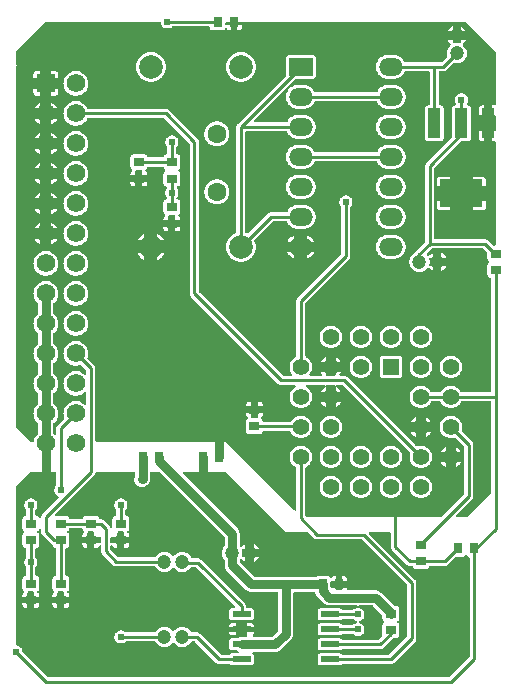
<source format=gtl>
G04 Layer: TopLayer*
G04 EasyEDA v6.5.40, 2024-12-13 02:27:43*
G04 cafc711810e44acb902ef42d95588454,10*
G04 Gerber Generator version 0.2*
G04 Scale: 100 percent, Rotated: No, Reflected: No *
G04 Dimensions in inches *
G04 leading zeros omitted , absolute positions ,3 integer and 6 decimal *
%FSLAX36Y36*%
%MOIN*%

%AMMACRO1*21,1,$1,$2,0,0,$3*%
%ADD10C,0.0100*%
%ADD11C,0.0300*%
%ADD12R,0.0354X0.0315*%
%ADD13R,0.0433X0.0984*%
%ADD14MACRO1,0.1417X0.0921X0.0000*%
%ADD15R,0.0630X0.0197*%
%ADD16R,0.0315X0.0354*%
%ADD17C,0.0630*%
%ADD18C,0.0472*%
%ADD19O,0.07873999999999999X0.059054999999999996*%
%ADD20R,0.0787X0.0591*%
%ADD21C,0.0787*%
%ADD22R,0.0550X0.0550*%
%ADD23C,0.0550*%
%ADD24C,0.0620*%
%ADD25R,0.0620X0.0620*%
%ADD26C,0.0240*%
%ADD27C,0.0184*%

%LPD*%
G36*
X54000Y-194340D02*
G01*
X52460Y-194040D01*
X51180Y-193180D01*
X50300Y-191880D01*
X50000Y-190340D01*
X50000Y-151660D01*
X50300Y-150120D01*
X51180Y-148820D01*
X148820Y-51180D01*
X150120Y-50300D01*
X151660Y-50000D01*
X190340Y-50000D01*
X191880Y-50300D01*
X193180Y-51180D01*
X194040Y-52460D01*
X194340Y-54000D01*
X194040Y-55540D01*
X193180Y-56820D01*
X198820Y-51180D01*
X200120Y-50300D01*
X201660Y-50000D01*
X529160Y-50000D01*
X530600Y-50279D01*
X531860Y-51060D01*
X532740Y-52240D01*
X534160Y-57580D01*
X535780Y-61100D01*
X538000Y-64260D01*
X540740Y-67000D01*
X543900Y-69220D01*
X547420Y-70840D01*
X551140Y-71840D01*
X555000Y-72180D01*
X558860Y-71840D01*
X562580Y-70840D01*
X566100Y-69220D01*
X569260Y-67000D01*
X569880Y-66380D01*
X571180Y-65500D01*
X572720Y-65199D01*
X692660Y-65199D01*
X694080Y-65460D01*
X695320Y-66220D01*
X696220Y-67360D01*
X696640Y-68760D01*
X696780Y-69980D01*
X697520Y-72140D01*
X698740Y-74060D01*
X700360Y-75680D01*
X702280Y-76880D01*
X704419Y-77640D01*
X706919Y-77920D01*
X737960Y-77920D01*
X740460Y-77640D01*
X742600Y-76880D01*
X744539Y-75680D01*
X746140Y-74060D01*
X746620Y-73320D01*
X747720Y-72160D01*
X749200Y-71520D01*
X750800Y-71520D01*
X752280Y-72160D01*
X753379Y-73320D01*
X753860Y-74060D01*
X755460Y-75680D01*
X757400Y-76880D01*
X759539Y-77640D01*
X762039Y-77920D01*
X767180Y-77920D01*
X767180Y-61360D01*
X752400Y-61360D01*
X750860Y-61060D01*
X749560Y-60180D01*
X748700Y-58880D01*
X748400Y-57360D01*
X748400Y-54000D01*
X748700Y-52460D01*
X749560Y-51180D01*
X750860Y-50300D01*
X752400Y-50000D01*
X1548340Y-50000D01*
X1549880Y-50300D01*
X1551180Y-51180D01*
X1648820Y-148820D01*
X1649700Y-150120D01*
X1650000Y-151660D01*
X1650000Y-324660D01*
X1649700Y-326200D01*
X1648820Y-327480D01*
X1647540Y-328360D01*
X1646000Y-328660D01*
X1638880Y-328660D01*
X1638880Y-360959D01*
X1646000Y-360959D01*
X1647540Y-361280D01*
X1648820Y-362140D01*
X1649700Y-363440D01*
X1650000Y-364960D01*
X1650000Y-411180D01*
X1649700Y-412700D01*
X1648820Y-414000D01*
X1647540Y-414880D01*
X1646000Y-415180D01*
X1638880Y-415180D01*
X1638880Y-447480D01*
X1646000Y-447480D01*
X1647540Y-447780D01*
X1648820Y-448660D01*
X1649700Y-449960D01*
X1650000Y-451480D01*
X1650000Y-792500D01*
X1649700Y-794020D01*
X1648820Y-795320D01*
X1647540Y-796200D01*
X1646000Y-796500D01*
X1644640Y-796500D01*
X1643120Y-796200D01*
X1641819Y-795320D01*
X1625880Y-779400D01*
X1623440Y-777380D01*
X1620800Y-775980D01*
X1617960Y-775120D01*
X1614800Y-774800D01*
X1449199Y-774800D01*
X1447660Y-774500D01*
X1446380Y-773620D01*
X1445500Y-772340D01*
X1445200Y-770800D01*
X1445200Y-537960D01*
X1445500Y-536420D01*
X1446380Y-535120D01*
X1532840Y-448660D01*
X1534139Y-447780D01*
X1535660Y-447480D01*
X1556420Y-447480D01*
X1558920Y-447200D01*
X1561060Y-446460D01*
X1563000Y-445240D01*
X1564600Y-443620D01*
X1565820Y-441700D01*
X1566579Y-439540D01*
X1566860Y-437060D01*
X1566860Y-339080D01*
X1566579Y-336599D01*
X1565820Y-334440D01*
X1564600Y-332520D01*
X1563000Y-330900D01*
X1561060Y-329700D01*
X1558920Y-328940D01*
X1556200Y-328640D01*
X1554660Y-328120D01*
X1553440Y-327060D01*
X1552760Y-325580D01*
X1552720Y-323960D01*
X1553320Y-322440D01*
X1554199Y-321140D01*
X1555840Y-317580D01*
X1556840Y-313860D01*
X1557180Y-310000D01*
X1556840Y-306140D01*
X1555840Y-302420D01*
X1554220Y-298900D01*
X1552000Y-295740D01*
X1549259Y-293000D01*
X1546100Y-290780D01*
X1542580Y-289160D01*
X1538860Y-288160D01*
X1535000Y-287820D01*
X1531140Y-288160D01*
X1527420Y-289160D01*
X1523899Y-290780D01*
X1520740Y-293000D01*
X1518000Y-295740D01*
X1515780Y-298900D01*
X1514160Y-302420D01*
X1513160Y-306140D01*
X1512820Y-310000D01*
X1513160Y-313860D01*
X1514160Y-317580D01*
X1515780Y-321100D01*
X1516680Y-322360D01*
X1517320Y-323880D01*
X1517300Y-325520D01*
X1516620Y-327020D01*
X1515400Y-328120D01*
X1513839Y-328640D01*
X1511080Y-328940D01*
X1508940Y-329700D01*
X1507000Y-330900D01*
X1505400Y-332520D01*
X1504180Y-334440D01*
X1503420Y-336599D01*
X1503140Y-339080D01*
X1503140Y-433700D01*
X1502840Y-435240D01*
X1501980Y-436520D01*
X1419400Y-519120D01*
X1417380Y-521560D01*
X1415980Y-524200D01*
X1415120Y-527040D01*
X1414800Y-530200D01*
X1414800Y-782039D01*
X1414500Y-783580D01*
X1413620Y-784880D01*
X1380660Y-817860D01*
X1378440Y-820540D01*
X1377200Y-821560D01*
X1373320Y-824440D01*
X1369920Y-827860D01*
X1367020Y-831720D01*
X1364720Y-835960D01*
X1363020Y-840480D01*
X1362000Y-845180D01*
X1361660Y-850000D01*
X1362000Y-854820D01*
X1363020Y-859520D01*
X1364720Y-864040D01*
X1367020Y-868280D01*
X1369920Y-872140D01*
X1373320Y-875560D01*
X1377200Y-878439D01*
X1381420Y-880759D01*
X1385940Y-882440D01*
X1390660Y-883460D01*
X1395480Y-883820D01*
X1400280Y-883460D01*
X1405000Y-882440D01*
X1409520Y-880759D01*
X1413760Y-878439D01*
X1417620Y-875560D01*
X1421020Y-872140D01*
X1421800Y-871100D01*
X1422880Y-870120D01*
X1424259Y-869580D01*
X1425740Y-869580D01*
X1427120Y-870120D01*
X1428200Y-871100D01*
X1428980Y-872140D01*
X1432380Y-875560D01*
X1436240Y-878439D01*
X1440220Y-880620D01*
X1440220Y-864320D01*
X1431840Y-864320D01*
X1430120Y-863920D01*
X1428720Y-862820D01*
X1427940Y-861240D01*
X1427920Y-859460D01*
X1428940Y-854820D01*
X1429280Y-850000D01*
X1428940Y-845180D01*
X1427920Y-840540D01*
X1427940Y-838760D01*
X1428720Y-837180D01*
X1430120Y-836080D01*
X1431840Y-835680D01*
X1440220Y-835680D01*
X1440220Y-819380D01*
X1436240Y-821560D01*
X1432380Y-824440D01*
X1428980Y-827860D01*
X1428200Y-828900D01*
X1427120Y-829880D01*
X1425740Y-830420D01*
X1424259Y-830420D01*
X1422880Y-829880D01*
X1421800Y-828900D01*
X1421020Y-827860D01*
X1420160Y-827000D01*
X1419300Y-825699D01*
X1418980Y-824160D01*
X1419300Y-822640D01*
X1420160Y-821340D01*
X1435120Y-806380D01*
X1436420Y-805500D01*
X1437960Y-805200D01*
X1607040Y-805200D01*
X1608580Y-805500D01*
X1609880Y-806380D01*
X1620920Y-817400D01*
X1621780Y-818700D01*
X1622080Y-820240D01*
X1622080Y-837960D01*
X1622360Y-840460D01*
X1623120Y-842600D01*
X1624319Y-844539D01*
X1625940Y-846140D01*
X1626680Y-846620D01*
X1627840Y-847720D01*
X1628480Y-849200D01*
X1628480Y-850800D01*
X1627840Y-852280D01*
X1626680Y-853379D01*
X1625940Y-853860D01*
X1624319Y-855460D01*
X1623120Y-857400D01*
X1622360Y-859539D01*
X1622080Y-862039D01*
X1622080Y-893080D01*
X1622360Y-895580D01*
X1623120Y-897720D01*
X1624319Y-899659D01*
X1625940Y-901260D01*
X1627860Y-902480D01*
X1630020Y-903220D01*
X1631240Y-903360D01*
X1632640Y-903780D01*
X1633779Y-904680D01*
X1634540Y-905920D01*
X1634800Y-907340D01*
X1634800Y-1280800D01*
X1634500Y-1282340D01*
X1633620Y-1283620D01*
X1632340Y-1284500D01*
X1630800Y-1284800D01*
X1536900Y-1284800D01*
X1535480Y-1284540D01*
X1534240Y-1283779D01*
X1533360Y-1282640D01*
X1532200Y-1280420D01*
X1529240Y-1276220D01*
X1525720Y-1272460D01*
X1521740Y-1269200D01*
X1517340Y-1266540D01*
X1512620Y-1264480D01*
X1507660Y-1263100D01*
X1502580Y-1262400D01*
X1497420Y-1262400D01*
X1492340Y-1263100D01*
X1487380Y-1264480D01*
X1482660Y-1266540D01*
X1478260Y-1269200D01*
X1474280Y-1272460D01*
X1470760Y-1276220D01*
X1467800Y-1280420D01*
X1466639Y-1282640D01*
X1465760Y-1283779D01*
X1464520Y-1284540D01*
X1463100Y-1284800D01*
X1436900Y-1284800D01*
X1435480Y-1284540D01*
X1434240Y-1283779D01*
X1433360Y-1282640D01*
X1432200Y-1280420D01*
X1429240Y-1276220D01*
X1425720Y-1272460D01*
X1421740Y-1269200D01*
X1417340Y-1266540D01*
X1412620Y-1264480D01*
X1407660Y-1263100D01*
X1402580Y-1262400D01*
X1397420Y-1262400D01*
X1392340Y-1263100D01*
X1387380Y-1264480D01*
X1382660Y-1266540D01*
X1378260Y-1269200D01*
X1374280Y-1272460D01*
X1370760Y-1276220D01*
X1367800Y-1280420D01*
X1365420Y-1284980D01*
X1363700Y-1289840D01*
X1362660Y-1294860D01*
X1362300Y-1300000D01*
X1362660Y-1305140D01*
X1363700Y-1310160D01*
X1365420Y-1315020D01*
X1367800Y-1319580D01*
X1370760Y-1323779D01*
X1374280Y-1327540D01*
X1378260Y-1330800D01*
X1382660Y-1333460D01*
X1387380Y-1335520D01*
X1392340Y-1336900D01*
X1397420Y-1337600D01*
X1402580Y-1337600D01*
X1407660Y-1336900D01*
X1412620Y-1335520D01*
X1417340Y-1333460D01*
X1421740Y-1330800D01*
X1425720Y-1327540D01*
X1429240Y-1323779D01*
X1432200Y-1319580D01*
X1433360Y-1317360D01*
X1434240Y-1316220D01*
X1435480Y-1315460D01*
X1436900Y-1315200D01*
X1463100Y-1315200D01*
X1464520Y-1315460D01*
X1465760Y-1316220D01*
X1466639Y-1317360D01*
X1467800Y-1319580D01*
X1470760Y-1323779D01*
X1474280Y-1327540D01*
X1478260Y-1330800D01*
X1482660Y-1333460D01*
X1487380Y-1335520D01*
X1492340Y-1336900D01*
X1497420Y-1337600D01*
X1502580Y-1337600D01*
X1507660Y-1336900D01*
X1512620Y-1335520D01*
X1517340Y-1333460D01*
X1521740Y-1330800D01*
X1525720Y-1327540D01*
X1529240Y-1323779D01*
X1532200Y-1319580D01*
X1533360Y-1317360D01*
X1534240Y-1316220D01*
X1535480Y-1315460D01*
X1536900Y-1315200D01*
X1630800Y-1315200D01*
X1632340Y-1315500D01*
X1633620Y-1316380D01*
X1634500Y-1317660D01*
X1634800Y-1319199D01*
X1634800Y-1618540D01*
X1634500Y-1620080D01*
X1633620Y-1621380D01*
X1556180Y-1698820D01*
X1554880Y-1699700D01*
X1553340Y-1700000D01*
X1521160Y-1700000D01*
X1519620Y-1699700D01*
X1518320Y-1698820D01*
X1517460Y-1697540D01*
X1517160Y-1696000D01*
X1517460Y-1694460D01*
X1518320Y-1693180D01*
X1570600Y-1640880D01*
X1572620Y-1638440D01*
X1574019Y-1635800D01*
X1574880Y-1632960D01*
X1575200Y-1629800D01*
X1575200Y-1460200D01*
X1574880Y-1457040D01*
X1574019Y-1454199D01*
X1572620Y-1451560D01*
X1570600Y-1449120D01*
X1536860Y-1415380D01*
X1536020Y-1414139D01*
X1535700Y-1412680D01*
X1535920Y-1411200D01*
X1536300Y-1410160D01*
X1537340Y-1405140D01*
X1537700Y-1400000D01*
X1537340Y-1394860D01*
X1536300Y-1389840D01*
X1534580Y-1384980D01*
X1532200Y-1380420D01*
X1529240Y-1376220D01*
X1525720Y-1372460D01*
X1521740Y-1369199D01*
X1517340Y-1366540D01*
X1512620Y-1364480D01*
X1507660Y-1363100D01*
X1502580Y-1362400D01*
X1497420Y-1362400D01*
X1492340Y-1363100D01*
X1487380Y-1364480D01*
X1482660Y-1366540D01*
X1478260Y-1369199D01*
X1474280Y-1372460D01*
X1470760Y-1376220D01*
X1467800Y-1380420D01*
X1465420Y-1384980D01*
X1463700Y-1389840D01*
X1462660Y-1394860D01*
X1462300Y-1400000D01*
X1462660Y-1405140D01*
X1463700Y-1410160D01*
X1465420Y-1415020D01*
X1467800Y-1419580D01*
X1470760Y-1423779D01*
X1474280Y-1427540D01*
X1478260Y-1430800D01*
X1482660Y-1433460D01*
X1487380Y-1435520D01*
X1492340Y-1436900D01*
X1497420Y-1437600D01*
X1502580Y-1437600D01*
X1507660Y-1436900D01*
X1511459Y-1435840D01*
X1512860Y-1435700D01*
X1514220Y-1436060D01*
X1515360Y-1436860D01*
X1543620Y-1465120D01*
X1544500Y-1466420D01*
X1544800Y-1467960D01*
X1544800Y-1622040D01*
X1544500Y-1623580D01*
X1543620Y-1624880D01*
X1469680Y-1698820D01*
X1468380Y-1699700D01*
X1466840Y-1700000D01*
X1019200Y-1700000D01*
X1017660Y-1699700D01*
X1016380Y-1698820D01*
X1015500Y-1697540D01*
X1015200Y-1696000D01*
X1015200Y-1537020D01*
X1015440Y-1535680D01*
X1016100Y-1534500D01*
X1017120Y-1533600D01*
X1021740Y-1530800D01*
X1025720Y-1527540D01*
X1029240Y-1523779D01*
X1032200Y-1519580D01*
X1034580Y-1515020D01*
X1036300Y-1510160D01*
X1037340Y-1505140D01*
X1037700Y-1500000D01*
X1037340Y-1494860D01*
X1036300Y-1489840D01*
X1034580Y-1484980D01*
X1032200Y-1480420D01*
X1029240Y-1476220D01*
X1025720Y-1472460D01*
X1021740Y-1469199D01*
X1017340Y-1466540D01*
X1012620Y-1464480D01*
X1007660Y-1463100D01*
X1002580Y-1462400D01*
X997420Y-1462400D01*
X992340Y-1463100D01*
X987380Y-1464480D01*
X982660Y-1466540D01*
X978259Y-1469199D01*
X974280Y-1472460D01*
X970759Y-1476220D01*
X967800Y-1480420D01*
X965420Y-1484980D01*
X963700Y-1489840D01*
X962660Y-1494860D01*
X962300Y-1500000D01*
X962660Y-1505140D01*
X963700Y-1510160D01*
X965420Y-1515020D01*
X967800Y-1519580D01*
X970759Y-1523779D01*
X974280Y-1527540D01*
X978259Y-1530800D01*
X982880Y-1533600D01*
X983900Y-1534500D01*
X984560Y-1535680D01*
X984800Y-1537020D01*
X984800Y-1675140D01*
X984500Y-1676680D01*
X983620Y-1677980D01*
X982340Y-1678839D01*
X980800Y-1679139D01*
X979260Y-1678839D01*
X977980Y-1677980D01*
X750280Y-1450280D01*
X749599Y-1450000D01*
X319200Y-1450000D01*
X317660Y-1449700D01*
X316380Y-1448820D01*
X315500Y-1447540D01*
X315200Y-1446000D01*
X315200Y-1205200D01*
X314880Y-1202040D01*
X314020Y-1199200D01*
X312620Y-1196560D01*
X310600Y-1194120D01*
X289620Y-1173120D01*
X288780Y-1171900D01*
X288440Y-1170460D01*
X288660Y-1169000D01*
X289780Y-1165660D01*
X290840Y-1160380D01*
X291200Y-1155000D01*
X290840Y-1149620D01*
X289780Y-1144340D01*
X288060Y-1139240D01*
X285680Y-1134400D01*
X282680Y-1129920D01*
X279120Y-1125880D01*
X275080Y-1122320D01*
X270600Y-1119320D01*
X265760Y-1116940D01*
X260660Y-1115220D01*
X255380Y-1114160D01*
X250000Y-1113800D01*
X244620Y-1114160D01*
X239340Y-1115220D01*
X234240Y-1116940D01*
X229400Y-1119320D01*
X224920Y-1122320D01*
X220880Y-1125880D01*
X217320Y-1129920D01*
X214320Y-1134400D01*
X211940Y-1139240D01*
X210219Y-1144340D01*
X209160Y-1149620D01*
X208800Y-1155000D01*
X209160Y-1160380D01*
X210219Y-1165660D01*
X211940Y-1170760D01*
X214320Y-1175600D01*
X217320Y-1180080D01*
X220880Y-1184120D01*
X224920Y-1187680D01*
X229400Y-1190680D01*
X234240Y-1193060D01*
X239340Y-1194780D01*
X244620Y-1195840D01*
X250000Y-1196200D01*
X255380Y-1195840D01*
X260660Y-1194780D01*
X264000Y-1193660D01*
X265460Y-1193440D01*
X266900Y-1193780D01*
X268120Y-1194620D01*
X283620Y-1210120D01*
X284500Y-1211420D01*
X284800Y-1212960D01*
X284800Y-1222020D01*
X284520Y-1223520D01*
X283680Y-1224780D01*
X282460Y-1225660D01*
X280980Y-1226020D01*
X279480Y-1225800D01*
X278160Y-1225020D01*
X275080Y-1222320D01*
X270600Y-1219320D01*
X265760Y-1216940D01*
X260660Y-1215220D01*
X255380Y-1214160D01*
X250000Y-1213800D01*
X244620Y-1214160D01*
X239340Y-1215220D01*
X234240Y-1216940D01*
X229400Y-1219320D01*
X224920Y-1222320D01*
X220880Y-1225880D01*
X217320Y-1229920D01*
X214320Y-1234400D01*
X211940Y-1239240D01*
X210219Y-1244340D01*
X209160Y-1249620D01*
X208800Y-1255000D01*
X209160Y-1260380D01*
X210219Y-1265660D01*
X211940Y-1270760D01*
X214320Y-1275600D01*
X217320Y-1280080D01*
X220880Y-1284120D01*
X224920Y-1287680D01*
X229400Y-1290680D01*
X234240Y-1293060D01*
X239340Y-1294780D01*
X244620Y-1295840D01*
X250000Y-1296200D01*
X255380Y-1295840D01*
X260660Y-1294780D01*
X265760Y-1293060D01*
X270600Y-1290680D01*
X275080Y-1287680D01*
X278160Y-1284980D01*
X279480Y-1284199D01*
X280980Y-1283980D01*
X282460Y-1284340D01*
X283680Y-1285220D01*
X284520Y-1286480D01*
X284800Y-1287980D01*
X284800Y-1322020D01*
X284520Y-1323520D01*
X283680Y-1324780D01*
X282460Y-1325660D01*
X280980Y-1326020D01*
X279480Y-1325800D01*
X278160Y-1325020D01*
X275080Y-1322320D01*
X270600Y-1319319D01*
X265760Y-1316940D01*
X260660Y-1315220D01*
X255380Y-1314160D01*
X250000Y-1313800D01*
X244620Y-1314160D01*
X239340Y-1315220D01*
X234240Y-1316940D01*
X229400Y-1319319D01*
X224920Y-1322320D01*
X220880Y-1325880D01*
X217320Y-1329920D01*
X214320Y-1334400D01*
X211940Y-1339240D01*
X210219Y-1344340D01*
X209160Y-1349620D01*
X208800Y-1355000D01*
X209160Y-1360380D01*
X210219Y-1365660D01*
X211340Y-1369000D01*
X211560Y-1370460D01*
X211220Y-1371900D01*
X210380Y-1373120D01*
X189400Y-1394120D01*
X187380Y-1396560D01*
X185980Y-1399199D01*
X185120Y-1402040D01*
X184800Y-1405200D01*
X184800Y-1422020D01*
X184520Y-1423520D01*
X183680Y-1424780D01*
X182460Y-1425660D01*
X180980Y-1426020D01*
X179480Y-1425800D01*
X178160Y-1425020D01*
X176560Y-1423620D01*
X175560Y-1422260D01*
X175200Y-1420620D01*
X175200Y-1389379D01*
X175560Y-1387740D01*
X176560Y-1386380D01*
X179120Y-1384120D01*
X182680Y-1380080D01*
X185680Y-1375600D01*
X188060Y-1370760D01*
X189780Y-1365660D01*
X190840Y-1360380D01*
X191200Y-1355000D01*
X190840Y-1349620D01*
X189780Y-1344340D01*
X188060Y-1339240D01*
X185680Y-1334400D01*
X182680Y-1329920D01*
X179120Y-1325880D01*
X176560Y-1323620D01*
X175560Y-1322260D01*
X175200Y-1320620D01*
X175200Y-1289379D01*
X175560Y-1287740D01*
X176560Y-1286380D01*
X179120Y-1284120D01*
X182680Y-1280080D01*
X185680Y-1275600D01*
X188060Y-1270760D01*
X189780Y-1265660D01*
X190840Y-1260380D01*
X191200Y-1255000D01*
X190840Y-1249620D01*
X189780Y-1244340D01*
X188060Y-1239240D01*
X185680Y-1234400D01*
X182680Y-1229920D01*
X179120Y-1225880D01*
X176560Y-1223620D01*
X175560Y-1222260D01*
X175200Y-1220620D01*
X175200Y-1189380D01*
X175560Y-1187740D01*
X176560Y-1186380D01*
X179120Y-1184120D01*
X182680Y-1180080D01*
X185680Y-1175600D01*
X188060Y-1170760D01*
X189780Y-1165660D01*
X190840Y-1160380D01*
X191200Y-1155000D01*
X190840Y-1149620D01*
X189780Y-1144340D01*
X188060Y-1139240D01*
X185680Y-1134400D01*
X182680Y-1129920D01*
X179120Y-1125880D01*
X176560Y-1123620D01*
X175560Y-1122260D01*
X175200Y-1120620D01*
X175200Y-1089380D01*
X175560Y-1087740D01*
X176560Y-1086380D01*
X179120Y-1084120D01*
X182680Y-1080080D01*
X185680Y-1075600D01*
X188060Y-1070760D01*
X189780Y-1065660D01*
X190840Y-1060380D01*
X191200Y-1055000D01*
X190840Y-1049620D01*
X189780Y-1044340D01*
X188060Y-1039240D01*
X185680Y-1034400D01*
X182680Y-1029920D01*
X179120Y-1025879D01*
X176560Y-1023620D01*
X175560Y-1022260D01*
X175200Y-1020620D01*
X175200Y-989380D01*
X175560Y-987740D01*
X176560Y-986380D01*
X179120Y-984120D01*
X182680Y-980080D01*
X185680Y-975600D01*
X188060Y-970759D01*
X189780Y-965660D01*
X190840Y-960380D01*
X191200Y-955000D01*
X190840Y-949620D01*
X189780Y-944340D01*
X188060Y-939240D01*
X185680Y-934400D01*
X182680Y-929920D01*
X179120Y-925879D01*
X175080Y-922320D01*
X170600Y-919320D01*
X165760Y-916940D01*
X160660Y-915220D01*
X155380Y-914160D01*
X150000Y-913800D01*
X144620Y-914160D01*
X139340Y-915220D01*
X134240Y-916940D01*
X129400Y-919320D01*
X124920Y-922320D01*
X120879Y-925879D01*
X117320Y-929920D01*
X114320Y-934400D01*
X111940Y-939240D01*
X110220Y-944340D01*
X109160Y-949620D01*
X108800Y-955000D01*
X109160Y-960380D01*
X110220Y-965660D01*
X111940Y-970759D01*
X114320Y-975600D01*
X117320Y-980080D01*
X120879Y-984120D01*
X123440Y-986380D01*
X124440Y-987740D01*
X124800Y-989380D01*
X124800Y-1020620D01*
X124440Y-1022260D01*
X123440Y-1023620D01*
X120879Y-1025879D01*
X117320Y-1029920D01*
X114320Y-1034400D01*
X111940Y-1039240D01*
X110220Y-1044340D01*
X109160Y-1049620D01*
X108800Y-1055000D01*
X109160Y-1060380D01*
X110220Y-1065660D01*
X111940Y-1070760D01*
X114320Y-1075600D01*
X117320Y-1080080D01*
X120879Y-1084120D01*
X123440Y-1086380D01*
X124440Y-1087740D01*
X124800Y-1089380D01*
X124800Y-1120620D01*
X124440Y-1122260D01*
X123440Y-1123620D01*
X120879Y-1125880D01*
X117320Y-1129920D01*
X114320Y-1134400D01*
X111940Y-1139240D01*
X110220Y-1144340D01*
X109160Y-1149620D01*
X108800Y-1155000D01*
X109160Y-1160380D01*
X110220Y-1165660D01*
X111940Y-1170760D01*
X114320Y-1175600D01*
X117320Y-1180080D01*
X120879Y-1184120D01*
X123440Y-1186380D01*
X124440Y-1187740D01*
X124800Y-1189380D01*
X124800Y-1220620D01*
X124440Y-1222260D01*
X123440Y-1223620D01*
X120879Y-1225880D01*
X117320Y-1229920D01*
X114320Y-1234400D01*
X111940Y-1239240D01*
X110220Y-1244340D01*
X109160Y-1249620D01*
X108800Y-1255000D01*
X109160Y-1260380D01*
X110220Y-1265660D01*
X111940Y-1270760D01*
X114320Y-1275600D01*
X117320Y-1280080D01*
X120879Y-1284120D01*
X123440Y-1286380D01*
X124440Y-1287740D01*
X124800Y-1289379D01*
X124800Y-1320620D01*
X124440Y-1322260D01*
X123440Y-1323620D01*
X120879Y-1325880D01*
X117320Y-1329920D01*
X114320Y-1334400D01*
X111940Y-1339240D01*
X110220Y-1344340D01*
X109160Y-1349620D01*
X108800Y-1355000D01*
X109160Y-1360380D01*
X110220Y-1365660D01*
X111940Y-1370760D01*
X114320Y-1375600D01*
X117320Y-1380080D01*
X120879Y-1384120D01*
X123440Y-1386380D01*
X124440Y-1387740D01*
X124800Y-1389379D01*
X124800Y-1420620D01*
X124440Y-1422260D01*
X123440Y-1423620D01*
X120879Y-1425880D01*
X117320Y-1429920D01*
X114320Y-1434400D01*
X111940Y-1439240D01*
X110220Y-1444340D01*
X109720Y-1446780D01*
X109240Y-1448060D01*
X108340Y-1449100D01*
X107160Y-1449760D01*
X105800Y-1450000D01*
X101660Y-1450000D01*
X100120Y-1449700D01*
X98820Y-1448820D01*
X51180Y-1401180D01*
X50300Y-1399880D01*
X50000Y-1398340D01*
X50000Y-201660D01*
X50300Y-200120D01*
X51180Y-198820D01*
X56820Y-193180D01*
X55540Y-194040D01*
G37*

%LPC*%
G36*
X1297420Y-1637600D02*
G01*
X1302580Y-1637600D01*
X1307660Y-1636900D01*
X1312620Y-1635520D01*
X1317340Y-1633460D01*
X1321740Y-1630800D01*
X1325720Y-1627540D01*
X1329240Y-1623779D01*
X1332200Y-1619580D01*
X1334580Y-1615020D01*
X1336300Y-1610160D01*
X1337340Y-1605140D01*
X1337700Y-1600000D01*
X1337340Y-1594860D01*
X1336300Y-1589840D01*
X1334580Y-1584980D01*
X1332200Y-1580420D01*
X1329240Y-1576220D01*
X1325720Y-1572460D01*
X1321740Y-1569199D01*
X1317340Y-1566540D01*
X1312620Y-1564480D01*
X1307660Y-1563100D01*
X1302580Y-1562400D01*
X1297420Y-1562400D01*
X1292340Y-1563100D01*
X1287380Y-1564480D01*
X1282660Y-1566540D01*
X1278260Y-1569199D01*
X1274280Y-1572460D01*
X1270760Y-1576220D01*
X1267800Y-1580420D01*
X1265420Y-1584980D01*
X1263700Y-1589840D01*
X1262660Y-1594860D01*
X1262300Y-1600000D01*
X1262660Y-1605140D01*
X1263700Y-1610160D01*
X1265420Y-1615020D01*
X1267800Y-1619580D01*
X1270760Y-1623779D01*
X1274280Y-1627540D01*
X1278260Y-1630800D01*
X1282660Y-1633460D01*
X1287380Y-1635520D01*
X1292340Y-1636900D01*
G37*
G36*
X1397420Y-1637600D02*
G01*
X1402580Y-1637600D01*
X1407660Y-1636900D01*
X1412620Y-1635520D01*
X1417340Y-1633460D01*
X1421740Y-1630800D01*
X1425720Y-1627540D01*
X1429240Y-1623779D01*
X1432200Y-1619580D01*
X1434580Y-1615020D01*
X1436300Y-1610160D01*
X1437340Y-1605140D01*
X1437700Y-1600000D01*
X1437340Y-1594860D01*
X1436300Y-1589840D01*
X1434580Y-1584980D01*
X1432200Y-1580420D01*
X1429240Y-1576220D01*
X1425720Y-1572460D01*
X1421740Y-1569199D01*
X1417340Y-1566540D01*
X1412620Y-1564480D01*
X1407660Y-1563100D01*
X1402580Y-1562400D01*
X1397420Y-1562400D01*
X1392340Y-1563100D01*
X1387380Y-1564480D01*
X1382660Y-1566540D01*
X1378260Y-1569199D01*
X1374280Y-1572460D01*
X1370760Y-1576220D01*
X1367800Y-1580420D01*
X1365420Y-1584980D01*
X1363700Y-1589840D01*
X1362660Y-1594860D01*
X1362300Y-1600000D01*
X1362660Y-1605140D01*
X1363700Y-1610160D01*
X1365420Y-1615020D01*
X1367800Y-1619580D01*
X1370760Y-1623779D01*
X1374280Y-1627540D01*
X1378260Y-1630800D01*
X1382660Y-1633460D01*
X1387380Y-1635520D01*
X1392340Y-1636900D01*
G37*
G36*
X1197420Y-1637600D02*
G01*
X1202580Y-1637600D01*
X1207660Y-1636900D01*
X1212620Y-1635520D01*
X1217340Y-1633460D01*
X1221740Y-1630800D01*
X1225720Y-1627540D01*
X1229240Y-1623779D01*
X1232200Y-1619580D01*
X1234580Y-1615020D01*
X1236300Y-1610160D01*
X1237340Y-1605140D01*
X1237700Y-1600000D01*
X1237340Y-1594860D01*
X1236300Y-1589840D01*
X1234580Y-1584980D01*
X1232200Y-1580420D01*
X1229240Y-1576220D01*
X1225720Y-1572460D01*
X1221740Y-1569199D01*
X1217340Y-1566540D01*
X1212620Y-1564480D01*
X1207660Y-1563100D01*
X1202580Y-1562400D01*
X1197420Y-1562400D01*
X1192340Y-1563100D01*
X1187380Y-1564480D01*
X1182660Y-1566540D01*
X1178260Y-1569199D01*
X1174280Y-1572460D01*
X1170760Y-1576220D01*
X1167800Y-1580420D01*
X1165420Y-1584980D01*
X1163700Y-1589840D01*
X1162660Y-1594860D01*
X1162300Y-1600000D01*
X1162660Y-1605140D01*
X1163700Y-1610160D01*
X1165420Y-1615020D01*
X1167800Y-1619580D01*
X1170760Y-1623779D01*
X1174280Y-1627540D01*
X1178260Y-1630800D01*
X1182660Y-1633460D01*
X1187380Y-1635520D01*
X1192340Y-1636900D01*
G37*
G36*
X1097420Y-1637600D02*
G01*
X1102580Y-1637600D01*
X1107660Y-1636900D01*
X1112620Y-1635520D01*
X1117340Y-1633460D01*
X1121740Y-1630800D01*
X1125720Y-1627540D01*
X1129240Y-1623779D01*
X1132200Y-1619580D01*
X1134580Y-1615020D01*
X1136300Y-1610160D01*
X1137340Y-1605140D01*
X1137700Y-1600000D01*
X1137340Y-1594860D01*
X1136300Y-1589840D01*
X1134580Y-1584980D01*
X1132200Y-1580420D01*
X1129240Y-1576220D01*
X1125720Y-1572460D01*
X1121740Y-1569199D01*
X1117340Y-1566540D01*
X1112620Y-1564480D01*
X1107660Y-1563100D01*
X1102580Y-1562400D01*
X1097420Y-1562400D01*
X1092340Y-1563100D01*
X1087380Y-1564480D01*
X1082660Y-1566540D01*
X1078260Y-1569199D01*
X1074280Y-1572460D01*
X1070760Y-1576220D01*
X1067800Y-1580420D01*
X1065420Y-1584980D01*
X1063700Y-1589840D01*
X1062660Y-1594860D01*
X1062300Y-1600000D01*
X1062660Y-1605140D01*
X1063700Y-1610160D01*
X1065420Y-1615020D01*
X1067800Y-1619580D01*
X1070760Y-1623779D01*
X1074280Y-1627540D01*
X1078260Y-1630800D01*
X1082660Y-1633460D01*
X1087380Y-1635520D01*
X1092340Y-1636900D01*
G37*
G36*
X1197420Y-1537600D02*
G01*
X1202580Y-1537600D01*
X1207660Y-1536900D01*
X1212620Y-1535520D01*
X1217340Y-1533460D01*
X1221740Y-1530800D01*
X1225720Y-1527540D01*
X1229240Y-1523779D01*
X1232200Y-1519580D01*
X1234580Y-1515020D01*
X1236300Y-1510160D01*
X1237340Y-1505140D01*
X1237700Y-1500000D01*
X1237340Y-1494860D01*
X1236300Y-1489840D01*
X1234580Y-1484980D01*
X1232200Y-1480420D01*
X1229240Y-1476220D01*
X1225720Y-1472460D01*
X1221740Y-1469199D01*
X1217340Y-1466540D01*
X1212620Y-1464480D01*
X1207660Y-1463100D01*
X1202580Y-1462400D01*
X1197420Y-1462400D01*
X1192340Y-1463100D01*
X1187380Y-1464480D01*
X1182660Y-1466540D01*
X1178260Y-1469199D01*
X1174280Y-1472460D01*
X1170760Y-1476220D01*
X1167800Y-1480420D01*
X1165420Y-1484980D01*
X1163700Y-1489840D01*
X1162660Y-1494860D01*
X1162300Y-1500000D01*
X1162660Y-1505140D01*
X1163700Y-1510160D01*
X1165420Y-1515020D01*
X1167800Y-1519580D01*
X1170760Y-1523779D01*
X1174280Y-1527540D01*
X1178260Y-1530800D01*
X1182660Y-1533460D01*
X1187380Y-1535520D01*
X1192340Y-1536900D01*
G37*
G36*
X1097420Y-1537600D02*
G01*
X1102580Y-1537600D01*
X1107660Y-1536900D01*
X1112620Y-1535520D01*
X1117340Y-1533460D01*
X1121740Y-1530800D01*
X1125720Y-1527540D01*
X1129240Y-1523779D01*
X1132200Y-1519580D01*
X1134580Y-1515020D01*
X1136300Y-1510160D01*
X1137340Y-1505140D01*
X1137700Y-1500000D01*
X1137340Y-1494860D01*
X1136300Y-1489840D01*
X1134580Y-1484980D01*
X1132200Y-1480420D01*
X1129240Y-1476220D01*
X1125720Y-1472460D01*
X1121740Y-1469199D01*
X1117340Y-1466540D01*
X1112620Y-1464480D01*
X1107660Y-1463100D01*
X1102580Y-1462400D01*
X1097420Y-1462400D01*
X1092340Y-1463100D01*
X1087380Y-1464480D01*
X1082660Y-1466540D01*
X1078260Y-1469199D01*
X1074280Y-1472460D01*
X1070760Y-1476220D01*
X1067800Y-1480420D01*
X1065420Y-1484980D01*
X1063700Y-1489840D01*
X1062660Y-1494860D01*
X1062300Y-1500000D01*
X1062660Y-1505140D01*
X1063700Y-1510160D01*
X1065420Y-1515020D01*
X1067800Y-1519580D01*
X1070760Y-1523779D01*
X1074280Y-1527540D01*
X1078260Y-1530800D01*
X1082660Y-1533460D01*
X1087380Y-1535520D01*
X1092340Y-1536900D01*
G37*
G36*
X1297420Y-1537600D02*
G01*
X1302580Y-1537600D01*
X1307660Y-1536900D01*
X1312620Y-1535520D01*
X1317340Y-1533460D01*
X1321740Y-1530800D01*
X1325720Y-1527540D01*
X1329240Y-1523779D01*
X1332200Y-1519580D01*
X1334580Y-1515020D01*
X1336300Y-1510160D01*
X1337340Y-1505140D01*
X1337700Y-1500000D01*
X1337340Y-1494860D01*
X1336300Y-1489840D01*
X1334580Y-1484980D01*
X1332200Y-1480420D01*
X1329240Y-1476220D01*
X1325720Y-1472460D01*
X1321740Y-1469199D01*
X1317340Y-1466540D01*
X1312620Y-1464480D01*
X1307660Y-1463100D01*
X1302580Y-1462400D01*
X1297420Y-1462400D01*
X1292340Y-1463100D01*
X1287380Y-1464480D01*
X1282660Y-1466540D01*
X1278260Y-1469199D01*
X1274280Y-1472460D01*
X1270760Y-1476220D01*
X1267800Y-1480420D01*
X1265420Y-1484980D01*
X1263700Y-1489840D01*
X1262660Y-1494860D01*
X1262300Y-1500000D01*
X1262660Y-1505140D01*
X1263700Y-1510160D01*
X1265420Y-1515020D01*
X1267800Y-1519580D01*
X1270760Y-1523779D01*
X1274280Y-1527540D01*
X1278260Y-1530800D01*
X1282660Y-1533460D01*
X1287380Y-1535520D01*
X1292340Y-1536900D01*
G37*
G36*
X1397420Y-1537600D02*
G01*
X1402580Y-1537600D01*
X1407660Y-1536900D01*
X1412620Y-1535520D01*
X1417340Y-1533460D01*
X1421740Y-1530800D01*
X1425720Y-1527540D01*
X1429240Y-1523779D01*
X1432200Y-1519580D01*
X1434580Y-1515020D01*
X1436300Y-1510160D01*
X1437340Y-1505140D01*
X1437700Y-1500000D01*
X1437340Y-1494860D01*
X1436300Y-1489840D01*
X1434580Y-1484980D01*
X1432200Y-1480420D01*
X1429240Y-1476220D01*
X1425720Y-1472460D01*
X1421740Y-1469199D01*
X1417340Y-1466540D01*
X1412620Y-1464480D01*
X1407660Y-1463100D01*
X1402580Y-1462400D01*
X1397420Y-1462400D01*
X1392340Y-1463100D01*
X1388540Y-1464160D01*
X1387140Y-1464300D01*
X1385780Y-1463940D01*
X1384640Y-1463140D01*
X1155880Y-1234400D01*
X1153440Y-1232380D01*
X1150800Y-1230980D01*
X1147960Y-1230120D01*
X1144800Y-1229800D01*
X1132720Y-1229800D01*
X1131020Y-1229420D01*
X1129640Y-1228360D01*
X1128840Y-1226820D01*
X1128780Y-1225100D01*
X1129440Y-1223500D01*
X1132200Y-1219580D01*
X1133940Y-1216260D01*
X1116260Y-1216260D01*
X1116260Y-1225800D01*
X1115940Y-1227340D01*
X1115080Y-1228620D01*
X1113780Y-1229500D01*
X1112260Y-1229800D01*
X1087740Y-1229800D01*
X1086220Y-1229500D01*
X1084920Y-1228620D01*
X1084060Y-1227340D01*
X1083760Y-1225800D01*
X1083760Y-1216260D01*
X1066060Y-1216260D01*
X1067800Y-1219580D01*
X1070560Y-1223500D01*
X1071220Y-1225100D01*
X1071160Y-1226820D01*
X1070360Y-1228360D01*
X1068980Y-1229420D01*
X1067280Y-1229800D01*
X1032720Y-1229800D01*
X1031020Y-1229420D01*
X1029640Y-1228360D01*
X1028840Y-1226820D01*
X1028780Y-1225100D01*
X1029440Y-1223500D01*
X1032200Y-1219580D01*
X1034580Y-1215020D01*
X1036300Y-1210160D01*
X1037340Y-1205140D01*
X1037700Y-1200000D01*
X1037340Y-1194860D01*
X1036300Y-1189840D01*
X1034580Y-1184980D01*
X1032200Y-1180420D01*
X1029240Y-1176220D01*
X1025720Y-1172460D01*
X1021740Y-1169200D01*
X1017120Y-1166400D01*
X1016100Y-1165500D01*
X1015440Y-1164320D01*
X1015200Y-1162980D01*
X1015200Y-987960D01*
X1015500Y-986420D01*
X1016380Y-985120D01*
X1160600Y-840879D01*
X1162620Y-838439D01*
X1164020Y-835800D01*
X1164880Y-832960D01*
X1165200Y-829800D01*
X1165200Y-667720D01*
X1165500Y-666180D01*
X1166380Y-664880D01*
X1167000Y-664260D01*
X1169220Y-661100D01*
X1170840Y-657580D01*
X1171840Y-653860D01*
X1172180Y-650000D01*
X1171840Y-646140D01*
X1170840Y-642420D01*
X1169220Y-638900D01*
X1167000Y-635740D01*
X1164260Y-633000D01*
X1161100Y-630780D01*
X1157580Y-629160D01*
X1153860Y-628160D01*
X1150000Y-627820D01*
X1146140Y-628160D01*
X1142420Y-629160D01*
X1138900Y-630780D01*
X1135740Y-633000D01*
X1133000Y-635740D01*
X1130780Y-638900D01*
X1129160Y-642420D01*
X1128160Y-646140D01*
X1127820Y-650000D01*
X1128160Y-653860D01*
X1129160Y-657580D01*
X1130780Y-661100D01*
X1133000Y-664260D01*
X1133620Y-664880D01*
X1134500Y-666180D01*
X1134800Y-667720D01*
X1134800Y-822039D01*
X1134500Y-823580D01*
X1133620Y-824880D01*
X989400Y-969120D01*
X987380Y-971560D01*
X985980Y-974200D01*
X985120Y-977039D01*
X984800Y-980200D01*
X984800Y-1162980D01*
X984560Y-1164320D01*
X983900Y-1165500D01*
X982880Y-1166400D01*
X978259Y-1169200D01*
X974280Y-1172460D01*
X970759Y-1176220D01*
X967800Y-1180420D01*
X965420Y-1184980D01*
X963700Y-1189840D01*
X962660Y-1194860D01*
X962300Y-1200000D01*
X962660Y-1205140D01*
X963700Y-1210160D01*
X965420Y-1215020D01*
X967800Y-1219580D01*
X970560Y-1223500D01*
X971220Y-1225100D01*
X971160Y-1226820D01*
X970360Y-1228360D01*
X968980Y-1229420D01*
X967280Y-1229800D01*
X942960Y-1229800D01*
X941420Y-1229500D01*
X940120Y-1228620D01*
X661380Y-949880D01*
X660500Y-948580D01*
X660200Y-947039D01*
X660200Y-450200D01*
X659880Y-447040D01*
X659020Y-444200D01*
X657620Y-441560D01*
X655600Y-439120D01*
X560880Y-344400D01*
X558440Y-342380D01*
X555800Y-340980D01*
X552960Y-340120D01*
X549800Y-339799D01*
X290820Y-339799D01*
X289380Y-339520D01*
X288120Y-338740D01*
X287240Y-337560D01*
X285680Y-334400D01*
X282680Y-329920D01*
X279120Y-325880D01*
X275080Y-322320D01*
X270600Y-319320D01*
X265760Y-316940D01*
X260660Y-315220D01*
X255380Y-314160D01*
X250000Y-313800D01*
X244620Y-314160D01*
X239340Y-315220D01*
X234240Y-316940D01*
X229400Y-319320D01*
X224920Y-322320D01*
X220880Y-325880D01*
X217320Y-329920D01*
X214320Y-334400D01*
X211940Y-339240D01*
X210219Y-344340D01*
X209160Y-349620D01*
X208800Y-355000D01*
X209160Y-360379D01*
X210219Y-365660D01*
X211940Y-370760D01*
X214320Y-375600D01*
X217320Y-380080D01*
X220880Y-384120D01*
X224920Y-387680D01*
X229400Y-390680D01*
X234240Y-393060D01*
X239340Y-394780D01*
X244620Y-395840D01*
X250000Y-396200D01*
X255380Y-395840D01*
X260660Y-394780D01*
X265760Y-393060D01*
X270600Y-390680D01*
X275080Y-387680D01*
X279120Y-384120D01*
X282680Y-380080D01*
X285680Y-375600D01*
X287240Y-372440D01*
X288120Y-371260D01*
X289380Y-370480D01*
X290820Y-370200D01*
X542040Y-370200D01*
X543580Y-370500D01*
X544880Y-371380D01*
X628620Y-455120D01*
X629500Y-456420D01*
X629800Y-457960D01*
X629800Y-954800D01*
X630120Y-957960D01*
X630980Y-960800D01*
X632380Y-963439D01*
X634400Y-965879D01*
X924120Y-1255600D01*
X926560Y-1257620D01*
X929200Y-1259020D01*
X932039Y-1259880D01*
X935200Y-1260200D01*
X978800Y-1260200D01*
X980480Y-1260560D01*
X981840Y-1261600D01*
X982660Y-1263120D01*
X982760Y-1264840D01*
X982120Y-1266440D01*
X980879Y-1267620D01*
X978259Y-1269200D01*
X974280Y-1272460D01*
X970759Y-1276220D01*
X967800Y-1280420D01*
X965420Y-1284980D01*
X963700Y-1289840D01*
X962660Y-1294860D01*
X962300Y-1300000D01*
X962660Y-1305140D01*
X963700Y-1310160D01*
X965420Y-1315020D01*
X967800Y-1319580D01*
X970759Y-1323779D01*
X974280Y-1327540D01*
X978259Y-1330800D01*
X982660Y-1333460D01*
X987380Y-1335520D01*
X992340Y-1336900D01*
X997420Y-1337600D01*
X1002580Y-1337600D01*
X1007660Y-1336900D01*
X1012620Y-1335520D01*
X1017340Y-1333460D01*
X1021740Y-1330800D01*
X1025720Y-1327540D01*
X1029240Y-1323779D01*
X1032200Y-1319580D01*
X1034580Y-1315020D01*
X1036300Y-1310160D01*
X1037340Y-1305140D01*
X1037700Y-1300000D01*
X1037340Y-1294860D01*
X1036300Y-1289840D01*
X1034580Y-1284980D01*
X1032200Y-1280420D01*
X1029240Y-1276220D01*
X1025720Y-1272460D01*
X1021740Y-1269200D01*
X1019120Y-1267620D01*
X1017880Y-1266440D01*
X1017240Y-1264840D01*
X1017340Y-1263120D01*
X1018160Y-1261600D01*
X1019520Y-1260560D01*
X1021200Y-1260200D01*
X1078800Y-1260200D01*
X1080480Y-1260560D01*
X1081840Y-1261600D01*
X1082660Y-1263120D01*
X1082760Y-1264840D01*
X1082120Y-1266440D01*
X1080880Y-1267620D01*
X1078260Y-1269200D01*
X1074280Y-1272460D01*
X1070760Y-1276220D01*
X1067800Y-1280420D01*
X1066060Y-1283760D01*
X1083760Y-1283760D01*
X1083760Y-1264200D01*
X1084060Y-1262660D01*
X1084920Y-1261380D01*
X1086220Y-1260500D01*
X1087740Y-1260200D01*
X1112260Y-1260200D01*
X1113780Y-1260500D01*
X1115080Y-1261380D01*
X1115940Y-1262660D01*
X1116260Y-1264200D01*
X1116260Y-1283760D01*
X1133940Y-1283760D01*
X1132200Y-1280420D01*
X1129240Y-1276220D01*
X1125720Y-1272460D01*
X1121740Y-1269200D01*
X1119120Y-1267620D01*
X1117880Y-1266440D01*
X1117240Y-1264840D01*
X1117340Y-1263120D01*
X1118160Y-1261600D01*
X1119520Y-1260560D01*
X1121200Y-1260200D01*
X1137040Y-1260200D01*
X1138580Y-1260500D01*
X1139880Y-1261380D01*
X1363140Y-1484620D01*
X1363980Y-1485860D01*
X1364300Y-1487320D01*
X1364079Y-1488800D01*
X1363700Y-1489840D01*
X1362660Y-1494860D01*
X1362300Y-1500000D01*
X1362660Y-1505140D01*
X1363700Y-1510160D01*
X1365420Y-1515020D01*
X1367800Y-1519580D01*
X1370760Y-1523779D01*
X1374280Y-1527540D01*
X1378260Y-1530800D01*
X1382660Y-1533460D01*
X1387380Y-1535520D01*
X1392340Y-1536900D01*
G37*
G36*
X1483760Y-1533940D02*
G01*
X1483760Y-1516260D01*
X1466060Y-1516260D01*
X1467800Y-1519580D01*
X1470760Y-1523779D01*
X1474280Y-1527540D01*
X1478260Y-1530800D01*
X1482660Y-1533460D01*
G37*
G36*
X1516260Y-1533940D02*
G01*
X1517340Y-1533460D01*
X1521740Y-1530800D01*
X1525720Y-1527540D01*
X1529240Y-1523779D01*
X1532200Y-1519580D01*
X1533940Y-1516260D01*
X1516260Y-1516260D01*
G37*
G36*
X1466060Y-1483760D02*
G01*
X1483760Y-1483760D01*
X1483760Y-1466060D01*
X1482660Y-1466540D01*
X1478260Y-1469199D01*
X1474280Y-1472460D01*
X1470760Y-1476220D01*
X1467800Y-1480420D01*
G37*
G36*
X1516260Y-1483760D02*
G01*
X1533940Y-1483760D01*
X1532200Y-1480420D01*
X1529240Y-1476220D01*
X1525720Y-1472460D01*
X1521740Y-1469199D01*
X1517340Y-1466540D01*
X1516260Y-1466060D01*
G37*
G36*
X1097420Y-1437600D02*
G01*
X1102580Y-1437600D01*
X1107660Y-1436900D01*
X1112620Y-1435520D01*
X1117340Y-1433460D01*
X1121740Y-1430800D01*
X1125720Y-1427540D01*
X1129240Y-1423779D01*
X1132200Y-1419580D01*
X1134580Y-1415020D01*
X1136300Y-1410160D01*
X1137340Y-1405140D01*
X1137700Y-1400000D01*
X1137340Y-1394860D01*
X1136300Y-1389840D01*
X1134580Y-1384980D01*
X1132200Y-1380420D01*
X1129240Y-1376220D01*
X1125720Y-1372460D01*
X1121740Y-1369199D01*
X1117340Y-1366540D01*
X1112620Y-1364480D01*
X1107660Y-1363100D01*
X1102580Y-1362400D01*
X1097420Y-1362400D01*
X1092340Y-1363100D01*
X1087380Y-1364480D01*
X1082660Y-1366540D01*
X1078260Y-1369199D01*
X1074280Y-1372460D01*
X1070760Y-1376220D01*
X1067800Y-1380420D01*
X1065420Y-1384980D01*
X1063700Y-1389840D01*
X1062660Y-1394860D01*
X1062300Y-1400000D01*
X1062660Y-1405140D01*
X1063700Y-1410160D01*
X1065420Y-1415020D01*
X1067800Y-1419580D01*
X1070760Y-1423779D01*
X1074280Y-1427540D01*
X1078260Y-1430800D01*
X1082660Y-1433460D01*
X1087380Y-1435520D01*
X1092340Y-1436900D01*
G37*
G36*
X997420Y-1437600D02*
G01*
X1002580Y-1437600D01*
X1007660Y-1436900D01*
X1012620Y-1435520D01*
X1017340Y-1433460D01*
X1021740Y-1430800D01*
X1025720Y-1427540D01*
X1029240Y-1423779D01*
X1032200Y-1419580D01*
X1034580Y-1415020D01*
X1036300Y-1410160D01*
X1037340Y-1405140D01*
X1037700Y-1400000D01*
X1037340Y-1394860D01*
X1036300Y-1389840D01*
X1034580Y-1384980D01*
X1032200Y-1380420D01*
X1029240Y-1376220D01*
X1025720Y-1372460D01*
X1021740Y-1369199D01*
X1017340Y-1366540D01*
X1012620Y-1364480D01*
X1007660Y-1363100D01*
X1002580Y-1362400D01*
X997420Y-1362400D01*
X992340Y-1363100D01*
X987380Y-1364480D01*
X982660Y-1366540D01*
X978259Y-1369199D01*
X974280Y-1372460D01*
X970759Y-1376220D01*
X967620Y-1380660D01*
X966740Y-1381579D01*
X965620Y-1382160D01*
X964360Y-1382360D01*
X876460Y-1382360D01*
X874860Y-1382020D01*
X873520Y-1381080D01*
X872680Y-1379680D01*
X871880Y-1377400D01*
X870680Y-1375460D01*
X869060Y-1373860D01*
X868319Y-1373380D01*
X867159Y-1372280D01*
X866520Y-1370800D01*
X866520Y-1369199D01*
X867159Y-1367720D01*
X868319Y-1366620D01*
X869060Y-1366140D01*
X870680Y-1364540D01*
X871880Y-1362600D01*
X872640Y-1360460D01*
X872920Y-1357960D01*
X872920Y-1352820D01*
X856360Y-1352820D01*
X856360Y-1367620D01*
X856060Y-1369139D01*
X855180Y-1370440D01*
X853880Y-1371300D01*
X852360Y-1371620D01*
X837640Y-1371620D01*
X836120Y-1371300D01*
X834820Y-1370440D01*
X833940Y-1369139D01*
X833640Y-1367620D01*
X833640Y-1352820D01*
X817080Y-1352820D01*
X817080Y-1357960D01*
X817360Y-1360460D01*
X818120Y-1362600D01*
X819320Y-1364540D01*
X820939Y-1366140D01*
X821680Y-1366620D01*
X822840Y-1367720D01*
X823480Y-1369199D01*
X823480Y-1370800D01*
X822840Y-1372280D01*
X821680Y-1373380D01*
X820939Y-1373860D01*
X819320Y-1375460D01*
X818120Y-1377400D01*
X817360Y-1379540D01*
X817080Y-1382040D01*
X817080Y-1413080D01*
X817360Y-1415580D01*
X818120Y-1417720D01*
X819320Y-1419640D01*
X820939Y-1421260D01*
X822860Y-1422480D01*
X825020Y-1423220D01*
X827500Y-1423500D01*
X862500Y-1423500D01*
X864980Y-1423220D01*
X867140Y-1422480D01*
X869060Y-1421260D01*
X870680Y-1419640D01*
X871880Y-1417720D01*
X872680Y-1415440D01*
X873520Y-1414040D01*
X874860Y-1413100D01*
X876460Y-1412760D01*
X961820Y-1412760D01*
X963259Y-1413020D01*
X964500Y-1413779D01*
X965380Y-1414920D01*
X967800Y-1419580D01*
X970759Y-1423779D01*
X974280Y-1427540D01*
X978259Y-1430800D01*
X982660Y-1433460D01*
X987380Y-1435520D01*
X992340Y-1436900D01*
G37*
G36*
X1416260Y-1433940D02*
G01*
X1417340Y-1433460D01*
X1421740Y-1430800D01*
X1425720Y-1427540D01*
X1429240Y-1423779D01*
X1432200Y-1419580D01*
X1433940Y-1416260D01*
X1416260Y-1416260D01*
G37*
G36*
X1383760Y-1433940D02*
G01*
X1383760Y-1416260D01*
X1366060Y-1416260D01*
X1367800Y-1419580D01*
X1370760Y-1423779D01*
X1374280Y-1427540D01*
X1378260Y-1430800D01*
X1382660Y-1433460D01*
G37*
G36*
X1366060Y-1383760D02*
G01*
X1383760Y-1383760D01*
X1383760Y-1366060D01*
X1382660Y-1366540D01*
X1378260Y-1369199D01*
X1374280Y-1372460D01*
X1370760Y-1376220D01*
X1367800Y-1380420D01*
G37*
G36*
X1416260Y-1383760D02*
G01*
X1433940Y-1383760D01*
X1432200Y-1380420D01*
X1429240Y-1376220D01*
X1425720Y-1372460D01*
X1421740Y-1369199D01*
X1417340Y-1366540D01*
X1416260Y-1366060D01*
G37*
G36*
X1116260Y-1333940D02*
G01*
X1117340Y-1333460D01*
X1121740Y-1330800D01*
X1125720Y-1327540D01*
X1129240Y-1323779D01*
X1132200Y-1319580D01*
X1133940Y-1316260D01*
X1116260Y-1316260D01*
G37*
G36*
X1083760Y-1333940D02*
G01*
X1083760Y-1316260D01*
X1066060Y-1316260D01*
X1067800Y-1319580D01*
X1070760Y-1323779D01*
X1074280Y-1327540D01*
X1078260Y-1330800D01*
X1082660Y-1333460D01*
G37*
G36*
X856360Y-1332080D02*
G01*
X872920Y-1332080D01*
X872920Y-1326920D01*
X872640Y-1324440D01*
X871880Y-1322280D01*
X870680Y-1320360D01*
X869060Y-1318740D01*
X867140Y-1317520D01*
X864980Y-1316780D01*
X862500Y-1316500D01*
X856360Y-1316500D01*
G37*
G36*
X817080Y-1332080D02*
G01*
X833640Y-1332080D01*
X833640Y-1316500D01*
X827500Y-1316500D01*
X825020Y-1316780D01*
X822860Y-1317520D01*
X820939Y-1318740D01*
X819320Y-1320360D01*
X818120Y-1322280D01*
X817360Y-1324440D01*
X817080Y-1326920D01*
G37*
G36*
X1272720Y-1237700D02*
G01*
X1327280Y-1237700D01*
X1329760Y-1237420D01*
X1331920Y-1236660D01*
X1333839Y-1235460D01*
X1335460Y-1233840D01*
X1336660Y-1231920D01*
X1337420Y-1229760D01*
X1337700Y-1227280D01*
X1337700Y-1172720D01*
X1337420Y-1170240D01*
X1336660Y-1168080D01*
X1335460Y-1166160D01*
X1333839Y-1164540D01*
X1331920Y-1163340D01*
X1329760Y-1162580D01*
X1327280Y-1162300D01*
X1272720Y-1162300D01*
X1270240Y-1162580D01*
X1268080Y-1163340D01*
X1266160Y-1164540D01*
X1264540Y-1166160D01*
X1263340Y-1168080D01*
X1262580Y-1170240D01*
X1262300Y-1172720D01*
X1262300Y-1227280D01*
X1262580Y-1229760D01*
X1263340Y-1231920D01*
X1264540Y-1233840D01*
X1266160Y-1235460D01*
X1268080Y-1236660D01*
X1270240Y-1237420D01*
G37*
G36*
X1197420Y-1237600D02*
G01*
X1202580Y-1237600D01*
X1207660Y-1236900D01*
X1212620Y-1235520D01*
X1217340Y-1233460D01*
X1221740Y-1230800D01*
X1225720Y-1227540D01*
X1229240Y-1223780D01*
X1232200Y-1219580D01*
X1234580Y-1215020D01*
X1236300Y-1210160D01*
X1237340Y-1205140D01*
X1237700Y-1200000D01*
X1237340Y-1194860D01*
X1236300Y-1189840D01*
X1234580Y-1184980D01*
X1232200Y-1180420D01*
X1229240Y-1176220D01*
X1225720Y-1172460D01*
X1221740Y-1169200D01*
X1217340Y-1166540D01*
X1212620Y-1164480D01*
X1207660Y-1163100D01*
X1202580Y-1162400D01*
X1197420Y-1162400D01*
X1192340Y-1163100D01*
X1187380Y-1164480D01*
X1182660Y-1166540D01*
X1178260Y-1169200D01*
X1174280Y-1172460D01*
X1170760Y-1176220D01*
X1167800Y-1180420D01*
X1165420Y-1184980D01*
X1163700Y-1189840D01*
X1162660Y-1194860D01*
X1162300Y-1200000D01*
X1162660Y-1205140D01*
X1163700Y-1210160D01*
X1165420Y-1215020D01*
X1167800Y-1219580D01*
X1170760Y-1223780D01*
X1174280Y-1227540D01*
X1178260Y-1230800D01*
X1182660Y-1233460D01*
X1187380Y-1235520D01*
X1192340Y-1236900D01*
G37*
G36*
X1397420Y-1237600D02*
G01*
X1402580Y-1237600D01*
X1407660Y-1236900D01*
X1412620Y-1235520D01*
X1417340Y-1233460D01*
X1421740Y-1230800D01*
X1425720Y-1227540D01*
X1429240Y-1223780D01*
X1432200Y-1219580D01*
X1434580Y-1215020D01*
X1436300Y-1210160D01*
X1437340Y-1205140D01*
X1437700Y-1200000D01*
X1437340Y-1194860D01*
X1436300Y-1189840D01*
X1434580Y-1184980D01*
X1432200Y-1180420D01*
X1429240Y-1176220D01*
X1425720Y-1172460D01*
X1421740Y-1169200D01*
X1417340Y-1166540D01*
X1412620Y-1164480D01*
X1407660Y-1163100D01*
X1402580Y-1162400D01*
X1397420Y-1162400D01*
X1392340Y-1163100D01*
X1387380Y-1164480D01*
X1382660Y-1166540D01*
X1378260Y-1169200D01*
X1374280Y-1172460D01*
X1370760Y-1176220D01*
X1367800Y-1180420D01*
X1365420Y-1184980D01*
X1363700Y-1189840D01*
X1362660Y-1194860D01*
X1362300Y-1200000D01*
X1362660Y-1205140D01*
X1363700Y-1210160D01*
X1365420Y-1215020D01*
X1367800Y-1219580D01*
X1370760Y-1223780D01*
X1374280Y-1227540D01*
X1378260Y-1230800D01*
X1382660Y-1233460D01*
X1387380Y-1235520D01*
X1392340Y-1236900D01*
G37*
G36*
X1497420Y-1237600D02*
G01*
X1502580Y-1237600D01*
X1507660Y-1236900D01*
X1512620Y-1235520D01*
X1517340Y-1233460D01*
X1521740Y-1230800D01*
X1525720Y-1227540D01*
X1529240Y-1223780D01*
X1532200Y-1219580D01*
X1534580Y-1215020D01*
X1536300Y-1210160D01*
X1537340Y-1205140D01*
X1537700Y-1200000D01*
X1537340Y-1194860D01*
X1536300Y-1189840D01*
X1534580Y-1184980D01*
X1532200Y-1180420D01*
X1529240Y-1176220D01*
X1525720Y-1172460D01*
X1521740Y-1169200D01*
X1517340Y-1166540D01*
X1512620Y-1164480D01*
X1507660Y-1163100D01*
X1502580Y-1162400D01*
X1497420Y-1162400D01*
X1492340Y-1163100D01*
X1487380Y-1164480D01*
X1482660Y-1166540D01*
X1478260Y-1169200D01*
X1474280Y-1172460D01*
X1470760Y-1176220D01*
X1467800Y-1180420D01*
X1465420Y-1184980D01*
X1463700Y-1189840D01*
X1462660Y-1194860D01*
X1462300Y-1200000D01*
X1462660Y-1205140D01*
X1463700Y-1210160D01*
X1465420Y-1215020D01*
X1467800Y-1219580D01*
X1470760Y-1223780D01*
X1474280Y-1227540D01*
X1478260Y-1230800D01*
X1482660Y-1233460D01*
X1487380Y-1235520D01*
X1492340Y-1236900D01*
G37*
G36*
X1066060Y-1183760D02*
G01*
X1083760Y-1183760D01*
X1083760Y-1166060D01*
X1082660Y-1166540D01*
X1078260Y-1169200D01*
X1074280Y-1172460D01*
X1070760Y-1176220D01*
X1067800Y-1180420D01*
G37*
G36*
X1116260Y-1183760D02*
G01*
X1133940Y-1183760D01*
X1132200Y-1180420D01*
X1129240Y-1176220D01*
X1125720Y-1172460D01*
X1121740Y-1169200D01*
X1117340Y-1166540D01*
X1116260Y-1166060D01*
G37*
G36*
X1197420Y-1137600D02*
G01*
X1202580Y-1137600D01*
X1207660Y-1136900D01*
X1212620Y-1135520D01*
X1217340Y-1133460D01*
X1221740Y-1130800D01*
X1225720Y-1127540D01*
X1229240Y-1123780D01*
X1232200Y-1119580D01*
X1234580Y-1115020D01*
X1236300Y-1110160D01*
X1237340Y-1105140D01*
X1237700Y-1100000D01*
X1237340Y-1094860D01*
X1236300Y-1089840D01*
X1234580Y-1084980D01*
X1232200Y-1080420D01*
X1229240Y-1076220D01*
X1225720Y-1072460D01*
X1221740Y-1069200D01*
X1217340Y-1066540D01*
X1212620Y-1064480D01*
X1207660Y-1063100D01*
X1202580Y-1062400D01*
X1197420Y-1062400D01*
X1192340Y-1063100D01*
X1187380Y-1064480D01*
X1182660Y-1066540D01*
X1178260Y-1069200D01*
X1174280Y-1072460D01*
X1170760Y-1076220D01*
X1167800Y-1080420D01*
X1165420Y-1084980D01*
X1163700Y-1089840D01*
X1162660Y-1094860D01*
X1162300Y-1100000D01*
X1162660Y-1105140D01*
X1163700Y-1110160D01*
X1165420Y-1115020D01*
X1167800Y-1119580D01*
X1170760Y-1123780D01*
X1174280Y-1127540D01*
X1178260Y-1130800D01*
X1182660Y-1133460D01*
X1187380Y-1135520D01*
X1192340Y-1136900D01*
G37*
G36*
X1097420Y-1137600D02*
G01*
X1102580Y-1137600D01*
X1107660Y-1136900D01*
X1112620Y-1135520D01*
X1117340Y-1133460D01*
X1121740Y-1130800D01*
X1125720Y-1127540D01*
X1129240Y-1123780D01*
X1132200Y-1119580D01*
X1134580Y-1115020D01*
X1136300Y-1110160D01*
X1137340Y-1105140D01*
X1137700Y-1100000D01*
X1137340Y-1094860D01*
X1136300Y-1089840D01*
X1134580Y-1084980D01*
X1132200Y-1080420D01*
X1129240Y-1076220D01*
X1125720Y-1072460D01*
X1121740Y-1069200D01*
X1117340Y-1066540D01*
X1112620Y-1064480D01*
X1107660Y-1063100D01*
X1102580Y-1062400D01*
X1097420Y-1062400D01*
X1092340Y-1063100D01*
X1087380Y-1064480D01*
X1082660Y-1066540D01*
X1078260Y-1069200D01*
X1074280Y-1072460D01*
X1070760Y-1076220D01*
X1067800Y-1080420D01*
X1065420Y-1084980D01*
X1063700Y-1089840D01*
X1062660Y-1094860D01*
X1062300Y-1100000D01*
X1062660Y-1105140D01*
X1063700Y-1110160D01*
X1065420Y-1115020D01*
X1067800Y-1119580D01*
X1070760Y-1123780D01*
X1074280Y-1127540D01*
X1078260Y-1130800D01*
X1082660Y-1133460D01*
X1087380Y-1135520D01*
X1092340Y-1136900D01*
G37*
G36*
X1297420Y-1137600D02*
G01*
X1302580Y-1137600D01*
X1307660Y-1136900D01*
X1312620Y-1135520D01*
X1317340Y-1133460D01*
X1321740Y-1130800D01*
X1325720Y-1127540D01*
X1329240Y-1123780D01*
X1332200Y-1119580D01*
X1334580Y-1115020D01*
X1336300Y-1110160D01*
X1337340Y-1105140D01*
X1337700Y-1100000D01*
X1337340Y-1094860D01*
X1336300Y-1089840D01*
X1334580Y-1084980D01*
X1332200Y-1080420D01*
X1329240Y-1076220D01*
X1325720Y-1072460D01*
X1321740Y-1069200D01*
X1317340Y-1066540D01*
X1312620Y-1064480D01*
X1307660Y-1063100D01*
X1302580Y-1062400D01*
X1297420Y-1062400D01*
X1292340Y-1063100D01*
X1287380Y-1064480D01*
X1282660Y-1066540D01*
X1278260Y-1069200D01*
X1274280Y-1072460D01*
X1270760Y-1076220D01*
X1267800Y-1080420D01*
X1265420Y-1084980D01*
X1263700Y-1089840D01*
X1262660Y-1094860D01*
X1262300Y-1100000D01*
X1262660Y-1105140D01*
X1263700Y-1110160D01*
X1265420Y-1115020D01*
X1267800Y-1119580D01*
X1270760Y-1123780D01*
X1274280Y-1127540D01*
X1278260Y-1130800D01*
X1282660Y-1133460D01*
X1287380Y-1135520D01*
X1292340Y-1136900D01*
G37*
G36*
X1397420Y-1137600D02*
G01*
X1402580Y-1137600D01*
X1407660Y-1136900D01*
X1412620Y-1135520D01*
X1417340Y-1133460D01*
X1421740Y-1130800D01*
X1425720Y-1127540D01*
X1429240Y-1123780D01*
X1432200Y-1119580D01*
X1434580Y-1115020D01*
X1436300Y-1110160D01*
X1437340Y-1105140D01*
X1437700Y-1100000D01*
X1437340Y-1094860D01*
X1436300Y-1089840D01*
X1434580Y-1084980D01*
X1432200Y-1080420D01*
X1429240Y-1076220D01*
X1425720Y-1072460D01*
X1421740Y-1069200D01*
X1417340Y-1066540D01*
X1412620Y-1064480D01*
X1407660Y-1063100D01*
X1402580Y-1062400D01*
X1397420Y-1062400D01*
X1392340Y-1063100D01*
X1387380Y-1064480D01*
X1382660Y-1066540D01*
X1378260Y-1069200D01*
X1374280Y-1072460D01*
X1370760Y-1076220D01*
X1367800Y-1080420D01*
X1365420Y-1084980D01*
X1363700Y-1089840D01*
X1362660Y-1094860D01*
X1362300Y-1100000D01*
X1362660Y-1105140D01*
X1363700Y-1110160D01*
X1365420Y-1115020D01*
X1367800Y-1119580D01*
X1370760Y-1123780D01*
X1374280Y-1127540D01*
X1378260Y-1130800D01*
X1382660Y-1133460D01*
X1387380Y-1135520D01*
X1392340Y-1136900D01*
G37*
G36*
X250000Y-1096200D02*
G01*
X255380Y-1095840D01*
X260660Y-1094780D01*
X265760Y-1093060D01*
X270600Y-1090680D01*
X275080Y-1087680D01*
X279120Y-1084120D01*
X282680Y-1080080D01*
X285680Y-1075600D01*
X288060Y-1070760D01*
X289780Y-1065660D01*
X290840Y-1060380D01*
X291200Y-1055000D01*
X290840Y-1049620D01*
X289780Y-1044340D01*
X288060Y-1039240D01*
X285680Y-1034400D01*
X282680Y-1029920D01*
X279120Y-1025879D01*
X275080Y-1022320D01*
X270600Y-1019320D01*
X265760Y-1016940D01*
X260660Y-1015220D01*
X255380Y-1014160D01*
X250000Y-1013800D01*
X244620Y-1014160D01*
X239340Y-1015220D01*
X234240Y-1016940D01*
X229400Y-1019320D01*
X224920Y-1022320D01*
X220880Y-1025879D01*
X217320Y-1029920D01*
X214320Y-1034400D01*
X211940Y-1039240D01*
X210219Y-1044340D01*
X209160Y-1049620D01*
X208800Y-1055000D01*
X209160Y-1060380D01*
X210219Y-1065660D01*
X211940Y-1070760D01*
X214320Y-1075600D01*
X217320Y-1080080D01*
X220880Y-1084120D01*
X224920Y-1087680D01*
X229400Y-1090680D01*
X234240Y-1093060D01*
X239340Y-1094780D01*
X244620Y-1095840D01*
G37*
G36*
X250000Y-996200D02*
G01*
X255380Y-995840D01*
X260660Y-994780D01*
X265760Y-993060D01*
X270600Y-990680D01*
X275080Y-987680D01*
X279120Y-984120D01*
X282680Y-980080D01*
X285680Y-975600D01*
X288060Y-970759D01*
X289780Y-965660D01*
X290840Y-960380D01*
X291200Y-955000D01*
X290840Y-949620D01*
X289780Y-944340D01*
X288060Y-939240D01*
X285680Y-934400D01*
X282680Y-929920D01*
X279120Y-925879D01*
X275080Y-922320D01*
X270600Y-919320D01*
X265760Y-916940D01*
X260660Y-915220D01*
X255380Y-914160D01*
X250000Y-913800D01*
X244620Y-914160D01*
X239340Y-915220D01*
X234240Y-916940D01*
X229400Y-919320D01*
X224920Y-922320D01*
X220880Y-925879D01*
X217320Y-929920D01*
X214320Y-934400D01*
X211940Y-939240D01*
X210219Y-944340D01*
X209160Y-949620D01*
X208800Y-955000D01*
X209160Y-960380D01*
X210219Y-965660D01*
X211940Y-970759D01*
X214320Y-975600D01*
X217320Y-980080D01*
X220880Y-984120D01*
X224920Y-987680D01*
X229400Y-990680D01*
X234240Y-993060D01*
X239340Y-994780D01*
X244620Y-995840D01*
G37*
G36*
X150000Y-896200D02*
G01*
X155380Y-895840D01*
X160660Y-894780D01*
X165760Y-893060D01*
X170600Y-890680D01*
X175080Y-887680D01*
X179120Y-884120D01*
X182680Y-880080D01*
X185680Y-875600D01*
X188060Y-870759D01*
X189780Y-865660D01*
X190840Y-860380D01*
X191200Y-855000D01*
X190840Y-849620D01*
X189780Y-844340D01*
X188060Y-839240D01*
X185680Y-834400D01*
X182680Y-829920D01*
X179120Y-825879D01*
X175080Y-822320D01*
X170600Y-819320D01*
X165760Y-816940D01*
X160660Y-815220D01*
X155380Y-814160D01*
X150000Y-813800D01*
X144620Y-814160D01*
X139340Y-815220D01*
X134240Y-816940D01*
X129400Y-819320D01*
X124920Y-822320D01*
X120879Y-825879D01*
X117320Y-829920D01*
X114320Y-834400D01*
X111940Y-839240D01*
X110220Y-844340D01*
X109160Y-849620D01*
X108800Y-855000D01*
X109160Y-860380D01*
X110220Y-865660D01*
X111940Y-870759D01*
X114320Y-875600D01*
X117320Y-880080D01*
X120879Y-884120D01*
X124920Y-887680D01*
X129400Y-890680D01*
X134240Y-893060D01*
X139340Y-894780D01*
X144620Y-895840D01*
G37*
G36*
X250000Y-896200D02*
G01*
X255380Y-895840D01*
X260660Y-894780D01*
X265760Y-893060D01*
X270600Y-890680D01*
X275080Y-887680D01*
X279120Y-884120D01*
X282680Y-880080D01*
X285680Y-875600D01*
X288060Y-870759D01*
X289780Y-865660D01*
X290840Y-860380D01*
X291200Y-855000D01*
X290840Y-849620D01*
X289780Y-844340D01*
X288060Y-839240D01*
X285680Y-834400D01*
X282680Y-829920D01*
X279120Y-825879D01*
X275080Y-822320D01*
X270600Y-819320D01*
X265760Y-816940D01*
X260660Y-815220D01*
X255380Y-814160D01*
X250000Y-813800D01*
X244620Y-814160D01*
X239340Y-815220D01*
X234240Y-816940D01*
X229400Y-819320D01*
X224920Y-822320D01*
X220880Y-825879D01*
X217320Y-829920D01*
X214320Y-834400D01*
X211940Y-839240D01*
X210219Y-844340D01*
X209160Y-849620D01*
X208800Y-855000D01*
X209160Y-860380D01*
X210219Y-865660D01*
X211940Y-870759D01*
X214320Y-875600D01*
X217320Y-880080D01*
X220880Y-884120D01*
X224920Y-887680D01*
X229400Y-890680D01*
X234240Y-893060D01*
X239340Y-894780D01*
X244620Y-895840D01*
G37*
G36*
X1468839Y-880620D02*
G01*
X1472800Y-878439D01*
X1476680Y-875560D01*
X1480080Y-872140D01*
X1482980Y-868280D01*
X1485140Y-864320D01*
X1468839Y-864320D01*
G37*
G36*
X800000Y-849560D02*
G01*
X805980Y-849200D01*
X811860Y-848120D01*
X817580Y-846340D01*
X823040Y-843880D01*
X828160Y-840780D01*
X832860Y-837099D01*
X837099Y-832860D01*
X840780Y-828160D01*
X843880Y-823040D01*
X846340Y-817580D01*
X848120Y-811860D01*
X849200Y-805980D01*
X849560Y-800000D01*
X849200Y-794020D01*
X848120Y-788139D01*
X846340Y-782420D01*
X845220Y-779920D01*
X844860Y-778360D01*
X845160Y-776800D01*
X846040Y-775460D01*
X905120Y-716380D01*
X906420Y-715500D01*
X907960Y-715200D01*
X950980Y-715200D01*
X952420Y-715480D01*
X953680Y-716260D01*
X954560Y-717440D01*
X955759Y-719860D01*
X958640Y-724180D01*
X962080Y-728080D01*
X965980Y-731520D01*
X970300Y-734400D01*
X974960Y-736700D01*
X979880Y-738360D01*
X984980Y-739380D01*
X990280Y-739720D01*
X1009720Y-739720D01*
X1015020Y-739380D01*
X1020120Y-738360D01*
X1025040Y-736700D01*
X1029700Y-734400D01*
X1034020Y-731520D01*
X1037920Y-728080D01*
X1041360Y-724180D01*
X1044240Y-719860D01*
X1046540Y-715200D01*
X1048199Y-710280D01*
X1049220Y-705180D01*
X1049560Y-700000D01*
X1049220Y-694820D01*
X1048199Y-689720D01*
X1046540Y-684800D01*
X1044240Y-680140D01*
X1041360Y-675819D01*
X1037920Y-671919D01*
X1034020Y-668480D01*
X1029700Y-665600D01*
X1025040Y-663300D01*
X1020120Y-661640D01*
X1015020Y-660620D01*
X1009720Y-660280D01*
X990280Y-660280D01*
X984980Y-660620D01*
X979880Y-661640D01*
X974960Y-663300D01*
X970300Y-665600D01*
X965980Y-668480D01*
X962080Y-671919D01*
X958640Y-675819D01*
X955759Y-680140D01*
X954560Y-682560D01*
X953680Y-683740D01*
X952420Y-684520D01*
X950980Y-684800D01*
X900200Y-684800D01*
X897039Y-685120D01*
X894200Y-685980D01*
X891560Y-687380D01*
X889120Y-689400D01*
X824539Y-753960D01*
X823199Y-754840D01*
X821640Y-755140D01*
X820080Y-754780D01*
X817560Y-753660D01*
X816320Y-752780D01*
X815480Y-751500D01*
X815200Y-750000D01*
X815200Y-419200D01*
X815500Y-417660D01*
X816380Y-416380D01*
X817660Y-415500D01*
X819200Y-415200D01*
X950980Y-415200D01*
X952420Y-415480D01*
X953680Y-416260D01*
X954560Y-417440D01*
X955759Y-419860D01*
X958640Y-424180D01*
X962080Y-428080D01*
X965980Y-431520D01*
X970300Y-434400D01*
X974960Y-436700D01*
X979880Y-438360D01*
X984980Y-439380D01*
X990280Y-439720D01*
X1009720Y-439720D01*
X1015020Y-439380D01*
X1020120Y-438360D01*
X1025040Y-436700D01*
X1029700Y-434400D01*
X1034020Y-431520D01*
X1037920Y-428080D01*
X1041360Y-424180D01*
X1044240Y-419860D01*
X1046540Y-415200D01*
X1048199Y-410280D01*
X1049220Y-405180D01*
X1049560Y-400000D01*
X1049220Y-394820D01*
X1048199Y-389720D01*
X1046540Y-384799D01*
X1044240Y-380140D01*
X1041360Y-375820D01*
X1037920Y-371920D01*
X1034020Y-368480D01*
X1029700Y-365600D01*
X1025040Y-363300D01*
X1020120Y-361640D01*
X1015020Y-360620D01*
X1009720Y-360280D01*
X990280Y-360280D01*
X984980Y-360620D01*
X979880Y-361640D01*
X974960Y-363300D01*
X970300Y-365600D01*
X965980Y-368480D01*
X962080Y-371920D01*
X958640Y-375820D01*
X955759Y-380140D01*
X954560Y-382560D01*
X953680Y-383740D01*
X952420Y-384520D01*
X950980Y-384799D01*
X846360Y-384799D01*
X844820Y-384500D01*
X843520Y-383620D01*
X842660Y-382340D01*
X842360Y-380800D01*
X842660Y-379260D01*
X843520Y-377980D01*
X980600Y-240900D01*
X981900Y-240040D01*
X983420Y-239720D01*
X1039140Y-239720D01*
X1041640Y-239440D01*
X1043780Y-238700D01*
X1045720Y-237480D01*
X1047320Y-235880D01*
X1048540Y-233939D01*
X1049280Y-231800D01*
X1049580Y-229300D01*
X1049580Y-170700D01*
X1049280Y-168200D01*
X1048540Y-166060D01*
X1047320Y-164120D01*
X1045720Y-162520D01*
X1043780Y-161300D01*
X1041640Y-160560D01*
X1039140Y-160280D01*
X960860Y-160280D01*
X958360Y-160560D01*
X956220Y-161300D01*
X954280Y-162520D01*
X952680Y-164120D01*
X951460Y-166060D01*
X950720Y-168200D01*
X950420Y-170700D01*
X950420Y-226420D01*
X950120Y-227940D01*
X949260Y-229240D01*
X789400Y-389120D01*
X787380Y-391560D01*
X785980Y-394200D01*
X785120Y-397040D01*
X784800Y-400200D01*
X784800Y-750000D01*
X784520Y-751500D01*
X783680Y-752780D01*
X782440Y-753660D01*
X776960Y-756120D01*
X771840Y-759220D01*
X767140Y-762900D01*
X762900Y-767140D01*
X759220Y-771840D01*
X756120Y-776960D01*
X753660Y-782420D01*
X751880Y-788139D01*
X750800Y-794020D01*
X750440Y-800000D01*
X750800Y-805980D01*
X751880Y-811860D01*
X753660Y-817580D01*
X756120Y-823040D01*
X759220Y-828160D01*
X762900Y-832860D01*
X767140Y-837099D01*
X771840Y-840780D01*
X776960Y-843880D01*
X782420Y-846340D01*
X788139Y-848120D01*
X794020Y-849200D01*
G37*
G36*
X522180Y-844260D02*
G01*
X523040Y-843880D01*
X528160Y-840780D01*
X532860Y-837099D01*
X537100Y-832860D01*
X540780Y-828160D01*
X543880Y-823040D01*
X544260Y-822180D01*
X522180Y-822180D01*
G37*
G36*
X477819Y-844260D02*
G01*
X477819Y-822180D01*
X455740Y-822180D01*
X456120Y-823040D01*
X459219Y-828160D01*
X462900Y-832860D01*
X467140Y-837099D01*
X471840Y-840780D01*
X476960Y-843880D01*
G37*
G36*
X1290280Y-839720D02*
G01*
X1309720Y-839720D01*
X1315020Y-839380D01*
X1320120Y-838360D01*
X1325040Y-836700D01*
X1329700Y-834400D01*
X1334019Y-831520D01*
X1337920Y-828080D01*
X1341360Y-824180D01*
X1344240Y-819860D01*
X1346540Y-815200D01*
X1348200Y-810280D01*
X1349220Y-805180D01*
X1349560Y-800000D01*
X1349220Y-794820D01*
X1348200Y-789720D01*
X1346540Y-784800D01*
X1344240Y-780140D01*
X1341360Y-775819D01*
X1337920Y-771919D01*
X1334019Y-768480D01*
X1329700Y-765600D01*
X1325040Y-763300D01*
X1320120Y-761640D01*
X1315020Y-760620D01*
X1309720Y-760280D01*
X1290280Y-760280D01*
X1284980Y-760620D01*
X1279880Y-761640D01*
X1274960Y-763300D01*
X1270300Y-765600D01*
X1265980Y-768480D01*
X1262080Y-771919D01*
X1258640Y-775819D01*
X1255760Y-780140D01*
X1253460Y-784800D01*
X1251800Y-789720D01*
X1250780Y-794820D01*
X1250440Y-800000D01*
X1250780Y-805180D01*
X1251800Y-810280D01*
X1253460Y-815200D01*
X1255760Y-819860D01*
X1258640Y-824180D01*
X1262080Y-828080D01*
X1265980Y-831520D01*
X1270300Y-834400D01*
X1274960Y-836700D01*
X1279880Y-838360D01*
X1284980Y-839380D01*
G37*
G36*
X1022180Y-837660D02*
G01*
X1025040Y-836700D01*
X1029700Y-834400D01*
X1034020Y-831520D01*
X1037920Y-828080D01*
X1041360Y-824180D01*
X1044240Y-819860D01*
X1045520Y-817260D01*
X1022180Y-817260D01*
G37*
G36*
X977820Y-837660D02*
G01*
X977820Y-817260D01*
X954479Y-817260D01*
X955759Y-819860D01*
X958640Y-824180D01*
X962080Y-828080D01*
X965980Y-831520D01*
X970300Y-834400D01*
X974960Y-836700D01*
G37*
G36*
X1468839Y-835680D02*
G01*
X1485140Y-835680D01*
X1482980Y-831720D01*
X1480080Y-827860D01*
X1476680Y-824440D01*
X1472800Y-821560D01*
X1468839Y-819380D01*
G37*
G36*
X250000Y-796200D02*
G01*
X255380Y-795840D01*
X260660Y-794780D01*
X265760Y-793060D01*
X270600Y-790680D01*
X275080Y-787680D01*
X279120Y-784120D01*
X282680Y-780080D01*
X285680Y-775600D01*
X288060Y-770759D01*
X289780Y-765660D01*
X290840Y-760380D01*
X291200Y-755000D01*
X290840Y-749620D01*
X289780Y-744340D01*
X288060Y-739240D01*
X285680Y-734400D01*
X282680Y-729920D01*
X279120Y-725879D01*
X275080Y-722320D01*
X270600Y-719320D01*
X265760Y-716940D01*
X260660Y-715220D01*
X255380Y-714160D01*
X250000Y-713800D01*
X244620Y-714160D01*
X239340Y-715220D01*
X234240Y-716940D01*
X229400Y-719320D01*
X224920Y-722320D01*
X220880Y-725879D01*
X217320Y-729920D01*
X214320Y-734400D01*
X211940Y-739240D01*
X210219Y-744340D01*
X209160Y-749620D01*
X208800Y-755000D01*
X209160Y-760380D01*
X210219Y-765660D01*
X211940Y-770759D01*
X214320Y-775600D01*
X217320Y-780080D01*
X220880Y-784120D01*
X224920Y-787680D01*
X229400Y-790680D01*
X234240Y-793060D01*
X239340Y-794780D01*
X244620Y-795840D01*
G37*
G36*
X132000Y-791960D02*
G01*
X132000Y-773000D01*
X113040Y-773000D01*
X114320Y-775600D01*
X117320Y-780080D01*
X120879Y-784120D01*
X124920Y-787680D01*
X129400Y-790680D01*
G37*
G36*
X168000Y-791960D02*
G01*
X170600Y-790680D01*
X175080Y-787680D01*
X179120Y-784120D01*
X182680Y-780080D01*
X185680Y-775600D01*
X186960Y-773000D01*
X168000Y-773000D01*
G37*
G36*
X954479Y-782740D02*
G01*
X977820Y-782740D01*
X977820Y-762340D01*
X974960Y-763300D01*
X970300Y-765600D01*
X965980Y-768480D01*
X962080Y-771919D01*
X958640Y-775819D01*
X955759Y-780140D01*
G37*
G36*
X1022180Y-782740D02*
G01*
X1045520Y-782740D01*
X1044240Y-780140D01*
X1041360Y-775819D01*
X1037920Y-771919D01*
X1034020Y-768480D01*
X1029700Y-765600D01*
X1025040Y-763300D01*
X1022180Y-762340D01*
G37*
G36*
X455740Y-777820D02*
G01*
X477819Y-777820D01*
X477819Y-755740D01*
X476960Y-756120D01*
X471840Y-759220D01*
X467140Y-762900D01*
X462900Y-767140D01*
X459219Y-771840D01*
X456120Y-776960D01*
G37*
G36*
X522180Y-777820D02*
G01*
X544260Y-777820D01*
X543880Y-776960D01*
X540780Y-771840D01*
X537100Y-767140D01*
X532860Y-762900D01*
X528160Y-759220D01*
X523040Y-756120D01*
X522180Y-755740D01*
G37*
G36*
X552500Y-748500D02*
G01*
X558640Y-748500D01*
X558640Y-732920D01*
X542080Y-732920D01*
X542080Y-738080D01*
X542360Y-740560D01*
X543120Y-742720D01*
X544320Y-744640D01*
X545940Y-746260D01*
X547860Y-747480D01*
X550020Y-748220D01*
G37*
G36*
X581360Y-748500D02*
G01*
X587500Y-748500D01*
X589980Y-748220D01*
X592140Y-747480D01*
X594060Y-746260D01*
X595680Y-744640D01*
X596880Y-742720D01*
X597640Y-740560D01*
X597920Y-738080D01*
X597920Y-732920D01*
X581360Y-732920D01*
G37*
G36*
X1290280Y-739720D02*
G01*
X1309720Y-739720D01*
X1315020Y-739380D01*
X1320120Y-738360D01*
X1325040Y-736700D01*
X1329700Y-734400D01*
X1334019Y-731520D01*
X1337920Y-728080D01*
X1341360Y-724180D01*
X1344240Y-719860D01*
X1346540Y-715200D01*
X1348200Y-710280D01*
X1349220Y-705180D01*
X1349560Y-700000D01*
X1349220Y-694820D01*
X1348200Y-689720D01*
X1346540Y-684800D01*
X1344240Y-680140D01*
X1341360Y-675819D01*
X1337920Y-671919D01*
X1334019Y-668480D01*
X1329700Y-665600D01*
X1325040Y-663300D01*
X1320120Y-661640D01*
X1315020Y-660620D01*
X1309720Y-660280D01*
X1290280Y-660280D01*
X1284980Y-660620D01*
X1279880Y-661640D01*
X1274960Y-663300D01*
X1270300Y-665600D01*
X1265980Y-668480D01*
X1262080Y-671919D01*
X1258640Y-675819D01*
X1255760Y-680140D01*
X1253460Y-684800D01*
X1251800Y-689720D01*
X1250780Y-694820D01*
X1250440Y-700000D01*
X1250780Y-705180D01*
X1251800Y-710280D01*
X1253460Y-715200D01*
X1255760Y-719860D01*
X1258640Y-724180D01*
X1262080Y-728080D01*
X1265980Y-731520D01*
X1270300Y-734400D01*
X1274960Y-736700D01*
X1279880Y-738360D01*
X1284980Y-739380D01*
G37*
G36*
X168000Y-737000D02*
G01*
X186960Y-737000D01*
X185680Y-734400D01*
X182680Y-729920D01*
X179120Y-725879D01*
X175080Y-722320D01*
X170600Y-719320D01*
X168000Y-718040D01*
G37*
G36*
X113040Y-737000D02*
G01*
X132000Y-737000D01*
X132000Y-718040D01*
X129400Y-719320D01*
X124920Y-722320D01*
X120879Y-725879D01*
X117320Y-729920D01*
X114320Y-734400D01*
G37*
G36*
X542080Y-712180D02*
G01*
X558640Y-712180D01*
X558640Y-697400D01*
X558940Y-695860D01*
X559820Y-694560D01*
X561120Y-693700D01*
X562640Y-693400D01*
X577360Y-693400D01*
X578880Y-693700D01*
X580180Y-694560D01*
X581060Y-695860D01*
X581360Y-697400D01*
X581360Y-712180D01*
X597920Y-712180D01*
X597920Y-707039D01*
X597640Y-704539D01*
X596880Y-702400D01*
X595680Y-700460D01*
X594060Y-698860D01*
X593320Y-698379D01*
X592160Y-697280D01*
X591520Y-695800D01*
X591520Y-694200D01*
X592160Y-692720D01*
X593320Y-691620D01*
X594060Y-691140D01*
X595680Y-689539D01*
X596880Y-687600D01*
X597640Y-685460D01*
X597920Y-682960D01*
X597920Y-651919D01*
X597640Y-649419D01*
X596880Y-647280D01*
X595680Y-645360D01*
X594060Y-643740D01*
X592140Y-642520D01*
X589980Y-641780D01*
X588760Y-641640D01*
X587360Y-641220D01*
X586220Y-640320D01*
X585460Y-639080D01*
X585200Y-637180D01*
X585500Y-635640D01*
X586380Y-634340D01*
X587000Y-633720D01*
X589220Y-630560D01*
X590840Y-627040D01*
X591840Y-623320D01*
X592180Y-619460D01*
X591840Y-615600D01*
X590840Y-611880D01*
X589220Y-608360D01*
X586060Y-603880D01*
X585740Y-602440D01*
X585960Y-600960D01*
X586700Y-599680D01*
X587860Y-598740D01*
X589980Y-598220D01*
X592140Y-597480D01*
X594060Y-596260D01*
X595680Y-594660D01*
X596880Y-592720D01*
X597640Y-590580D01*
X597920Y-588080D01*
X597920Y-557040D01*
X597640Y-554540D01*
X596880Y-552400D01*
X595680Y-550460D01*
X594060Y-548860D01*
X593320Y-548380D01*
X592160Y-547280D01*
X591520Y-545800D01*
X591520Y-544200D01*
X592160Y-542720D01*
X593320Y-541620D01*
X594060Y-541140D01*
X595680Y-539540D01*
X596880Y-537600D01*
X597640Y-535460D01*
X597920Y-532960D01*
X597920Y-501920D01*
X597640Y-499440D01*
X596880Y-497280D01*
X595680Y-495360D01*
X594060Y-493740D01*
X592140Y-492520D01*
X589980Y-491780D01*
X588760Y-491640D01*
X587360Y-491220D01*
X586220Y-490319D01*
X585460Y-489080D01*
X585200Y-487660D01*
X585200Y-467720D01*
X585500Y-466180D01*
X586380Y-464880D01*
X587000Y-464260D01*
X589220Y-461100D01*
X590840Y-457580D01*
X591840Y-453860D01*
X592180Y-450000D01*
X591840Y-446140D01*
X590840Y-442420D01*
X589220Y-438900D01*
X587000Y-435740D01*
X584260Y-433000D01*
X581100Y-430780D01*
X577580Y-429159D01*
X573860Y-428160D01*
X570000Y-427819D01*
X566140Y-428160D01*
X562420Y-429159D01*
X558900Y-430780D01*
X555740Y-433000D01*
X553000Y-435740D01*
X550780Y-438900D01*
X549160Y-442420D01*
X548160Y-446140D01*
X547820Y-450000D01*
X548160Y-453860D01*
X549160Y-457580D01*
X550780Y-461100D01*
X553000Y-464260D01*
X553620Y-464880D01*
X554500Y-466180D01*
X554800Y-467720D01*
X554800Y-487660D01*
X554540Y-489080D01*
X553780Y-490319D01*
X552640Y-491220D01*
X551240Y-491640D01*
X550020Y-491780D01*
X547860Y-492520D01*
X545940Y-493740D01*
X544320Y-495360D01*
X543120Y-497280D01*
X542320Y-499560D01*
X541480Y-500959D01*
X540140Y-501900D01*
X538540Y-502239D01*
X491460Y-502239D01*
X489860Y-501900D01*
X488519Y-500959D01*
X487680Y-499560D01*
X486880Y-497280D01*
X485680Y-495360D01*
X484060Y-493740D01*
X482140Y-492520D01*
X479980Y-491780D01*
X477500Y-491500D01*
X442500Y-491500D01*
X440020Y-491780D01*
X437860Y-492520D01*
X435940Y-493740D01*
X434320Y-495360D01*
X433120Y-497280D01*
X432360Y-499420D01*
X432080Y-501920D01*
X432080Y-532960D01*
X432360Y-535460D01*
X433120Y-537600D01*
X434320Y-539540D01*
X435940Y-541140D01*
X436680Y-541620D01*
X437840Y-542720D01*
X438480Y-544200D01*
X438480Y-545800D01*
X437840Y-547280D01*
X436680Y-548380D01*
X435940Y-548860D01*
X434320Y-550460D01*
X433120Y-552400D01*
X432360Y-554540D01*
X432080Y-557040D01*
X432080Y-562180D01*
X448640Y-562180D01*
X448640Y-547400D01*
X448940Y-545860D01*
X449820Y-544560D01*
X451120Y-543700D01*
X452640Y-543400D01*
X467360Y-543400D01*
X468880Y-543700D01*
X470180Y-544560D01*
X471060Y-545860D01*
X471360Y-547400D01*
X471360Y-562180D01*
X487920Y-562180D01*
X487920Y-557040D01*
X487640Y-554540D01*
X486880Y-552400D01*
X485680Y-550460D01*
X484060Y-548860D01*
X483320Y-548380D01*
X482160Y-547280D01*
X481520Y-545800D01*
X481520Y-544200D01*
X482160Y-542720D01*
X483320Y-541620D01*
X484060Y-541140D01*
X485680Y-539540D01*
X486880Y-537600D01*
X487680Y-535320D01*
X488519Y-533920D01*
X489860Y-532980D01*
X491460Y-532640D01*
X538540Y-532640D01*
X540140Y-532980D01*
X541480Y-533920D01*
X542320Y-535320D01*
X543120Y-537600D01*
X544320Y-539540D01*
X545940Y-541140D01*
X546680Y-541620D01*
X547840Y-542720D01*
X548480Y-544200D01*
X548480Y-545800D01*
X547840Y-547280D01*
X546680Y-548380D01*
X545940Y-548860D01*
X544320Y-550460D01*
X543120Y-552400D01*
X542360Y-554540D01*
X542080Y-557040D01*
X542080Y-588080D01*
X542360Y-590580D01*
X543120Y-592720D01*
X544320Y-594660D01*
X545940Y-596260D01*
X547860Y-597480D01*
X550020Y-598220D01*
X552140Y-598740D01*
X553300Y-599680D01*
X554040Y-600960D01*
X554260Y-602440D01*
X553940Y-603880D01*
X550780Y-608360D01*
X549160Y-611880D01*
X548160Y-615600D01*
X547820Y-619460D01*
X548160Y-623320D01*
X549160Y-627040D01*
X550780Y-630560D01*
X553000Y-633720D01*
X553620Y-634340D01*
X554500Y-635640D01*
X554800Y-637660D01*
X554540Y-639080D01*
X553780Y-640320D01*
X552640Y-641220D01*
X551240Y-641640D01*
X550020Y-641780D01*
X547860Y-642520D01*
X545940Y-643740D01*
X544320Y-645360D01*
X543120Y-647280D01*
X542360Y-649419D01*
X542080Y-651919D01*
X542080Y-682960D01*
X542360Y-685460D01*
X543120Y-687600D01*
X544320Y-689539D01*
X545940Y-691140D01*
X546680Y-691620D01*
X547840Y-692720D01*
X548480Y-694200D01*
X548480Y-695800D01*
X547840Y-697280D01*
X546680Y-698379D01*
X545940Y-698860D01*
X544320Y-700460D01*
X543120Y-702400D01*
X542360Y-704539D01*
X542080Y-707039D01*
G37*
G36*
X250000Y-696200D02*
G01*
X255380Y-695840D01*
X260660Y-694780D01*
X265760Y-693060D01*
X270600Y-690680D01*
X275080Y-687680D01*
X279120Y-684120D01*
X282680Y-680080D01*
X285680Y-675600D01*
X288060Y-670759D01*
X289780Y-665660D01*
X290840Y-660380D01*
X291200Y-655000D01*
X290840Y-649620D01*
X289780Y-644340D01*
X288060Y-639240D01*
X285680Y-634400D01*
X282680Y-629920D01*
X279120Y-625880D01*
X275080Y-622320D01*
X270600Y-619320D01*
X265760Y-616940D01*
X260660Y-615220D01*
X255380Y-614160D01*
X250000Y-613800D01*
X244620Y-614160D01*
X239340Y-615220D01*
X234240Y-616940D01*
X229400Y-619320D01*
X224920Y-622320D01*
X220880Y-625880D01*
X217320Y-629920D01*
X214320Y-634400D01*
X211940Y-639240D01*
X210219Y-644340D01*
X209160Y-649620D01*
X208800Y-655000D01*
X209160Y-660380D01*
X210219Y-665660D01*
X211940Y-670759D01*
X214320Y-675600D01*
X217320Y-680080D01*
X220880Y-684120D01*
X224920Y-687680D01*
X229400Y-690680D01*
X234240Y-693060D01*
X239340Y-694780D01*
X244620Y-695840D01*
G37*
G36*
X132000Y-691960D02*
G01*
X132000Y-673000D01*
X113040Y-673000D01*
X114320Y-675600D01*
X117320Y-680080D01*
X120879Y-684120D01*
X124920Y-687680D01*
X129400Y-690680D01*
G37*
G36*
X168000Y-691960D02*
G01*
X170600Y-690680D01*
X175080Y-687680D01*
X179120Y-684120D01*
X182680Y-680080D01*
X185680Y-675600D01*
X186960Y-673000D01*
X168000Y-673000D01*
G37*
G36*
X1464360Y-678199D02*
G01*
X1497060Y-678199D01*
X1497060Y-647460D01*
X1453940Y-647460D01*
X1453940Y-667760D01*
X1454220Y-670260D01*
X1454960Y-672400D01*
X1456180Y-674340D01*
X1457800Y-675939D01*
X1459720Y-677159D01*
X1461860Y-677920D01*
G37*
G36*
X1572940Y-678199D02*
G01*
X1605640Y-678199D01*
X1608140Y-677920D01*
X1610280Y-677159D01*
X1612200Y-675939D01*
X1613820Y-674340D01*
X1615040Y-672400D01*
X1615780Y-670260D01*
X1616060Y-667760D01*
X1616060Y-647460D01*
X1572940Y-647460D01*
G37*
G36*
X720000Y-658139D02*
G01*
X725440Y-657800D01*
X730780Y-656720D01*
X735960Y-654980D01*
X740840Y-652560D01*
X745380Y-649539D01*
X749479Y-645939D01*
X753080Y-641840D01*
X756100Y-637300D01*
X758520Y-632420D01*
X760260Y-627240D01*
X761340Y-621900D01*
X761680Y-616460D01*
X761340Y-611020D01*
X760260Y-605680D01*
X758520Y-600500D01*
X756100Y-595620D01*
X753080Y-591080D01*
X749479Y-586980D01*
X745380Y-583380D01*
X740840Y-580360D01*
X735960Y-577940D01*
X730780Y-576200D01*
X725440Y-575120D01*
X720000Y-574780D01*
X714560Y-575120D01*
X709220Y-576200D01*
X704040Y-577940D01*
X699160Y-580360D01*
X694620Y-583380D01*
X690520Y-586980D01*
X686919Y-591080D01*
X683900Y-595620D01*
X681480Y-600500D01*
X679740Y-605680D01*
X678660Y-611020D01*
X678319Y-616460D01*
X678660Y-621900D01*
X679740Y-627240D01*
X681480Y-632420D01*
X683900Y-637300D01*
X686919Y-641840D01*
X690520Y-645939D01*
X694620Y-649539D01*
X699160Y-652560D01*
X704040Y-654980D01*
X709220Y-656720D01*
X714560Y-657800D01*
G37*
G36*
X1290280Y-639720D02*
G01*
X1309720Y-639720D01*
X1315020Y-639380D01*
X1320120Y-638360D01*
X1325040Y-636700D01*
X1329700Y-634400D01*
X1334019Y-631520D01*
X1337920Y-628080D01*
X1341360Y-624180D01*
X1344240Y-619860D01*
X1346540Y-615200D01*
X1348200Y-610280D01*
X1349220Y-605180D01*
X1349560Y-600000D01*
X1349220Y-594820D01*
X1348200Y-589720D01*
X1346540Y-584800D01*
X1344240Y-580140D01*
X1341360Y-575820D01*
X1337920Y-571920D01*
X1334019Y-568480D01*
X1329700Y-565600D01*
X1325040Y-563300D01*
X1320120Y-561640D01*
X1315020Y-560620D01*
X1309720Y-560280D01*
X1290280Y-560280D01*
X1284980Y-560620D01*
X1279880Y-561640D01*
X1274960Y-563300D01*
X1270300Y-565600D01*
X1265980Y-568480D01*
X1262080Y-571920D01*
X1258640Y-575820D01*
X1255760Y-580140D01*
X1253460Y-584800D01*
X1251800Y-589720D01*
X1250780Y-594820D01*
X1250440Y-600000D01*
X1250780Y-605180D01*
X1251800Y-610280D01*
X1253460Y-615200D01*
X1255760Y-619860D01*
X1258640Y-624180D01*
X1262080Y-628080D01*
X1265980Y-631520D01*
X1270300Y-634400D01*
X1274960Y-636700D01*
X1279880Y-638360D01*
X1284980Y-639380D01*
G37*
G36*
X990280Y-639720D02*
G01*
X1009720Y-639720D01*
X1015020Y-639380D01*
X1020120Y-638360D01*
X1025040Y-636700D01*
X1029700Y-634400D01*
X1034020Y-631520D01*
X1037920Y-628080D01*
X1041360Y-624180D01*
X1044240Y-619860D01*
X1046540Y-615200D01*
X1048199Y-610280D01*
X1049220Y-605180D01*
X1049560Y-600000D01*
X1049220Y-594820D01*
X1048199Y-589720D01*
X1046540Y-584800D01*
X1044240Y-580140D01*
X1041360Y-575820D01*
X1037920Y-571920D01*
X1034020Y-568480D01*
X1029700Y-565600D01*
X1025040Y-563300D01*
X1020120Y-561640D01*
X1015020Y-560620D01*
X1009720Y-560280D01*
X990280Y-560280D01*
X984980Y-560620D01*
X979880Y-561640D01*
X974960Y-563300D01*
X970300Y-565600D01*
X965980Y-568480D01*
X962080Y-571920D01*
X958640Y-575820D01*
X955759Y-580140D01*
X953460Y-584800D01*
X951800Y-589720D01*
X950780Y-594820D01*
X950440Y-600000D01*
X950780Y-605180D01*
X951800Y-610280D01*
X953460Y-615200D01*
X955759Y-619860D01*
X958640Y-624180D01*
X962080Y-628080D01*
X965980Y-631520D01*
X970300Y-634400D01*
X974960Y-636700D01*
X979880Y-638360D01*
X984980Y-639380D01*
G37*
G36*
X113040Y-637000D02*
G01*
X132000Y-637000D01*
X132000Y-618040D01*
X129400Y-619320D01*
X124920Y-622320D01*
X120879Y-625880D01*
X117320Y-629920D01*
X114320Y-634400D01*
G37*
G36*
X168000Y-637000D02*
G01*
X186960Y-637000D01*
X185680Y-634400D01*
X182680Y-629920D01*
X179120Y-625880D01*
X175080Y-622320D01*
X170600Y-619320D01*
X168000Y-618040D01*
G37*
G36*
X471360Y-598500D02*
G01*
X477500Y-598500D01*
X479980Y-598220D01*
X482140Y-597480D01*
X484060Y-596260D01*
X485680Y-594640D01*
X486880Y-592720D01*
X487640Y-590560D01*
X487920Y-588080D01*
X487920Y-582920D01*
X471360Y-582920D01*
G37*
G36*
X442500Y-598500D02*
G01*
X448640Y-598500D01*
X448640Y-582920D01*
X432080Y-582920D01*
X432080Y-588080D01*
X432360Y-590560D01*
X433120Y-592720D01*
X434320Y-594640D01*
X435940Y-596260D01*
X437860Y-597480D01*
X440020Y-598220D01*
G37*
G36*
X1572940Y-596400D02*
G01*
X1616060Y-596400D01*
X1616060Y-576100D01*
X1615780Y-573600D01*
X1615040Y-571460D01*
X1613820Y-569520D01*
X1612200Y-567920D01*
X1610280Y-566700D01*
X1608140Y-565940D01*
X1605640Y-565660D01*
X1572940Y-565660D01*
G37*
G36*
X1453940Y-596400D02*
G01*
X1497060Y-596400D01*
X1497060Y-565660D01*
X1464360Y-565660D01*
X1461860Y-565940D01*
X1459720Y-566700D01*
X1457800Y-567920D01*
X1456180Y-569520D01*
X1454960Y-571460D01*
X1454220Y-573600D01*
X1453940Y-576100D01*
G37*
G36*
X250000Y-596200D02*
G01*
X255380Y-595840D01*
X260660Y-594780D01*
X265760Y-593060D01*
X270600Y-590680D01*
X275080Y-587680D01*
X279120Y-584120D01*
X282680Y-580080D01*
X285680Y-575600D01*
X288060Y-570760D01*
X289780Y-565660D01*
X290840Y-560380D01*
X291200Y-555000D01*
X290840Y-549620D01*
X289780Y-544340D01*
X288060Y-539240D01*
X285680Y-534400D01*
X282680Y-529920D01*
X279120Y-525880D01*
X275080Y-522320D01*
X270600Y-519320D01*
X265760Y-516940D01*
X260660Y-515220D01*
X255380Y-514159D01*
X250000Y-513800D01*
X244620Y-514159D01*
X239340Y-515220D01*
X234240Y-516940D01*
X229400Y-519320D01*
X224920Y-522320D01*
X220880Y-525880D01*
X217320Y-529920D01*
X214320Y-534400D01*
X211940Y-539240D01*
X210219Y-544340D01*
X209160Y-549620D01*
X208800Y-555000D01*
X209160Y-560380D01*
X210219Y-565660D01*
X211940Y-570760D01*
X214320Y-575600D01*
X217320Y-580080D01*
X220880Y-584120D01*
X224920Y-587680D01*
X229400Y-590680D01*
X234240Y-593060D01*
X239340Y-594780D01*
X244620Y-595840D01*
G37*
G36*
X132000Y-591960D02*
G01*
X132000Y-573000D01*
X113040Y-573000D01*
X114320Y-575600D01*
X117320Y-580080D01*
X120879Y-584120D01*
X124920Y-587680D01*
X129400Y-590680D01*
G37*
G36*
X168000Y-591960D02*
G01*
X170600Y-590680D01*
X175080Y-587680D01*
X179120Y-584120D01*
X182680Y-580080D01*
X185680Y-575600D01*
X186960Y-573000D01*
X168000Y-573000D01*
G37*
G36*
X990280Y-539720D02*
G01*
X1009720Y-539720D01*
X1015020Y-539380D01*
X1020120Y-538360D01*
X1025040Y-536700D01*
X1029700Y-534400D01*
X1034020Y-531520D01*
X1037920Y-528080D01*
X1041360Y-524180D01*
X1044240Y-519860D01*
X1045440Y-517440D01*
X1046320Y-516260D01*
X1047580Y-515480D01*
X1049020Y-515200D01*
X1250980Y-515200D01*
X1252420Y-515480D01*
X1253680Y-516260D01*
X1254560Y-517440D01*
X1255760Y-519860D01*
X1258640Y-524180D01*
X1262080Y-528080D01*
X1265980Y-531520D01*
X1270300Y-534400D01*
X1274960Y-536700D01*
X1279880Y-538360D01*
X1284980Y-539380D01*
X1290280Y-539720D01*
X1309720Y-539720D01*
X1315020Y-539380D01*
X1320120Y-538360D01*
X1325040Y-536700D01*
X1329700Y-534400D01*
X1334019Y-531520D01*
X1337920Y-528080D01*
X1341360Y-524180D01*
X1344240Y-519860D01*
X1346540Y-515200D01*
X1348200Y-510280D01*
X1349220Y-505180D01*
X1349560Y-500000D01*
X1349220Y-494820D01*
X1348200Y-489720D01*
X1346540Y-484799D01*
X1344240Y-480140D01*
X1341360Y-475820D01*
X1337920Y-471920D01*
X1334019Y-468480D01*
X1329700Y-465600D01*
X1325040Y-463300D01*
X1320120Y-461640D01*
X1315020Y-460620D01*
X1309720Y-460280D01*
X1290280Y-460280D01*
X1284980Y-460620D01*
X1279880Y-461640D01*
X1274960Y-463300D01*
X1270300Y-465600D01*
X1265980Y-468480D01*
X1262080Y-471920D01*
X1258640Y-475820D01*
X1255760Y-480140D01*
X1254560Y-482560D01*
X1253680Y-483740D01*
X1252420Y-484520D01*
X1250980Y-484799D01*
X1049020Y-484799D01*
X1047580Y-484520D01*
X1046320Y-483740D01*
X1045440Y-482560D01*
X1044240Y-480140D01*
X1041360Y-475820D01*
X1037920Y-471920D01*
X1034020Y-468480D01*
X1029700Y-465600D01*
X1025040Y-463300D01*
X1020120Y-461640D01*
X1015020Y-460620D01*
X1009720Y-460280D01*
X990280Y-460280D01*
X984980Y-460620D01*
X979880Y-461640D01*
X974960Y-463300D01*
X970300Y-465600D01*
X965980Y-468480D01*
X962080Y-471920D01*
X958640Y-475820D01*
X955759Y-480140D01*
X953460Y-484799D01*
X951800Y-489720D01*
X950780Y-494820D01*
X950440Y-500000D01*
X950780Y-505180D01*
X951800Y-510280D01*
X953460Y-515200D01*
X955759Y-519860D01*
X958640Y-524180D01*
X962080Y-528080D01*
X965980Y-531520D01*
X970300Y-534400D01*
X974960Y-536700D01*
X979880Y-538360D01*
X984980Y-539380D01*
G37*
G36*
X113040Y-537000D02*
G01*
X132000Y-537000D01*
X132000Y-518040D01*
X129400Y-519320D01*
X124920Y-522320D01*
X120879Y-525880D01*
X117320Y-529920D01*
X114320Y-534400D01*
G37*
G36*
X168000Y-537000D02*
G01*
X186960Y-537000D01*
X185680Y-534400D01*
X182680Y-529920D01*
X179120Y-525880D01*
X175080Y-522320D01*
X170600Y-519320D01*
X168000Y-518040D01*
G37*
G36*
X250000Y-496200D02*
G01*
X255380Y-495840D01*
X260660Y-494780D01*
X265760Y-493060D01*
X270600Y-490680D01*
X275080Y-487680D01*
X279120Y-484120D01*
X282680Y-480080D01*
X285680Y-475600D01*
X288060Y-470760D01*
X289780Y-465660D01*
X290840Y-460379D01*
X291200Y-455000D01*
X290840Y-449620D01*
X289780Y-444340D01*
X288060Y-439240D01*
X285680Y-434400D01*
X282680Y-429920D01*
X279120Y-425880D01*
X275080Y-422320D01*
X270600Y-419320D01*
X265760Y-416940D01*
X260660Y-415220D01*
X255380Y-414159D01*
X250000Y-413800D01*
X244620Y-414159D01*
X239340Y-415220D01*
X234240Y-416940D01*
X229400Y-419320D01*
X224920Y-422320D01*
X220880Y-425880D01*
X217320Y-429920D01*
X214320Y-434400D01*
X211940Y-439240D01*
X210219Y-444340D01*
X209160Y-449620D01*
X208800Y-455000D01*
X209160Y-460379D01*
X210219Y-465660D01*
X211940Y-470760D01*
X214320Y-475600D01*
X217320Y-480080D01*
X220880Y-484120D01*
X224920Y-487680D01*
X229400Y-490680D01*
X234240Y-493060D01*
X239340Y-494780D01*
X244620Y-495840D01*
G37*
G36*
X132000Y-491960D02*
G01*
X132000Y-473000D01*
X113040Y-473000D01*
X114320Y-475600D01*
X117320Y-480080D01*
X120879Y-484120D01*
X124920Y-487680D01*
X129400Y-490680D01*
G37*
G36*
X168000Y-491960D02*
G01*
X170600Y-490680D01*
X175080Y-487680D01*
X179120Y-484120D01*
X182680Y-480080D01*
X185680Y-475600D01*
X186960Y-473000D01*
X168000Y-473000D01*
G37*
G36*
X720000Y-465220D02*
G01*
X725440Y-464880D01*
X730780Y-463800D01*
X735960Y-462060D01*
X740840Y-459640D01*
X745380Y-456620D01*
X749479Y-453020D01*
X753080Y-448920D01*
X756100Y-444380D01*
X758520Y-439500D01*
X760260Y-434320D01*
X761340Y-428980D01*
X761680Y-423540D01*
X761340Y-418100D01*
X760260Y-412760D01*
X758520Y-407580D01*
X756100Y-402700D01*
X753080Y-398160D01*
X749479Y-394060D01*
X745380Y-390460D01*
X740840Y-387440D01*
X735960Y-385020D01*
X730780Y-383280D01*
X725440Y-382200D01*
X720000Y-381860D01*
X714560Y-382200D01*
X709220Y-383280D01*
X704040Y-385020D01*
X699160Y-387440D01*
X694620Y-390460D01*
X690520Y-394060D01*
X686919Y-398160D01*
X683900Y-402700D01*
X681480Y-407580D01*
X679740Y-412760D01*
X678660Y-418100D01*
X678319Y-423540D01*
X678660Y-428980D01*
X679740Y-434320D01*
X681480Y-439500D01*
X683900Y-444380D01*
X686919Y-448920D01*
X690520Y-453020D01*
X694620Y-456620D01*
X699160Y-459640D01*
X704040Y-462060D01*
X709220Y-463800D01*
X714560Y-464880D01*
G37*
G36*
X1604120Y-447480D02*
G01*
X1612220Y-447480D01*
X1612220Y-415180D01*
X1593700Y-415180D01*
X1593700Y-437060D01*
X1593980Y-439540D01*
X1594740Y-441700D01*
X1595940Y-443620D01*
X1597560Y-445240D01*
X1599480Y-446460D01*
X1601639Y-447200D01*
G37*
G36*
X1423020Y-447480D02*
G01*
X1465880Y-447480D01*
X1468360Y-447200D01*
X1470520Y-446460D01*
X1472440Y-445240D01*
X1474060Y-443620D01*
X1475260Y-441700D01*
X1476020Y-439540D01*
X1476300Y-437060D01*
X1476300Y-339080D01*
X1476020Y-336599D01*
X1475260Y-334440D01*
X1474060Y-332520D01*
X1472440Y-330900D01*
X1470520Y-329700D01*
X1468360Y-328940D01*
X1465880Y-328660D01*
X1463660Y-328660D01*
X1462120Y-328360D01*
X1460820Y-327480D01*
X1459960Y-326200D01*
X1459660Y-324660D01*
X1459660Y-219200D01*
X1459960Y-217659D01*
X1460820Y-216380D01*
X1462120Y-215500D01*
X1463660Y-215200D01*
X1474340Y-215200D01*
X1477500Y-214880D01*
X1480340Y-214020D01*
X1482960Y-212620D01*
X1485420Y-210600D01*
X1507760Y-188260D01*
X1508839Y-187500D01*
X1510120Y-187120D01*
X1511440Y-187180D01*
X1515180Y-188000D01*
X1520000Y-188340D01*
X1524820Y-188000D01*
X1529520Y-186980D01*
X1534040Y-185280D01*
X1538280Y-182979D01*
X1542140Y-180080D01*
X1545560Y-176680D01*
X1548440Y-172800D01*
X1550760Y-168580D01*
X1552440Y-164060D01*
X1553460Y-159340D01*
X1553820Y-154520D01*
X1553460Y-149720D01*
X1552440Y-145000D01*
X1550760Y-140480D01*
X1548440Y-136240D01*
X1545560Y-132380D01*
X1542140Y-128980D01*
X1541100Y-128200D01*
X1540120Y-127120D01*
X1539580Y-125740D01*
X1539580Y-124260D01*
X1540120Y-122880D01*
X1541100Y-121800D01*
X1542140Y-121020D01*
X1545560Y-117620D01*
X1548440Y-113760D01*
X1550620Y-109780D01*
X1534319Y-109780D01*
X1534319Y-118160D01*
X1533920Y-119880D01*
X1532820Y-121280D01*
X1531240Y-122060D01*
X1529460Y-122080D01*
X1524820Y-121060D01*
X1520000Y-120719D01*
X1515180Y-121060D01*
X1510540Y-122080D01*
X1508760Y-122060D01*
X1507180Y-121280D01*
X1506080Y-119880D01*
X1505680Y-118160D01*
X1505680Y-109780D01*
X1489379Y-109780D01*
X1491560Y-113760D01*
X1494440Y-117620D01*
X1497860Y-121020D01*
X1498899Y-121800D01*
X1499880Y-122880D01*
X1500420Y-124260D01*
X1500420Y-125740D01*
X1499880Y-127120D01*
X1498899Y-128200D01*
X1497860Y-128980D01*
X1494440Y-132380D01*
X1491560Y-136240D01*
X1489240Y-140480D01*
X1487560Y-145000D01*
X1486540Y-149720D01*
X1486180Y-154520D01*
X1486540Y-159340D01*
X1487340Y-163080D01*
X1487420Y-164420D01*
X1487040Y-165680D01*
X1486260Y-166759D01*
X1469400Y-183619D01*
X1468100Y-184500D01*
X1466579Y-184800D01*
X1349019Y-184800D01*
X1347580Y-184520D01*
X1346320Y-183740D01*
X1345440Y-182560D01*
X1344240Y-180140D01*
X1341360Y-175820D01*
X1337920Y-171920D01*
X1334019Y-168480D01*
X1329700Y-165600D01*
X1325040Y-163299D01*
X1320120Y-161640D01*
X1315020Y-160620D01*
X1309720Y-160280D01*
X1290280Y-160280D01*
X1284980Y-160620D01*
X1279880Y-161640D01*
X1274960Y-163299D01*
X1270300Y-165600D01*
X1265980Y-168480D01*
X1262080Y-171920D01*
X1258640Y-175820D01*
X1255760Y-180140D01*
X1253460Y-184800D01*
X1251800Y-189720D01*
X1250780Y-194820D01*
X1250440Y-200000D01*
X1250780Y-205180D01*
X1251800Y-210280D01*
X1253460Y-215200D01*
X1255760Y-219860D01*
X1258640Y-224180D01*
X1262080Y-228080D01*
X1265980Y-231520D01*
X1270300Y-234400D01*
X1274960Y-236700D01*
X1279880Y-238359D01*
X1284980Y-239380D01*
X1290280Y-239720D01*
X1309720Y-239720D01*
X1315020Y-239380D01*
X1320120Y-238359D01*
X1325040Y-236700D01*
X1329700Y-234400D01*
X1334019Y-231520D01*
X1337920Y-228080D01*
X1341360Y-224180D01*
X1344240Y-219860D01*
X1345440Y-217440D01*
X1346320Y-216260D01*
X1347580Y-215479D01*
X1349019Y-215200D01*
X1425240Y-215200D01*
X1426780Y-215500D01*
X1428080Y-216380D01*
X1428940Y-217659D01*
X1429259Y-219200D01*
X1429259Y-324660D01*
X1428940Y-326200D01*
X1428080Y-327480D01*
X1426780Y-328360D01*
X1425240Y-328660D01*
X1423020Y-328660D01*
X1420540Y-328940D01*
X1418380Y-329700D01*
X1416459Y-330900D01*
X1414840Y-332520D01*
X1413620Y-334440D01*
X1412880Y-336599D01*
X1412600Y-339080D01*
X1412600Y-437060D01*
X1412880Y-439540D01*
X1413620Y-441700D01*
X1414840Y-443620D01*
X1416459Y-445240D01*
X1418380Y-446460D01*
X1420540Y-447200D01*
G37*
G36*
X1290280Y-439720D02*
G01*
X1309720Y-439720D01*
X1315020Y-439380D01*
X1320120Y-438360D01*
X1325040Y-436700D01*
X1329700Y-434400D01*
X1334019Y-431520D01*
X1337920Y-428080D01*
X1341360Y-424180D01*
X1344240Y-419860D01*
X1346540Y-415200D01*
X1348200Y-410280D01*
X1349220Y-405180D01*
X1349560Y-400000D01*
X1349220Y-394820D01*
X1348200Y-389720D01*
X1346540Y-384799D01*
X1344240Y-380140D01*
X1341360Y-375820D01*
X1337920Y-371920D01*
X1334019Y-368480D01*
X1329700Y-365600D01*
X1325040Y-363300D01*
X1320120Y-361640D01*
X1315020Y-360620D01*
X1309720Y-360280D01*
X1290280Y-360280D01*
X1284980Y-360620D01*
X1279880Y-361640D01*
X1274960Y-363300D01*
X1270300Y-365600D01*
X1265980Y-368480D01*
X1262080Y-371920D01*
X1258640Y-375820D01*
X1255760Y-380140D01*
X1253460Y-384799D01*
X1251800Y-389720D01*
X1250780Y-394820D01*
X1250440Y-400000D01*
X1250780Y-405180D01*
X1251800Y-410280D01*
X1253460Y-415200D01*
X1255760Y-419860D01*
X1258640Y-424180D01*
X1262080Y-428080D01*
X1265980Y-431520D01*
X1270300Y-434400D01*
X1274960Y-436700D01*
X1279880Y-438360D01*
X1284980Y-439380D01*
G37*
G36*
X113040Y-437000D02*
G01*
X132000Y-437000D01*
X132000Y-418040D01*
X129400Y-419320D01*
X124920Y-422320D01*
X120879Y-425880D01*
X117320Y-429920D01*
X114320Y-434400D01*
G37*
G36*
X168000Y-437000D02*
G01*
X186960Y-437000D01*
X185680Y-434400D01*
X182680Y-429920D01*
X179120Y-425880D01*
X175080Y-422320D01*
X170600Y-419320D01*
X168000Y-418040D01*
G37*
G36*
X132000Y-391960D02*
G01*
X132000Y-373000D01*
X113040Y-373000D01*
X114320Y-375600D01*
X117320Y-380080D01*
X120879Y-384120D01*
X124920Y-387680D01*
X129400Y-390680D01*
G37*
G36*
X168000Y-391960D02*
G01*
X170600Y-390680D01*
X175080Y-387680D01*
X179120Y-384120D01*
X182680Y-380080D01*
X185680Y-375600D01*
X186960Y-373000D01*
X168000Y-373000D01*
G37*
G36*
X1593700Y-360959D02*
G01*
X1612220Y-360959D01*
X1612220Y-328660D01*
X1604120Y-328660D01*
X1601639Y-328940D01*
X1599480Y-329700D01*
X1597560Y-330900D01*
X1595940Y-332520D01*
X1594740Y-334440D01*
X1593980Y-336599D01*
X1593700Y-339080D01*
G37*
G36*
X990280Y-339720D02*
G01*
X1009720Y-339720D01*
X1015020Y-339380D01*
X1020120Y-338360D01*
X1025040Y-336700D01*
X1029700Y-334400D01*
X1034020Y-331520D01*
X1037920Y-328080D01*
X1041360Y-324180D01*
X1044240Y-319860D01*
X1045440Y-317440D01*
X1046320Y-316260D01*
X1047580Y-315480D01*
X1049020Y-315200D01*
X1250980Y-315200D01*
X1252420Y-315480D01*
X1253680Y-316260D01*
X1254560Y-317440D01*
X1255760Y-319860D01*
X1258640Y-324180D01*
X1262080Y-328080D01*
X1265980Y-331520D01*
X1270300Y-334400D01*
X1274960Y-336700D01*
X1279880Y-338360D01*
X1284980Y-339380D01*
X1290280Y-339720D01*
X1309720Y-339720D01*
X1315020Y-339380D01*
X1320120Y-338360D01*
X1325040Y-336700D01*
X1329700Y-334400D01*
X1334019Y-331520D01*
X1337920Y-328080D01*
X1341360Y-324180D01*
X1344240Y-319860D01*
X1346540Y-315200D01*
X1348200Y-310280D01*
X1349220Y-305180D01*
X1349560Y-300000D01*
X1349220Y-294820D01*
X1348200Y-289720D01*
X1346540Y-284800D01*
X1344240Y-280140D01*
X1341360Y-275820D01*
X1337920Y-271920D01*
X1334019Y-268480D01*
X1329700Y-265600D01*
X1325040Y-263300D01*
X1320120Y-261640D01*
X1315020Y-260620D01*
X1309720Y-260280D01*
X1290280Y-260280D01*
X1284980Y-260620D01*
X1279880Y-261640D01*
X1274960Y-263300D01*
X1270300Y-265600D01*
X1265980Y-268480D01*
X1262080Y-271920D01*
X1258640Y-275820D01*
X1255760Y-280140D01*
X1254560Y-282560D01*
X1253680Y-283740D01*
X1252420Y-284520D01*
X1250980Y-284800D01*
X1049020Y-284800D01*
X1047580Y-284520D01*
X1046320Y-283740D01*
X1045440Y-282560D01*
X1044240Y-280140D01*
X1041360Y-275820D01*
X1037920Y-271920D01*
X1034020Y-268480D01*
X1029700Y-265600D01*
X1025040Y-263300D01*
X1020120Y-261640D01*
X1015020Y-260620D01*
X1009720Y-260280D01*
X990280Y-260280D01*
X984980Y-260620D01*
X979880Y-261640D01*
X974960Y-263300D01*
X970300Y-265600D01*
X965980Y-268480D01*
X962080Y-271920D01*
X958640Y-275820D01*
X955759Y-280140D01*
X953460Y-284800D01*
X951800Y-289720D01*
X950780Y-294820D01*
X950440Y-300000D01*
X950780Y-305180D01*
X951800Y-310280D01*
X953460Y-315200D01*
X955759Y-319860D01*
X958640Y-324180D01*
X962080Y-328080D01*
X965980Y-331520D01*
X970300Y-334400D01*
X974960Y-336700D01*
X979880Y-338360D01*
X984980Y-339380D01*
G37*
G36*
X113040Y-337000D02*
G01*
X132000Y-337000D01*
X132000Y-318040D01*
X129400Y-319320D01*
X124920Y-322320D01*
X120879Y-325880D01*
X117320Y-329920D01*
X114320Y-334400D01*
G37*
G36*
X168000Y-337000D02*
G01*
X186960Y-337000D01*
X185680Y-334400D01*
X182680Y-329920D01*
X179120Y-325880D01*
X175080Y-322320D01*
X170600Y-319320D01*
X168000Y-318040D01*
G37*
G36*
X168000Y-296200D02*
G01*
X180780Y-296200D01*
X183260Y-295920D01*
X185420Y-295160D01*
X187340Y-293960D01*
X188960Y-292340D01*
X190159Y-290420D01*
X190920Y-288260D01*
X191200Y-285780D01*
X191200Y-273000D01*
X168000Y-273000D01*
G37*
G36*
X119220Y-296200D02*
G01*
X132000Y-296200D01*
X132000Y-273000D01*
X108800Y-273000D01*
X108800Y-285780D01*
X109080Y-288260D01*
X109840Y-290420D01*
X111039Y-292340D01*
X112660Y-293960D01*
X114580Y-295160D01*
X116740Y-295920D01*
G37*
G36*
X250000Y-296200D02*
G01*
X255380Y-295840D01*
X260660Y-294780D01*
X265760Y-293060D01*
X270600Y-290680D01*
X275080Y-287680D01*
X279120Y-284120D01*
X282680Y-280080D01*
X285680Y-275600D01*
X288060Y-270760D01*
X289780Y-265660D01*
X290840Y-260380D01*
X291200Y-255000D01*
X290840Y-249620D01*
X289780Y-244340D01*
X288060Y-239240D01*
X285680Y-234400D01*
X282680Y-229920D01*
X279120Y-225880D01*
X275080Y-222320D01*
X270600Y-219320D01*
X265760Y-216940D01*
X260660Y-215219D01*
X255380Y-214160D01*
X250000Y-213800D01*
X244620Y-214160D01*
X239340Y-215219D01*
X234240Y-216940D01*
X229400Y-219320D01*
X224920Y-222320D01*
X220880Y-225880D01*
X217320Y-229920D01*
X214320Y-234400D01*
X211940Y-239240D01*
X210219Y-244340D01*
X209160Y-249620D01*
X208800Y-255000D01*
X209160Y-260380D01*
X210219Y-265660D01*
X211940Y-270760D01*
X214320Y-275600D01*
X217320Y-280080D01*
X220880Y-284120D01*
X224920Y-287680D01*
X229400Y-290680D01*
X234240Y-293060D01*
X239340Y-294780D01*
X244620Y-295840D01*
G37*
G36*
X800000Y-249560D02*
G01*
X805980Y-249200D01*
X811860Y-248120D01*
X817580Y-246340D01*
X823040Y-243880D01*
X828160Y-240780D01*
X832860Y-237100D01*
X837099Y-232860D01*
X840780Y-228160D01*
X843880Y-223039D01*
X846340Y-217580D01*
X848120Y-211860D01*
X849200Y-205980D01*
X849560Y-200000D01*
X849200Y-194020D01*
X848120Y-188140D01*
X846340Y-182420D01*
X843880Y-176960D01*
X840780Y-171840D01*
X837099Y-167140D01*
X832860Y-162900D01*
X828160Y-159220D01*
X823040Y-156120D01*
X817580Y-153660D01*
X811860Y-151880D01*
X805980Y-150800D01*
X800000Y-150440D01*
X794020Y-150800D01*
X788139Y-151880D01*
X782420Y-153660D01*
X776960Y-156120D01*
X771840Y-159220D01*
X767140Y-162900D01*
X762900Y-167140D01*
X759220Y-171840D01*
X756120Y-176960D01*
X753660Y-182420D01*
X751880Y-188140D01*
X750800Y-194020D01*
X750440Y-200000D01*
X750800Y-205980D01*
X751880Y-211860D01*
X753660Y-217580D01*
X756120Y-223039D01*
X759220Y-228160D01*
X762900Y-232860D01*
X767140Y-237100D01*
X771840Y-240780D01*
X776960Y-243880D01*
X782420Y-246340D01*
X788139Y-248120D01*
X794020Y-249200D01*
G37*
G36*
X500000Y-249560D02*
G01*
X505980Y-249200D01*
X511860Y-248120D01*
X517580Y-246340D01*
X523040Y-243880D01*
X528160Y-240780D01*
X532860Y-237100D01*
X537100Y-232860D01*
X540780Y-228160D01*
X543880Y-223039D01*
X546340Y-217580D01*
X548120Y-211860D01*
X549200Y-205980D01*
X549560Y-200000D01*
X549200Y-194020D01*
X548120Y-188140D01*
X546340Y-182420D01*
X543880Y-176960D01*
X540780Y-171840D01*
X537100Y-167140D01*
X532860Y-162900D01*
X528160Y-159220D01*
X523040Y-156120D01*
X517580Y-153660D01*
X511860Y-151880D01*
X505980Y-150800D01*
X500000Y-150440D01*
X494020Y-150800D01*
X488140Y-151880D01*
X482420Y-153660D01*
X476960Y-156120D01*
X471840Y-159220D01*
X467140Y-162900D01*
X462900Y-167140D01*
X459219Y-171840D01*
X456120Y-176960D01*
X453660Y-182420D01*
X451880Y-188140D01*
X450800Y-194020D01*
X450439Y-200000D01*
X450800Y-205980D01*
X451880Y-211860D01*
X453660Y-217580D01*
X456120Y-223039D01*
X459219Y-228160D01*
X462900Y-232860D01*
X467140Y-237100D01*
X471840Y-240780D01*
X476960Y-243880D01*
X482420Y-246340D01*
X488140Y-248120D01*
X494020Y-249200D01*
G37*
G36*
X168000Y-237000D02*
G01*
X191200Y-237000D01*
X191200Y-224220D01*
X190920Y-221740D01*
X190159Y-219579D01*
X188960Y-217659D01*
X187340Y-216040D01*
X185420Y-214840D01*
X183260Y-214080D01*
X180780Y-213800D01*
X168000Y-213800D01*
G37*
G36*
X108800Y-237000D02*
G01*
X132000Y-237000D01*
X132000Y-213800D01*
X119220Y-213800D01*
X116740Y-214080D01*
X114580Y-214840D01*
X112660Y-216040D01*
X111039Y-217659D01*
X109840Y-219579D01*
X109080Y-221740D01*
X108800Y-224220D01*
G37*
G36*
X1489379Y-81160D02*
G01*
X1505680Y-81160D01*
X1505680Y-64860D01*
X1501720Y-67020D01*
X1497860Y-69920D01*
X1494440Y-73340D01*
X1491560Y-77200D01*
G37*
G36*
X1534319Y-81160D02*
G01*
X1550620Y-81160D01*
X1548440Y-77200D01*
X1545560Y-73340D01*
X1542140Y-69920D01*
X1538280Y-67020D01*
X1534319Y-64860D01*
G37*
G36*
X787920Y-77920D02*
G01*
X793080Y-77920D01*
X795560Y-77640D01*
X797720Y-76880D01*
X799640Y-75680D01*
X801260Y-74060D01*
X802480Y-72140D01*
X803220Y-69980D01*
X803500Y-67500D01*
X803500Y-61360D01*
X787920Y-61360D01*
G37*

%LPD*%
G36*
X157960Y-2234800D02*
G01*
X156420Y-2234500D01*
X155120Y-2233620D01*
X73280Y-2151780D01*
X72480Y-2150640D01*
X72120Y-2149300D01*
X71840Y-2146140D01*
X70840Y-2142420D01*
X69220Y-2138900D01*
X67000Y-2135740D01*
X64260Y-2133000D01*
X61100Y-2130780D01*
X57580Y-2129160D01*
X52240Y-2127740D01*
X51060Y-2126860D01*
X50279Y-2125600D01*
X50000Y-2124160D01*
X50000Y-1601660D01*
X50300Y-1600120D01*
X51180Y-1598820D01*
X98820Y-1551180D01*
X100120Y-1550300D01*
X101660Y-1550000D01*
X180799Y-1550000D01*
X182340Y-1550300D01*
X183619Y-1551180D01*
X184500Y-1552460D01*
X184800Y-1554000D01*
X184800Y-1592280D01*
X184500Y-1593820D01*
X183619Y-1595120D01*
X183000Y-1595740D01*
X180780Y-1598899D01*
X179160Y-1602420D01*
X178160Y-1606140D01*
X177820Y-1610000D01*
X178160Y-1613860D01*
X179160Y-1617580D01*
X180780Y-1621100D01*
X183000Y-1624259D01*
X185740Y-1627000D01*
X188900Y-1629220D01*
X190820Y-1630100D01*
X192040Y-1631000D01*
X192860Y-1632300D01*
X193120Y-1633800D01*
X192800Y-1635280D01*
X191940Y-1636560D01*
X139400Y-1689120D01*
X137380Y-1691560D01*
X135980Y-1694199D01*
X135120Y-1697040D01*
X134800Y-1700200D01*
X134800Y-1701360D01*
X134480Y-1702920D01*
X133580Y-1704240D01*
X132240Y-1705100D01*
X130680Y-1705360D01*
X129120Y-1705000D01*
X127840Y-1704060D01*
X126880Y-1702280D01*
X125680Y-1700360D01*
X124060Y-1698740D01*
X122140Y-1697520D01*
X119980Y-1696780D01*
X118760Y-1696639D01*
X117360Y-1696220D01*
X116220Y-1695320D01*
X115460Y-1694079D01*
X115200Y-1692660D01*
X115200Y-1677720D01*
X115500Y-1676180D01*
X116380Y-1674880D01*
X117000Y-1674259D01*
X119220Y-1671100D01*
X120840Y-1667580D01*
X121840Y-1663860D01*
X122180Y-1660000D01*
X121840Y-1656140D01*
X120840Y-1652420D01*
X119220Y-1648899D01*
X117000Y-1645740D01*
X114260Y-1643000D01*
X111100Y-1640780D01*
X107579Y-1639160D01*
X103859Y-1638160D01*
X100000Y-1637820D01*
X96140Y-1638160D01*
X92420Y-1639160D01*
X88900Y-1640780D01*
X85740Y-1643000D01*
X83000Y-1645740D01*
X80780Y-1648899D01*
X79160Y-1652420D01*
X78160Y-1656140D01*
X77820Y-1660000D01*
X78160Y-1663860D01*
X79160Y-1667580D01*
X80780Y-1671100D01*
X83000Y-1674259D01*
X83620Y-1674880D01*
X84500Y-1676180D01*
X84800Y-1677720D01*
X84800Y-1692660D01*
X84540Y-1694079D01*
X83780Y-1695320D01*
X82640Y-1696220D01*
X81240Y-1696639D01*
X80020Y-1696780D01*
X77860Y-1697520D01*
X75940Y-1698740D01*
X74320Y-1700360D01*
X73120Y-1702280D01*
X72360Y-1704440D01*
X72080Y-1706920D01*
X72080Y-1737960D01*
X72360Y-1740460D01*
X73120Y-1742600D01*
X74320Y-1744540D01*
X75940Y-1746140D01*
X76680Y-1746620D01*
X77840Y-1747720D01*
X78480Y-1749199D01*
X78480Y-1750800D01*
X77840Y-1752280D01*
X76680Y-1753380D01*
X75940Y-1753860D01*
X74320Y-1755460D01*
X73120Y-1757400D01*
X72360Y-1759540D01*
X72080Y-1762040D01*
X72080Y-1793080D01*
X72360Y-1795580D01*
X73120Y-1797720D01*
X74320Y-1799660D01*
X75940Y-1801260D01*
X77860Y-1802480D01*
X80020Y-1803220D01*
X81240Y-1803360D01*
X82640Y-1803779D01*
X83780Y-1804680D01*
X84540Y-1805920D01*
X84800Y-1807340D01*
X84800Y-1832920D01*
X84500Y-1834440D01*
X83620Y-1835740D01*
X83000Y-1836360D01*
X80780Y-1839540D01*
X79160Y-1843040D01*
X78160Y-1846780D01*
X77820Y-1850640D01*
X78160Y-1854480D01*
X79160Y-1858220D01*
X80780Y-1861720D01*
X83000Y-1864900D01*
X83620Y-1865520D01*
X84500Y-1866819D01*
X84800Y-1868340D01*
X84800Y-1892660D01*
X84540Y-1894079D01*
X83780Y-1895320D01*
X82640Y-1896220D01*
X81240Y-1896639D01*
X80020Y-1896780D01*
X77860Y-1897520D01*
X75940Y-1898740D01*
X74320Y-1900360D01*
X73120Y-1902280D01*
X72360Y-1904420D01*
X72080Y-1906920D01*
X72080Y-1937960D01*
X72360Y-1940460D01*
X73120Y-1942600D01*
X74320Y-1944540D01*
X75940Y-1946140D01*
X76680Y-1946620D01*
X77840Y-1947720D01*
X78480Y-1949199D01*
X78480Y-1950800D01*
X77840Y-1952280D01*
X76680Y-1953380D01*
X75940Y-1953860D01*
X74320Y-1955460D01*
X73120Y-1957400D01*
X72360Y-1959540D01*
X72080Y-1962040D01*
X72080Y-1967180D01*
X88640Y-1967180D01*
X88640Y-1952400D01*
X88940Y-1950860D01*
X89820Y-1949560D01*
X91120Y-1948700D01*
X92640Y-1948400D01*
X107360Y-1948400D01*
X108880Y-1948700D01*
X110180Y-1949560D01*
X111060Y-1950860D01*
X111359Y-1952400D01*
X111359Y-1967180D01*
X127920Y-1967180D01*
X127920Y-1962040D01*
X127640Y-1959540D01*
X126880Y-1957400D01*
X125680Y-1955460D01*
X124060Y-1953860D01*
X123320Y-1953380D01*
X122160Y-1952280D01*
X121519Y-1950800D01*
X121519Y-1949199D01*
X122160Y-1947720D01*
X123320Y-1946620D01*
X124060Y-1946140D01*
X125680Y-1944540D01*
X126880Y-1942600D01*
X127640Y-1940460D01*
X127920Y-1937960D01*
X127920Y-1906920D01*
X127640Y-1904420D01*
X126880Y-1902280D01*
X125680Y-1900360D01*
X124060Y-1898740D01*
X122140Y-1897520D01*
X119980Y-1896780D01*
X118760Y-1896639D01*
X117360Y-1896220D01*
X116220Y-1895320D01*
X115460Y-1894079D01*
X115200Y-1892660D01*
X115200Y-1868340D01*
X115500Y-1866819D01*
X116380Y-1865520D01*
X117000Y-1864900D01*
X119220Y-1861720D01*
X120840Y-1858220D01*
X121840Y-1854480D01*
X122180Y-1850640D01*
X121840Y-1846780D01*
X120840Y-1843040D01*
X119220Y-1839540D01*
X117000Y-1836360D01*
X116380Y-1835740D01*
X115500Y-1834440D01*
X115200Y-1832920D01*
X115200Y-1807340D01*
X115460Y-1805920D01*
X116220Y-1804680D01*
X117360Y-1803779D01*
X118760Y-1803360D01*
X119980Y-1803220D01*
X122140Y-1802480D01*
X124060Y-1801260D01*
X125680Y-1799660D01*
X126880Y-1797720D01*
X127640Y-1795580D01*
X127920Y-1793080D01*
X127920Y-1762040D01*
X127640Y-1759540D01*
X126880Y-1757400D01*
X125680Y-1755460D01*
X124060Y-1753860D01*
X123320Y-1753380D01*
X122160Y-1752280D01*
X121519Y-1750800D01*
X121519Y-1749199D01*
X122160Y-1747720D01*
X123320Y-1746620D01*
X124060Y-1746140D01*
X125680Y-1744540D01*
X126880Y-1742600D01*
X127840Y-1740840D01*
X129120Y-1739900D01*
X130680Y-1739520D01*
X132240Y-1739800D01*
X133580Y-1740660D01*
X134480Y-1741960D01*
X134800Y-1743520D01*
X134800Y-1749800D01*
X135120Y-1752960D01*
X135980Y-1755800D01*
X137380Y-1758440D01*
X139400Y-1760880D01*
X166680Y-1788160D01*
X169120Y-1790180D01*
X170080Y-1790680D01*
X171100Y-1791459D01*
X171820Y-1792540D01*
X172160Y-1793760D01*
X172360Y-1795580D01*
X173120Y-1797720D01*
X174320Y-1799660D01*
X175940Y-1801260D01*
X177860Y-1802480D01*
X180020Y-1803220D01*
X181240Y-1803360D01*
X182640Y-1803779D01*
X183780Y-1804680D01*
X184540Y-1805920D01*
X184800Y-1807340D01*
X184800Y-1892660D01*
X184540Y-1894079D01*
X183780Y-1895320D01*
X182640Y-1896220D01*
X181240Y-1896639D01*
X180020Y-1896780D01*
X177860Y-1897520D01*
X175940Y-1898740D01*
X174320Y-1900360D01*
X173120Y-1902280D01*
X172360Y-1904420D01*
X172079Y-1906920D01*
X172079Y-1937960D01*
X172360Y-1940460D01*
X173120Y-1942600D01*
X174320Y-1944540D01*
X175940Y-1946140D01*
X176680Y-1946620D01*
X177840Y-1947720D01*
X178480Y-1949199D01*
X178480Y-1950800D01*
X177840Y-1952280D01*
X176680Y-1953380D01*
X175940Y-1953860D01*
X174320Y-1955460D01*
X173120Y-1957400D01*
X172360Y-1959540D01*
X172079Y-1962040D01*
X172079Y-1967180D01*
X188640Y-1967180D01*
X188640Y-1952400D01*
X188939Y-1950860D01*
X189820Y-1949560D01*
X191119Y-1948700D01*
X192640Y-1948400D01*
X207360Y-1948400D01*
X208880Y-1948700D01*
X210180Y-1949560D01*
X211060Y-1950860D01*
X211360Y-1952400D01*
X211360Y-1967180D01*
X227920Y-1967180D01*
X227920Y-1962040D01*
X227640Y-1959540D01*
X226880Y-1957400D01*
X225680Y-1955460D01*
X224060Y-1953860D01*
X223320Y-1953380D01*
X222160Y-1952280D01*
X221520Y-1950800D01*
X221520Y-1949199D01*
X222160Y-1947720D01*
X223320Y-1946620D01*
X224060Y-1946140D01*
X225680Y-1944540D01*
X226880Y-1942600D01*
X227640Y-1940460D01*
X227920Y-1937960D01*
X227920Y-1906920D01*
X227640Y-1904420D01*
X226880Y-1902280D01*
X225680Y-1900360D01*
X224060Y-1898740D01*
X222140Y-1897520D01*
X219980Y-1896780D01*
X218760Y-1896639D01*
X217360Y-1896220D01*
X216220Y-1895320D01*
X215460Y-1894079D01*
X215200Y-1892660D01*
X215200Y-1807340D01*
X215460Y-1805920D01*
X216220Y-1804680D01*
X217360Y-1803779D01*
X218760Y-1803360D01*
X219980Y-1803220D01*
X222140Y-1802480D01*
X224060Y-1801260D01*
X225680Y-1799660D01*
X226880Y-1797720D01*
X227640Y-1795580D01*
X227920Y-1793080D01*
X227920Y-1762040D01*
X227640Y-1759540D01*
X226880Y-1757400D01*
X225680Y-1755460D01*
X224060Y-1753860D01*
X223320Y-1753380D01*
X222160Y-1752280D01*
X221520Y-1750800D01*
X221520Y-1749199D01*
X222160Y-1747720D01*
X223320Y-1746620D01*
X224060Y-1746140D01*
X225680Y-1744540D01*
X226880Y-1742600D01*
X227680Y-1740320D01*
X228520Y-1738920D01*
X229860Y-1737980D01*
X231460Y-1737640D01*
X268540Y-1737640D01*
X270140Y-1737980D01*
X271480Y-1738920D01*
X272320Y-1740320D01*
X273120Y-1742600D01*
X274320Y-1744540D01*
X275940Y-1746140D01*
X276680Y-1746620D01*
X277840Y-1747720D01*
X278480Y-1749199D01*
X278480Y-1750800D01*
X277840Y-1752280D01*
X276680Y-1753380D01*
X275940Y-1753860D01*
X274320Y-1755460D01*
X273120Y-1757400D01*
X272360Y-1759540D01*
X272080Y-1762040D01*
X272080Y-1767180D01*
X288640Y-1767180D01*
X288640Y-1752400D01*
X288940Y-1750860D01*
X289820Y-1749560D01*
X291120Y-1748700D01*
X292640Y-1748400D01*
X307360Y-1748400D01*
X308880Y-1748700D01*
X310180Y-1749560D01*
X311060Y-1750860D01*
X311360Y-1752400D01*
X311360Y-1767180D01*
X330800Y-1767180D01*
X332340Y-1767500D01*
X333620Y-1768360D01*
X334500Y-1769660D01*
X334799Y-1771180D01*
X334799Y-1783940D01*
X334500Y-1785460D01*
X333620Y-1786759D01*
X332340Y-1787620D01*
X330800Y-1787940D01*
X311360Y-1787940D01*
X311360Y-1803500D01*
X317500Y-1803500D01*
X319980Y-1803220D01*
X322140Y-1802480D01*
X324060Y-1801260D01*
X325680Y-1799660D01*
X326880Y-1797720D01*
X327840Y-1795960D01*
X329120Y-1795000D01*
X330680Y-1794640D01*
X332239Y-1794900D01*
X333579Y-1795760D01*
X334480Y-1797080D01*
X334799Y-1798640D01*
X334799Y-1814800D01*
X335120Y-1817960D01*
X335980Y-1820800D01*
X337380Y-1823440D01*
X339400Y-1825880D01*
X374120Y-1860600D01*
X376560Y-1862620D01*
X379200Y-1864019D01*
X382040Y-1864880D01*
X385200Y-1865200D01*
X512980Y-1865200D01*
X514380Y-1865460D01*
X515600Y-1866180D01*
X516480Y-1867280D01*
X517020Y-1868280D01*
X519920Y-1872140D01*
X523340Y-1875560D01*
X527200Y-1878440D01*
X531420Y-1880760D01*
X535940Y-1882440D01*
X540660Y-1883460D01*
X545480Y-1883820D01*
X550280Y-1883460D01*
X555000Y-1882440D01*
X559520Y-1880760D01*
X563760Y-1878440D01*
X567620Y-1875560D01*
X571020Y-1872140D01*
X571800Y-1871100D01*
X572880Y-1870120D01*
X574260Y-1869580D01*
X575740Y-1869580D01*
X577120Y-1870120D01*
X578200Y-1871100D01*
X578980Y-1872140D01*
X582380Y-1875560D01*
X586240Y-1878440D01*
X590480Y-1880760D01*
X595000Y-1882440D01*
X599720Y-1883460D01*
X604520Y-1883820D01*
X609340Y-1883460D01*
X614060Y-1882440D01*
X618580Y-1880760D01*
X622800Y-1878440D01*
X626680Y-1875560D01*
X630080Y-1872140D01*
X631560Y-1870160D01*
X632440Y-1869300D01*
X633540Y-1868760D01*
X634760Y-1868560D01*
X649140Y-1868560D01*
X650680Y-1868860D01*
X651979Y-1869740D01*
X780380Y-1998120D01*
X781240Y-1999420D01*
X781540Y-2000960D01*
X781240Y-2002480D01*
X780380Y-2003779D01*
X779080Y-2004660D01*
X777540Y-2004960D01*
X771100Y-2004960D01*
X768600Y-2005240D01*
X766460Y-2006000D01*
X764520Y-2007200D01*
X762920Y-2008820D01*
X761700Y-2010740D01*
X760939Y-2012900D01*
X760660Y-2015380D01*
X760660Y-2034620D01*
X760939Y-2037100D01*
X761700Y-2039259D01*
X762920Y-2041180D01*
X764520Y-2042800D01*
X766460Y-2044000D01*
X768600Y-2044760D01*
X771100Y-2045040D01*
X833640Y-2045040D01*
X836120Y-2044760D01*
X838280Y-2044000D01*
X840200Y-2042800D01*
X841820Y-2041180D01*
X843020Y-2039259D01*
X843780Y-2037100D01*
X844060Y-2034620D01*
X844060Y-2015380D01*
X843780Y-2012900D01*
X843020Y-2010740D01*
X841820Y-2008820D01*
X840200Y-2007200D01*
X838280Y-2006000D01*
X836120Y-2005240D01*
X833640Y-2004960D01*
X821560Y-2004960D01*
X820020Y-2004660D01*
X818720Y-2003779D01*
X817860Y-2002480D01*
X817560Y-2000960D01*
X817560Y-1998820D01*
X817240Y-1995660D01*
X816380Y-1992800D01*
X814980Y-1990180D01*
X812960Y-1987740D01*
X667980Y-1842760D01*
X665540Y-1840740D01*
X662920Y-1839340D01*
X660060Y-1838480D01*
X656900Y-1838160D01*
X638860Y-1838160D01*
X637460Y-1837900D01*
X636240Y-1837180D01*
X635360Y-1836080D01*
X632980Y-1831720D01*
X630080Y-1827860D01*
X626680Y-1824440D01*
X622800Y-1821560D01*
X618580Y-1819240D01*
X614060Y-1817560D01*
X609340Y-1816540D01*
X604520Y-1816180D01*
X599720Y-1816540D01*
X595000Y-1817560D01*
X590480Y-1819240D01*
X586240Y-1821560D01*
X582380Y-1824440D01*
X578980Y-1827860D01*
X578200Y-1828899D01*
X577120Y-1829880D01*
X575740Y-1830420D01*
X574260Y-1830420D01*
X572880Y-1829880D01*
X571800Y-1828899D01*
X571020Y-1827860D01*
X567620Y-1824440D01*
X563760Y-1821560D01*
X559520Y-1819240D01*
X555000Y-1817560D01*
X550280Y-1816540D01*
X545480Y-1816180D01*
X540660Y-1816540D01*
X535940Y-1817560D01*
X531420Y-1819240D01*
X527200Y-1821560D01*
X523340Y-1824440D01*
X519920Y-1827860D01*
X517020Y-1831720D01*
X516480Y-1832720D01*
X515600Y-1833820D01*
X514380Y-1834540D01*
X512980Y-1834800D01*
X392960Y-1834800D01*
X391420Y-1834500D01*
X390120Y-1833620D01*
X366380Y-1809880D01*
X365500Y-1808580D01*
X365200Y-1807040D01*
X365200Y-1798640D01*
X365520Y-1797080D01*
X366420Y-1795760D01*
X367760Y-1794900D01*
X369320Y-1794640D01*
X370880Y-1795000D01*
X372160Y-1795960D01*
X373120Y-1797720D01*
X374320Y-1799660D01*
X375940Y-1801260D01*
X377860Y-1802480D01*
X380020Y-1803220D01*
X382500Y-1803500D01*
X388640Y-1803500D01*
X388640Y-1787940D01*
X369200Y-1787940D01*
X367660Y-1787620D01*
X366380Y-1786759D01*
X365500Y-1785460D01*
X365200Y-1783940D01*
X365200Y-1771180D01*
X365500Y-1769660D01*
X366380Y-1768360D01*
X367660Y-1767500D01*
X369200Y-1767180D01*
X388640Y-1767180D01*
X388640Y-1752400D01*
X388940Y-1750860D01*
X389820Y-1749560D01*
X391120Y-1748700D01*
X392640Y-1748400D01*
X407360Y-1748400D01*
X408880Y-1748700D01*
X410180Y-1749560D01*
X411060Y-1750860D01*
X411360Y-1752400D01*
X411360Y-1767180D01*
X427920Y-1767180D01*
X427920Y-1762040D01*
X427640Y-1759540D01*
X426880Y-1757400D01*
X425680Y-1755460D01*
X424060Y-1753860D01*
X423320Y-1753380D01*
X422160Y-1752280D01*
X421520Y-1750800D01*
X421520Y-1749199D01*
X422160Y-1747720D01*
X423320Y-1746620D01*
X424060Y-1746140D01*
X425680Y-1744540D01*
X426880Y-1742600D01*
X427640Y-1740460D01*
X427920Y-1737960D01*
X427920Y-1706920D01*
X427640Y-1704440D01*
X426880Y-1702280D01*
X425680Y-1700360D01*
X424060Y-1698740D01*
X422140Y-1697520D01*
X419980Y-1696780D01*
X418760Y-1696639D01*
X417360Y-1696220D01*
X416220Y-1695320D01*
X415460Y-1694079D01*
X415200Y-1692660D01*
X415200Y-1677720D01*
X415500Y-1676180D01*
X416380Y-1674880D01*
X417000Y-1674259D01*
X419219Y-1671100D01*
X420840Y-1667580D01*
X421840Y-1663860D01*
X422180Y-1660000D01*
X421840Y-1656140D01*
X420840Y-1652420D01*
X419219Y-1648899D01*
X417000Y-1645740D01*
X414260Y-1643000D01*
X411100Y-1640780D01*
X407580Y-1639160D01*
X403860Y-1638160D01*
X400000Y-1637820D01*
X396140Y-1638160D01*
X392420Y-1639160D01*
X388900Y-1640780D01*
X385740Y-1643000D01*
X383000Y-1645740D01*
X380780Y-1648899D01*
X379159Y-1652420D01*
X378160Y-1656140D01*
X377819Y-1660000D01*
X378160Y-1663860D01*
X379159Y-1667580D01*
X380780Y-1671100D01*
X383000Y-1674259D01*
X383620Y-1674880D01*
X384500Y-1676180D01*
X384799Y-1677720D01*
X384799Y-1692660D01*
X384540Y-1694079D01*
X383780Y-1695320D01*
X382640Y-1696220D01*
X381240Y-1696639D01*
X380020Y-1696780D01*
X377860Y-1697520D01*
X375940Y-1698740D01*
X374320Y-1700360D01*
X373120Y-1702280D01*
X372360Y-1704440D01*
X372080Y-1706920D01*
X372080Y-1733779D01*
X371760Y-1735380D01*
X370840Y-1736699D01*
X369460Y-1737540D01*
X367860Y-1737780D01*
X366300Y-1737360D01*
X365020Y-1736380D01*
X364260Y-1734960D01*
X364020Y-1734199D01*
X362620Y-1731560D01*
X360600Y-1729120D01*
X343320Y-1711840D01*
X340880Y-1709820D01*
X338240Y-1708420D01*
X335400Y-1707560D01*
X332239Y-1707240D01*
X331460Y-1707240D01*
X329860Y-1706900D01*
X328519Y-1705960D01*
X327680Y-1704560D01*
X326880Y-1702280D01*
X325680Y-1700360D01*
X324060Y-1698740D01*
X322140Y-1697520D01*
X319980Y-1696780D01*
X317500Y-1696500D01*
X282500Y-1696500D01*
X280020Y-1696780D01*
X277860Y-1697520D01*
X275940Y-1698740D01*
X274320Y-1700360D01*
X273120Y-1702280D01*
X272320Y-1704560D01*
X271480Y-1705960D01*
X270140Y-1706900D01*
X268540Y-1707240D01*
X231460Y-1707240D01*
X229860Y-1706900D01*
X228520Y-1705960D01*
X227680Y-1704560D01*
X226880Y-1702280D01*
X225680Y-1700360D01*
X224060Y-1698740D01*
X222140Y-1697520D01*
X219980Y-1696780D01*
X217500Y-1696500D01*
X184660Y-1696500D01*
X183120Y-1696200D01*
X181820Y-1695320D01*
X180960Y-1694019D01*
X180660Y-1692500D01*
X180960Y-1690960D01*
X181820Y-1689660D01*
X310600Y-1560880D01*
X312620Y-1558440D01*
X314020Y-1555800D01*
X314920Y-1552840D01*
X315740Y-1551360D01*
X317100Y-1550360D01*
X318760Y-1550000D01*
X443240Y-1550000D01*
X444780Y-1550300D01*
X446060Y-1551180D01*
X446940Y-1552460D01*
X447239Y-1554000D01*
X447239Y-1563520D01*
X446960Y-1564980D01*
X445860Y-1567820D01*
X445000Y-1571879D01*
X444840Y-1576040D01*
X445340Y-1580160D01*
X446540Y-1584160D01*
X448360Y-1587900D01*
X450780Y-1591279D01*
X453720Y-1594220D01*
X457100Y-1596639D01*
X460840Y-1598460D01*
X464840Y-1599660D01*
X468960Y-1600160D01*
X473120Y-1600000D01*
X477180Y-1599139D01*
X481060Y-1597620D01*
X484640Y-1595500D01*
X487939Y-1592700D01*
X490180Y-1590460D01*
X492380Y-1587980D01*
X494640Y-1584480D01*
X495040Y-1583700D01*
X496300Y-1580660D01*
X496560Y-1579820D01*
X497440Y-1575760D01*
X497640Y-1572440D01*
X497640Y-1554000D01*
X497939Y-1552460D01*
X498820Y-1551180D01*
X500100Y-1550300D01*
X501640Y-1550000D01*
X527700Y-1550000D01*
X529240Y-1550300D01*
X530540Y-1551180D01*
X744880Y-1765520D01*
X745759Y-1766819D01*
X746060Y-1768360D01*
X746060Y-1795060D01*
X745860Y-1796339D01*
X745240Y-1797480D01*
X742020Y-1801740D01*
X739720Y-1805960D01*
X738020Y-1810480D01*
X737000Y-1815180D01*
X736660Y-1820000D01*
X737000Y-1824820D01*
X738020Y-1829520D01*
X739720Y-1834040D01*
X742020Y-1838260D01*
X745240Y-1842520D01*
X745860Y-1843660D01*
X746060Y-1844940D01*
X746060Y-1861140D01*
X746260Y-1864460D01*
X747140Y-1868520D01*
X747400Y-1869360D01*
X748660Y-1872400D01*
X749060Y-1873180D01*
X751320Y-1876680D01*
X753520Y-1879160D01*
X817099Y-1942740D01*
X819580Y-1944940D01*
X823080Y-1947200D01*
X823860Y-1947600D01*
X826900Y-1948860D01*
X827740Y-1949120D01*
X831800Y-1950000D01*
X835120Y-1950200D01*
X920800Y-1950200D01*
X922340Y-1950500D01*
X923620Y-1951380D01*
X924500Y-1952660D01*
X924800Y-1954199D01*
X924800Y-2077900D01*
X924500Y-2079440D01*
X923620Y-2080740D01*
X905740Y-2098620D01*
X904440Y-2099500D01*
X902900Y-2099800D01*
X842860Y-2099800D01*
X841320Y-2099500D01*
X840020Y-2098620D01*
X839160Y-2097340D01*
X838860Y-2095800D01*
X839160Y-2094259D01*
X840020Y-2092980D01*
X841820Y-2091180D01*
X843020Y-2089259D01*
X843780Y-2087100D01*
X844060Y-2084620D01*
X844060Y-2082420D01*
X820600Y-2082420D01*
X820600Y-2095800D01*
X820300Y-2097340D01*
X819440Y-2098620D01*
X818139Y-2099500D01*
X816620Y-2099800D01*
X802520Y-2099800D01*
X798220Y-2100160D01*
X794180Y-2101180D01*
X790380Y-2102840D01*
X788139Y-2104300D01*
X787099Y-2104800D01*
X785960Y-2104960D01*
X771100Y-2104960D01*
X768600Y-2105240D01*
X766460Y-2106000D01*
X764520Y-2107200D01*
X762920Y-2108820D01*
X761700Y-2110740D01*
X760939Y-2112900D01*
X760660Y-2115380D01*
X760660Y-2134620D01*
X760939Y-2137100D01*
X761700Y-2139260D01*
X762920Y-2141180D01*
X764520Y-2142800D01*
X766460Y-2144000D01*
X768600Y-2144760D01*
X771100Y-2145040D01*
X785960Y-2145040D01*
X787099Y-2145200D01*
X788139Y-2145700D01*
X790699Y-2147300D01*
X791960Y-2148180D01*
X792800Y-2149480D01*
X793100Y-2151000D01*
X792780Y-2152520D01*
X791900Y-2153800D01*
X790620Y-2154660D01*
X789100Y-2154960D01*
X771100Y-2154960D01*
X768600Y-2155240D01*
X766460Y-2156000D01*
X764520Y-2157200D01*
X763100Y-2158620D01*
X761800Y-2159500D01*
X760260Y-2159800D01*
X736700Y-2159800D01*
X735160Y-2159500D01*
X733860Y-2158620D01*
X664620Y-2089400D01*
X662180Y-2087380D01*
X659539Y-2085980D01*
X656700Y-2085120D01*
X653540Y-2084800D01*
X637020Y-2084800D01*
X635620Y-2084540D01*
X634400Y-2083820D01*
X633520Y-2082720D01*
X632980Y-2081720D01*
X630080Y-2077860D01*
X626680Y-2074440D01*
X622800Y-2071560D01*
X618580Y-2069240D01*
X614060Y-2067560D01*
X609340Y-2066540D01*
X604520Y-2066180D01*
X599720Y-2066540D01*
X595000Y-2067560D01*
X590480Y-2069240D01*
X586240Y-2071560D01*
X582380Y-2074440D01*
X578980Y-2077860D01*
X578200Y-2078899D01*
X577120Y-2079880D01*
X575740Y-2080420D01*
X574260Y-2080420D01*
X572880Y-2079880D01*
X571800Y-2078899D01*
X571020Y-2077860D01*
X567620Y-2074440D01*
X563760Y-2071560D01*
X559520Y-2069240D01*
X555000Y-2067560D01*
X550280Y-2066540D01*
X545480Y-2066180D01*
X540660Y-2066540D01*
X535940Y-2067560D01*
X531420Y-2069240D01*
X527200Y-2071560D01*
X523340Y-2074440D01*
X519920Y-2077860D01*
X517020Y-2081720D01*
X516480Y-2082720D01*
X515600Y-2083820D01*
X514380Y-2084540D01*
X512980Y-2084800D01*
X417720Y-2084800D01*
X416180Y-2084500D01*
X414880Y-2083620D01*
X414260Y-2083000D01*
X411100Y-2080780D01*
X407580Y-2079160D01*
X403860Y-2078160D01*
X400000Y-2077820D01*
X396140Y-2078160D01*
X392420Y-2079160D01*
X388900Y-2080780D01*
X385740Y-2083000D01*
X383000Y-2085740D01*
X380780Y-2088899D01*
X379159Y-2092420D01*
X378160Y-2096140D01*
X377819Y-2100000D01*
X378160Y-2103860D01*
X379159Y-2107580D01*
X380780Y-2111100D01*
X383000Y-2114260D01*
X385740Y-2117000D01*
X388900Y-2119220D01*
X392420Y-2120840D01*
X396140Y-2121840D01*
X400000Y-2122180D01*
X403860Y-2121840D01*
X407580Y-2120840D01*
X411100Y-2119220D01*
X414260Y-2117000D01*
X414880Y-2116380D01*
X416180Y-2115500D01*
X417720Y-2115200D01*
X512980Y-2115200D01*
X514380Y-2115460D01*
X515600Y-2116180D01*
X516480Y-2117280D01*
X517020Y-2118280D01*
X519920Y-2122140D01*
X523340Y-2125560D01*
X527200Y-2128440D01*
X531420Y-2130760D01*
X535940Y-2132440D01*
X540660Y-2133460D01*
X545480Y-2133820D01*
X550280Y-2133460D01*
X555000Y-2132440D01*
X559520Y-2130760D01*
X563760Y-2128440D01*
X567620Y-2125560D01*
X571020Y-2122140D01*
X571800Y-2121100D01*
X572880Y-2120120D01*
X574260Y-2119580D01*
X575740Y-2119580D01*
X577120Y-2120120D01*
X578200Y-2121100D01*
X578980Y-2122140D01*
X582380Y-2125560D01*
X586240Y-2128440D01*
X590480Y-2130760D01*
X595000Y-2132440D01*
X599720Y-2133460D01*
X604520Y-2133820D01*
X609340Y-2133460D01*
X614060Y-2132440D01*
X618580Y-2130760D01*
X622800Y-2128440D01*
X626680Y-2125560D01*
X630080Y-2122140D01*
X632980Y-2118280D01*
X633520Y-2117280D01*
X634400Y-2116180D01*
X635620Y-2115460D01*
X637020Y-2115200D01*
X645780Y-2115200D01*
X647320Y-2115500D01*
X648620Y-2116380D01*
X717860Y-2185600D01*
X720300Y-2187620D01*
X722940Y-2189020D01*
X725780Y-2189880D01*
X728940Y-2190200D01*
X760260Y-2190200D01*
X761800Y-2190500D01*
X763100Y-2191380D01*
X764520Y-2192800D01*
X766460Y-2194000D01*
X768600Y-2194760D01*
X771100Y-2195040D01*
X833640Y-2195040D01*
X836120Y-2194760D01*
X838280Y-2194000D01*
X840200Y-2192800D01*
X841820Y-2191180D01*
X843020Y-2189260D01*
X843780Y-2187100D01*
X844060Y-2184620D01*
X844060Y-2165380D01*
X843780Y-2162900D01*
X843020Y-2160740D01*
X841820Y-2158820D01*
X840020Y-2157020D01*
X839160Y-2155740D01*
X838860Y-2154200D01*
X839160Y-2152660D01*
X840020Y-2151380D01*
X841320Y-2150500D01*
X842860Y-2150200D01*
X914880Y-2150200D01*
X918199Y-2150000D01*
X922260Y-2149120D01*
X923100Y-2148860D01*
X926140Y-2147600D01*
X926919Y-2147200D01*
X930420Y-2144940D01*
X932900Y-2142740D01*
X967740Y-2107900D01*
X969940Y-2105420D01*
X972200Y-2101920D01*
X972600Y-2101140D01*
X973860Y-2098100D01*
X974120Y-2097260D01*
X975000Y-2093200D01*
X975200Y-2089880D01*
X975200Y-1954199D01*
X975500Y-1952660D01*
X976380Y-1951380D01*
X977660Y-1950500D01*
X979200Y-1950200D01*
X1044120Y-1950200D01*
X1045819Y-1950580D01*
X1047200Y-1951660D01*
X1048000Y-1953200D01*
X1048620Y-1955660D01*
X1049840Y-1958580D01*
X1050240Y-1959360D01*
X1052500Y-1962860D01*
X1054700Y-1965340D01*
X1077100Y-1987740D01*
X1079580Y-1989940D01*
X1083080Y-1992200D01*
X1083860Y-1992600D01*
X1086900Y-1993860D01*
X1087740Y-1994120D01*
X1091800Y-1995000D01*
X1095120Y-1995200D01*
X1185440Y-1995200D01*
X1187040Y-1995540D01*
X1188380Y-1996480D01*
X1189220Y-1997880D01*
X1189440Y-1999500D01*
X1188980Y-2001060D01*
X1187940Y-2002320D01*
X1186480Y-2003060D01*
X1182420Y-2004160D01*
X1178900Y-2005780D01*
X1175740Y-2008000D01*
X1175120Y-2008620D01*
X1173820Y-2009500D01*
X1172280Y-2009800D01*
X1139740Y-2009800D01*
X1138200Y-2009500D01*
X1136900Y-2008620D01*
X1135480Y-2007200D01*
X1133540Y-2006000D01*
X1131400Y-2005240D01*
X1128900Y-2004960D01*
X1066360Y-2004960D01*
X1063880Y-2005240D01*
X1061720Y-2006000D01*
X1059800Y-2007200D01*
X1058180Y-2008820D01*
X1056980Y-2010740D01*
X1056220Y-2012900D01*
X1055940Y-2015380D01*
X1055940Y-2034620D01*
X1056220Y-2037100D01*
X1056980Y-2039259D01*
X1058180Y-2041180D01*
X1059800Y-2042800D01*
X1061720Y-2044000D01*
X1063880Y-2044760D01*
X1066360Y-2045040D01*
X1128900Y-2045040D01*
X1131400Y-2044760D01*
X1133540Y-2044000D01*
X1135480Y-2042800D01*
X1136900Y-2041380D01*
X1138200Y-2040500D01*
X1139740Y-2040200D01*
X1172280Y-2040200D01*
X1173820Y-2040500D01*
X1175120Y-2041380D01*
X1175740Y-2042000D01*
X1178900Y-2044220D01*
X1182420Y-2045840D01*
X1183500Y-2046140D01*
X1185020Y-2046940D01*
X1186080Y-2048300D01*
X1186460Y-2050000D01*
X1186080Y-2051699D01*
X1185020Y-2053060D01*
X1183500Y-2053860D01*
X1182420Y-2054160D01*
X1178900Y-2055780D01*
X1175740Y-2058000D01*
X1175120Y-2058620D01*
X1173820Y-2059500D01*
X1172280Y-2059800D01*
X1139740Y-2059800D01*
X1138200Y-2059500D01*
X1136900Y-2058620D01*
X1135480Y-2057200D01*
X1133540Y-2056000D01*
X1131400Y-2055240D01*
X1128900Y-2054960D01*
X1066360Y-2054960D01*
X1063880Y-2055240D01*
X1061720Y-2056000D01*
X1059800Y-2057200D01*
X1058180Y-2058820D01*
X1056980Y-2060740D01*
X1056220Y-2062900D01*
X1055940Y-2065380D01*
X1055940Y-2084620D01*
X1056220Y-2087100D01*
X1056980Y-2089259D01*
X1058180Y-2091180D01*
X1059800Y-2092800D01*
X1061720Y-2094000D01*
X1063880Y-2094760D01*
X1066360Y-2095040D01*
X1128900Y-2095040D01*
X1131400Y-2094760D01*
X1133540Y-2094000D01*
X1135480Y-2092800D01*
X1136900Y-2091380D01*
X1138200Y-2090500D01*
X1139740Y-2090200D01*
X1172280Y-2090200D01*
X1173820Y-2090500D01*
X1175120Y-2091380D01*
X1175740Y-2092000D01*
X1178900Y-2094220D01*
X1182420Y-2095840D01*
X1186140Y-2096840D01*
X1190000Y-2097180D01*
X1193860Y-2096840D01*
X1197580Y-2095840D01*
X1201100Y-2094220D01*
X1204260Y-2092000D01*
X1207000Y-2089259D01*
X1209220Y-2086100D01*
X1210840Y-2082580D01*
X1211840Y-2078860D01*
X1212180Y-2075000D01*
X1211840Y-2071140D01*
X1210840Y-2067420D01*
X1209220Y-2063899D01*
X1207000Y-2060740D01*
X1204260Y-2058000D01*
X1201100Y-2055780D01*
X1197580Y-2054160D01*
X1196500Y-2053860D01*
X1194980Y-2053060D01*
X1193920Y-2051699D01*
X1193540Y-2050000D01*
X1193920Y-2048300D01*
X1194980Y-2046940D01*
X1196500Y-2046140D01*
X1197580Y-2045840D01*
X1201100Y-2044220D01*
X1204260Y-2042000D01*
X1207000Y-2039259D01*
X1209220Y-2036100D01*
X1210840Y-2032580D01*
X1211840Y-2028860D01*
X1212180Y-2025000D01*
X1211840Y-2021140D01*
X1210840Y-2017420D01*
X1209220Y-2013899D01*
X1207000Y-2010740D01*
X1204260Y-2008000D01*
X1201100Y-2005780D01*
X1197580Y-2004160D01*
X1193520Y-2003060D01*
X1192060Y-2002320D01*
X1191020Y-2001060D01*
X1190560Y-1999500D01*
X1190780Y-1997880D01*
X1191620Y-1996480D01*
X1192960Y-1995540D01*
X1194560Y-1995200D01*
X1237900Y-1995200D01*
X1239440Y-1995500D01*
X1240740Y-1996380D01*
X1270920Y-2026560D01*
X1271780Y-2027840D01*
X1272080Y-2029379D01*
X1272080Y-2037960D01*
X1272360Y-2040460D01*
X1273120Y-2042600D01*
X1274320Y-2044540D01*
X1275940Y-2046140D01*
X1276680Y-2046620D01*
X1277840Y-2047720D01*
X1278480Y-2049199D01*
X1278480Y-2050800D01*
X1277840Y-2052280D01*
X1276680Y-2053380D01*
X1275940Y-2053860D01*
X1274320Y-2055460D01*
X1273120Y-2057400D01*
X1272360Y-2059540D01*
X1272080Y-2062040D01*
X1272080Y-2093080D01*
X1272160Y-2095360D01*
X1271760Y-2096480D01*
X1271060Y-2097440D01*
X1259880Y-2108620D01*
X1258580Y-2109500D01*
X1257040Y-2109800D01*
X1139740Y-2109800D01*
X1138200Y-2109500D01*
X1136900Y-2108620D01*
X1135480Y-2107200D01*
X1133540Y-2106000D01*
X1131400Y-2105240D01*
X1128900Y-2104960D01*
X1066360Y-2104960D01*
X1063880Y-2105240D01*
X1061720Y-2106000D01*
X1059800Y-2107200D01*
X1058180Y-2108820D01*
X1056980Y-2110740D01*
X1056220Y-2112900D01*
X1055940Y-2115380D01*
X1055940Y-2134620D01*
X1056220Y-2137100D01*
X1056980Y-2139260D01*
X1058180Y-2141180D01*
X1059800Y-2142800D01*
X1061720Y-2144000D01*
X1063880Y-2144760D01*
X1066360Y-2145040D01*
X1128900Y-2145040D01*
X1131400Y-2144760D01*
X1133540Y-2144000D01*
X1135480Y-2142800D01*
X1136900Y-2141380D01*
X1138200Y-2140500D01*
X1139740Y-2140200D01*
X1264800Y-2140200D01*
X1267960Y-2139880D01*
X1270800Y-2139020D01*
X1273440Y-2137620D01*
X1275880Y-2135600D01*
X1306819Y-2104680D01*
X1308120Y-2103820D01*
X1309640Y-2103500D01*
X1317500Y-2103500D01*
X1319980Y-2103220D01*
X1322140Y-2102480D01*
X1324060Y-2101260D01*
X1325680Y-2099660D01*
X1326879Y-2097720D01*
X1327640Y-2095580D01*
X1327920Y-2093080D01*
X1327920Y-2062040D01*
X1327640Y-2059540D01*
X1326879Y-2057400D01*
X1325680Y-2055460D01*
X1324060Y-2053860D01*
X1323320Y-2053380D01*
X1322160Y-2052280D01*
X1321519Y-2050800D01*
X1321519Y-2049199D01*
X1322160Y-2047720D01*
X1323320Y-2046620D01*
X1324060Y-2046140D01*
X1325680Y-2044540D01*
X1326879Y-2042600D01*
X1327640Y-2040460D01*
X1327920Y-2037960D01*
X1327920Y-2006920D01*
X1327640Y-2004440D01*
X1326879Y-2002280D01*
X1325680Y-2000360D01*
X1324060Y-1998740D01*
X1322140Y-1997520D01*
X1319980Y-1996780D01*
X1317500Y-1996500D01*
X1313800Y-1996500D01*
X1312260Y-1996200D01*
X1310960Y-1995320D01*
X1267900Y-1952260D01*
X1265420Y-1950060D01*
X1261920Y-1947800D01*
X1261140Y-1947400D01*
X1258100Y-1946140D01*
X1257260Y-1945880D01*
X1253200Y-1945000D01*
X1249880Y-1944800D01*
X1157500Y-1944800D01*
X1155980Y-1944500D01*
X1154680Y-1943620D01*
X1153800Y-1942340D01*
X1153500Y-1940800D01*
X1153500Y-1936360D01*
X1137920Y-1936360D01*
X1137920Y-1940800D01*
X1137620Y-1942340D01*
X1136760Y-1943620D01*
X1135460Y-1944500D01*
X1133920Y-1944800D01*
X1121180Y-1944800D01*
X1119660Y-1944500D01*
X1118360Y-1943620D01*
X1117480Y-1942340D01*
X1117180Y-1940800D01*
X1117180Y-1936360D01*
X1102380Y-1936360D01*
X1100860Y-1936060D01*
X1099560Y-1935180D01*
X1098700Y-1933880D01*
X1098400Y-1932360D01*
X1098400Y-1917640D01*
X1098700Y-1916120D01*
X1099560Y-1914820D01*
X1100860Y-1913940D01*
X1102380Y-1913640D01*
X1117180Y-1913640D01*
X1117180Y-1897080D01*
X1112040Y-1897080D01*
X1109540Y-1897360D01*
X1107400Y-1898120D01*
X1105460Y-1899319D01*
X1103860Y-1900940D01*
X1103380Y-1901680D01*
X1102280Y-1902840D01*
X1100800Y-1903480D01*
X1099200Y-1903480D01*
X1097720Y-1902840D01*
X1096620Y-1901680D01*
X1096140Y-1900940D01*
X1094540Y-1899319D01*
X1092600Y-1898120D01*
X1090460Y-1897360D01*
X1087960Y-1897080D01*
X1056920Y-1897080D01*
X1054420Y-1897360D01*
X1052280Y-1898120D01*
X1050580Y-1899180D01*
X1049560Y-1899640D01*
X1048439Y-1899800D01*
X847099Y-1899800D01*
X845560Y-1899500D01*
X844260Y-1898620D01*
X797640Y-1852000D01*
X796760Y-1850700D01*
X796460Y-1849160D01*
X796460Y-1844120D01*
X796800Y-1842500D01*
X797760Y-1841160D01*
X799200Y-1840320D01*
X800840Y-1840140D01*
X802420Y-1840640D01*
X807380Y-1845560D01*
X811240Y-1848440D01*
X815220Y-1850620D01*
X815220Y-1834319D01*
X806840Y-1834319D01*
X805120Y-1833920D01*
X803720Y-1832820D01*
X802940Y-1831240D01*
X802920Y-1829460D01*
X803940Y-1824820D01*
X804280Y-1820000D01*
X803940Y-1815180D01*
X802920Y-1810540D01*
X802940Y-1808760D01*
X803720Y-1807180D01*
X805120Y-1806080D01*
X806840Y-1805680D01*
X815220Y-1805680D01*
X815220Y-1789379D01*
X811240Y-1791560D01*
X807380Y-1794440D01*
X802420Y-1799360D01*
X800840Y-1799860D01*
X799200Y-1799680D01*
X797760Y-1798839D01*
X796800Y-1797500D01*
X796460Y-1795880D01*
X796460Y-1756380D01*
X796260Y-1753060D01*
X795380Y-1749000D01*
X795120Y-1748160D01*
X793860Y-1745120D01*
X793460Y-1744340D01*
X791200Y-1740840D01*
X789000Y-1738360D01*
X607460Y-1556819D01*
X606600Y-1555540D01*
X606300Y-1554000D01*
X606600Y-1552460D01*
X607460Y-1551180D01*
X608760Y-1550300D01*
X610300Y-1550000D01*
X748340Y-1550000D01*
X749880Y-1550300D01*
X751180Y-1551180D01*
X949720Y-1749720D01*
X950400Y-1750000D01*
X1021840Y-1750000D01*
X1023379Y-1750300D01*
X1024680Y-1751180D01*
X1044120Y-1770600D01*
X1046560Y-1772620D01*
X1049200Y-1774019D01*
X1052040Y-1774880D01*
X1055200Y-1775200D01*
X1202040Y-1775200D01*
X1203580Y-1775500D01*
X1204880Y-1776380D01*
X1353620Y-1925120D01*
X1354500Y-1926420D01*
X1354800Y-1927960D01*
X1354800Y-2097040D01*
X1354500Y-2098580D01*
X1353620Y-2099880D01*
X1294880Y-2158620D01*
X1293580Y-2159500D01*
X1292040Y-2159800D01*
X1139740Y-2159800D01*
X1138200Y-2159500D01*
X1136900Y-2158620D01*
X1135480Y-2157200D01*
X1133540Y-2156000D01*
X1131400Y-2155240D01*
X1128900Y-2154960D01*
X1066360Y-2154960D01*
X1063880Y-2155240D01*
X1061720Y-2156000D01*
X1059800Y-2157200D01*
X1058180Y-2158820D01*
X1056980Y-2160740D01*
X1056220Y-2162900D01*
X1055940Y-2165380D01*
X1055940Y-2184620D01*
X1056220Y-2187100D01*
X1056980Y-2189260D01*
X1058180Y-2191180D01*
X1059800Y-2192800D01*
X1061720Y-2194000D01*
X1063880Y-2194760D01*
X1066360Y-2195040D01*
X1128900Y-2195040D01*
X1131400Y-2194760D01*
X1133540Y-2194000D01*
X1135480Y-2192800D01*
X1136900Y-2191380D01*
X1138200Y-2190500D01*
X1139740Y-2190200D01*
X1299800Y-2190200D01*
X1302960Y-2189880D01*
X1305800Y-2189020D01*
X1308440Y-2187620D01*
X1310880Y-2185600D01*
X1380600Y-2115880D01*
X1382620Y-2113440D01*
X1384019Y-2110800D01*
X1384880Y-2107960D01*
X1385200Y-2104800D01*
X1385200Y-1920200D01*
X1384880Y-1917040D01*
X1384019Y-1914199D01*
X1382620Y-1911560D01*
X1380600Y-1909120D01*
X1228320Y-1756819D01*
X1227460Y-1755540D01*
X1227160Y-1754000D01*
X1227460Y-1752460D01*
X1228320Y-1751180D01*
X1229620Y-1750300D01*
X1231160Y-1750000D01*
X1295800Y-1750000D01*
X1297340Y-1750300D01*
X1298620Y-1751180D01*
X1299500Y-1752460D01*
X1299800Y-1754000D01*
X1299800Y-1799800D01*
X1300120Y-1802960D01*
X1300980Y-1805800D01*
X1302380Y-1808440D01*
X1304400Y-1810880D01*
X1351680Y-1858160D01*
X1354120Y-1860180D01*
X1356759Y-1861579D01*
X1359600Y-1862440D01*
X1362760Y-1862760D01*
X1368540Y-1862760D01*
X1370140Y-1863100D01*
X1371480Y-1864040D01*
X1372320Y-1865440D01*
X1373120Y-1867720D01*
X1374319Y-1869640D01*
X1375940Y-1871260D01*
X1377860Y-1872480D01*
X1380020Y-1873220D01*
X1382500Y-1873500D01*
X1417500Y-1873500D01*
X1419980Y-1873220D01*
X1422140Y-1872480D01*
X1424060Y-1871260D01*
X1425680Y-1869640D01*
X1426879Y-1867720D01*
X1427680Y-1865440D01*
X1428520Y-1864040D01*
X1429860Y-1863100D01*
X1431459Y-1862760D01*
X1479680Y-1862760D01*
X1482840Y-1862440D01*
X1485680Y-1861579D01*
X1488320Y-1860180D01*
X1490760Y-1858160D01*
X1514840Y-1834079D01*
X1516140Y-1833220D01*
X1517680Y-1832920D01*
X1537960Y-1832920D01*
X1540460Y-1832640D01*
X1542600Y-1831879D01*
X1544540Y-1830680D01*
X1546140Y-1829060D01*
X1546620Y-1828320D01*
X1547720Y-1827160D01*
X1549199Y-1826519D01*
X1550800Y-1826519D01*
X1552280Y-1827160D01*
X1553380Y-1828320D01*
X1553860Y-1829060D01*
X1555460Y-1830680D01*
X1557400Y-1831879D01*
X1559680Y-1832680D01*
X1561080Y-1833520D01*
X1562020Y-1834860D01*
X1562360Y-1836459D01*
X1562360Y-2164480D01*
X1562060Y-2166020D01*
X1561180Y-2167320D01*
X1494880Y-2233620D01*
X1493580Y-2234500D01*
X1492040Y-2234800D01*
G37*

%LPC*%
G36*
X771100Y-2095040D02*
G01*
X784120Y-2095040D01*
X784120Y-2082420D01*
X760660Y-2082420D01*
X760660Y-2084620D01*
X760939Y-2087100D01*
X761700Y-2089259D01*
X762920Y-2091180D01*
X764520Y-2092800D01*
X766460Y-2094000D01*
X768600Y-2094760D01*
G37*
G36*
X820600Y-2067580D02*
G01*
X844060Y-2067580D01*
X844060Y-2065380D01*
X843780Y-2062900D01*
X843020Y-2060740D01*
X841820Y-2058820D01*
X840200Y-2057200D01*
X838280Y-2056000D01*
X836120Y-2055240D01*
X833640Y-2054960D01*
X820600Y-2054960D01*
G37*
G36*
X760660Y-2067580D02*
G01*
X784120Y-2067580D01*
X784120Y-2054960D01*
X771100Y-2054960D01*
X768600Y-2055240D01*
X766460Y-2056000D01*
X764520Y-2057200D01*
X762920Y-2058820D01*
X761700Y-2060740D01*
X760939Y-2062900D01*
X760660Y-2065380D01*
G37*
G36*
X111359Y-2003500D02*
G01*
X117500Y-2003500D01*
X119980Y-2003220D01*
X122140Y-2002480D01*
X124060Y-2001260D01*
X125680Y-1999640D01*
X126880Y-1997720D01*
X127640Y-1995560D01*
X127920Y-1993080D01*
X127920Y-1987920D01*
X111359Y-1987920D01*
G37*
G36*
X182500Y-2003500D02*
G01*
X188640Y-2003500D01*
X188640Y-1987920D01*
X172079Y-1987920D01*
X172079Y-1993080D01*
X172360Y-1995560D01*
X173120Y-1997720D01*
X174320Y-1999640D01*
X175940Y-2001260D01*
X177860Y-2002480D01*
X180020Y-2003220D01*
G37*
G36*
X211360Y-2003500D02*
G01*
X217500Y-2003500D01*
X219980Y-2003220D01*
X222140Y-2002480D01*
X224060Y-2001260D01*
X225680Y-1999640D01*
X226880Y-1997720D01*
X227640Y-1995560D01*
X227920Y-1993080D01*
X227920Y-1987920D01*
X211360Y-1987920D01*
G37*
G36*
X82500Y-2003500D02*
G01*
X88640Y-2003500D01*
X88640Y-1987920D01*
X72080Y-1987920D01*
X72080Y-1993080D01*
X72360Y-1995560D01*
X73120Y-1997720D01*
X74320Y-1999640D01*
X75940Y-2001260D01*
X77860Y-2002480D01*
X80020Y-2003220D01*
G37*
G36*
X1137920Y-1913640D02*
G01*
X1153500Y-1913640D01*
X1153500Y-1907500D01*
X1153220Y-1905020D01*
X1152480Y-1902860D01*
X1151260Y-1900940D01*
X1149640Y-1899319D01*
X1147720Y-1898120D01*
X1145560Y-1897360D01*
X1143080Y-1897080D01*
X1137920Y-1897080D01*
G37*
G36*
X843840Y-1850620D02*
G01*
X847800Y-1848440D01*
X851680Y-1845560D01*
X855080Y-1842140D01*
X857980Y-1838280D01*
X860140Y-1834319D01*
X843840Y-1834319D01*
G37*
G36*
X843840Y-1805680D02*
G01*
X860140Y-1805680D01*
X857980Y-1801720D01*
X855080Y-1797860D01*
X851680Y-1794440D01*
X847800Y-1791560D01*
X843840Y-1789379D01*
G37*
G36*
X282500Y-1803500D02*
G01*
X288640Y-1803500D01*
X288640Y-1787940D01*
X272080Y-1787940D01*
X272080Y-1793080D01*
X272360Y-1795580D01*
X273120Y-1797720D01*
X274320Y-1799660D01*
X275940Y-1801260D01*
X277860Y-1802480D01*
X280020Y-1803220D01*
G37*
G36*
X411360Y-1803500D02*
G01*
X417500Y-1803500D01*
X419980Y-1803220D01*
X422140Y-1802480D01*
X424060Y-1801260D01*
X425680Y-1799660D01*
X426880Y-1797720D01*
X427640Y-1795580D01*
X427920Y-1793080D01*
X427920Y-1787940D01*
X411360Y-1787940D01*
G37*

%LPD*%
D10*
X1444449Y-200000D02*
G01*
X1474530Y-200000D01*
X1520000Y-154529D01*
X1444449Y-388069D02*
G01*
X1444449Y-200000D01*
X1300000Y-200000D01*
X1150000Y-650000D02*
G01*
X1150000Y-830000D01*
X1000000Y-980000D01*
X1000000Y-1200000D01*
X800000Y-400000D02*
G01*
X1000000Y-200000D01*
X1000000Y-400000D02*
G01*
X800000Y-400000D01*
X800000Y-800000D01*
D11*
X802358Y-2125000D02*
G01*
X915000Y-2125000D01*
X950000Y-2090000D01*
X950000Y-1925000D01*
D10*
X1097637Y-2125000D02*
G01*
X1265000Y-2125000D01*
X1300000Y-2090000D01*
X1300000Y-2077559D01*
D11*
X150000Y-1455000D02*
G01*
X150000Y-1355000D01*
X150000Y-1255000D02*
G01*
X150000Y-1355000D01*
X150000Y-955000D02*
G01*
X150000Y-1055000D01*
X150000Y-1055000D02*
G01*
X150000Y-1155000D01*
X150000Y-1155000D02*
G01*
X150000Y-1255000D01*
D10*
X400000Y-1660000D02*
G01*
X400000Y-1722440D01*
X100000Y-1660000D02*
G01*
X100000Y-1722440D01*
X300000Y-1722440D02*
G01*
X200000Y-1722440D01*
X200000Y-1777559D02*
G01*
X200000Y-1922440D01*
X100000Y-1850626D02*
G01*
X100000Y-1922440D01*
X100000Y-1777559D02*
G01*
X100000Y-1850626D01*
X200000Y-1777559D02*
G01*
X177559Y-1777559D01*
X150000Y-1750000D01*
X150000Y-1700000D01*
X300000Y-1550000D01*
X300000Y-1205000D01*
X250000Y-1155000D01*
D11*
X150000Y-1455000D02*
G01*
X150000Y-1600000D01*
X672440Y-1500000D02*
G01*
X672440Y-1587559D01*
X670000Y-1590000D01*
X727559Y-1500000D02*
G01*
X727559Y-1425000D01*
X527559Y-1500000D02*
G01*
X527559Y-1512559D01*
X771260Y-1756260D01*
X771260Y-1850000D01*
X771260Y-1850000D02*
G01*
X771260Y-1861260D01*
X835000Y-1925000D01*
X1072439Y-1925000D01*
X472440Y-1500000D02*
G01*
X472440Y-1572559D01*
X470000Y-1575000D01*
D10*
X1097637Y-2075000D02*
G01*
X1190000Y-2075000D01*
X1535000Y-310000D02*
G01*
X1535000Y-388078D01*
X845000Y-1397559D02*
G01*
X997560Y-1397559D01*
X1000000Y-1400000D01*
X1400000Y-1792440D02*
G01*
X1400000Y-1790000D01*
X1560000Y-1630000D01*
X1560000Y-1460000D01*
X1500000Y-1400000D01*
X1400000Y-1847559D02*
G01*
X1362560Y-1847559D01*
X1315000Y-1800000D01*
X1315000Y-1680000D01*
X1000000Y-300000D02*
G01*
X1300000Y-300000D01*
X1000000Y-500000D02*
G01*
X1300000Y-500000D01*
X722440Y-50000D02*
G01*
X555000Y-50000D01*
X1650000Y-822440D02*
G01*
X1647439Y-822440D01*
X1615000Y-790000D01*
X1430000Y-790000D01*
X1522439Y-1805000D02*
G01*
X1479880Y-1847559D01*
X1400000Y-1847559D01*
X1400000Y-1300000D02*
G01*
X1500000Y-1300000D01*
X1650000Y-877559D02*
G01*
X1650000Y-1740000D01*
X1585000Y-1805000D01*
X1577560Y-1805000D01*
X1500000Y-1300000D02*
G01*
X1650000Y-1300000D01*
X1577560Y-1805000D02*
G01*
X1577560Y-2172440D01*
X1500000Y-2250000D01*
X150000Y-2250000D01*
X50000Y-2150000D01*
X140000Y-100000D02*
G01*
X165000Y-125000D01*
X250000Y-355000D02*
G01*
X550000Y-355000D01*
X645000Y-450000D01*
X645000Y-955000D01*
X935000Y-1245000D01*
X1145000Y-1245000D01*
X1400000Y-1500000D01*
X1535000Y-388078D02*
G01*
X1535000Y-425000D01*
X1430000Y-530000D01*
X1430000Y-790000D01*
X1391260Y-828739D01*
X1391260Y-850000D01*
X545470Y-1850000D02*
G01*
X385000Y-1850000D01*
X350000Y-1815000D01*
X350000Y-1740000D01*
X332440Y-1722440D01*
X300000Y-1722440D01*
X802358Y-2025000D02*
G01*
X802358Y-1998618D01*
X657101Y-1853362D01*
X607892Y-1853362D01*
X604529Y-1850000D01*
X802358Y-2175000D02*
G01*
X728739Y-2175000D01*
X653739Y-2100000D01*
X604529Y-2100000D01*
X545470Y-2100000D02*
G01*
X400000Y-2100000D01*
X1097637Y-2175000D02*
G01*
X1300000Y-2175000D01*
X1370000Y-2105000D01*
X1370000Y-1920000D01*
X1210000Y-1760000D01*
X1055000Y-1760000D01*
X1000000Y-1705000D01*
X1000000Y-1500000D01*
X200000Y-1610000D02*
G01*
X200000Y-1405000D01*
X250000Y-1355000D01*
D11*
X1072439Y-1925000D02*
G01*
X1072439Y-1947440D01*
X1095000Y-1970000D01*
X1250000Y-1970000D01*
X1300000Y-2020000D01*
X1300000Y-2022440D01*
D10*
X1190000Y-2025000D02*
G01*
X1097637Y-2025000D01*
X460000Y-517440D02*
G01*
X570000Y-517440D01*
X570000Y-619461D02*
G01*
X570000Y-572559D01*
X570000Y-667440D02*
G01*
X570000Y-619461D01*
X570000Y-517440D02*
G01*
X570000Y-450000D01*
X800000Y-800000D02*
G01*
X900000Y-700000D01*
X1000000Y-700000D01*
D12*
G01*
X570000Y-572559D03*
G01*
X570000Y-517440D03*
G01*
X460000Y-572559D03*
G01*
X460000Y-517440D03*
G01*
X570000Y-722559D03*
G01*
X570000Y-667440D03*
D13*
G01*
X1625550Y-388069D03*
G01*
X1535000Y-388069D03*
G01*
X1444449Y-388069D03*
D14*
G01*
X1535000Y-621929D03*
D15*
G01*
X1097640Y-2175000D03*
G01*
X1097640Y-2125000D03*
G01*
X1097640Y-2075000D03*
G01*
X1097640Y-2025000D03*
G01*
X802359Y-2025000D03*
G01*
X802359Y-2075000D03*
G01*
X802359Y-2125000D03*
G01*
X802359Y-2175000D03*
D12*
G01*
X100000Y-1777559D03*
G01*
X100000Y-1722440D03*
G01*
X200000Y-1777559D03*
G01*
X200000Y-1722440D03*
G01*
X300000Y-1777559D03*
G01*
X300000Y-1722440D03*
G01*
X400000Y-1777559D03*
G01*
X400000Y-1722440D03*
G01*
X100000Y-1977559D03*
G01*
X100000Y-1922440D03*
G01*
X200000Y-1977559D03*
G01*
X200000Y-1922440D03*
D16*
G01*
X1577560Y-1805000D03*
G01*
X1522439Y-1805000D03*
D12*
G01*
X1400000Y-1792440D03*
G01*
X1400000Y-1847559D03*
G01*
X1650000Y-877559D03*
G01*
X1650000Y-822440D03*
G01*
X1300000Y-2077559D03*
G01*
X1300000Y-2022440D03*
D16*
G01*
X527559Y-1500000D03*
G01*
X472440Y-1500000D03*
G01*
X727559Y-1500000D03*
G01*
X672440Y-1500000D03*
G01*
X1127560Y-1925000D03*
G01*
X1072439Y-1925000D03*
G01*
X777560Y-50000D03*
G01*
X722440Y-50000D03*
D12*
G01*
X845000Y-1342440D03*
G01*
X845000Y-1397559D03*
D17*
G01*
X720000Y-616460D03*
G01*
X720000Y-423539D03*
D18*
G01*
X1454530Y-850000D03*
G01*
X1395469Y-850000D03*
G01*
X1520000Y-95470D03*
G01*
X1520000Y-154529D03*
G01*
X545470Y-2100000D03*
G01*
X604529Y-2100000D03*
G01*
X829530Y-1820000D03*
G01*
X770469Y-1820000D03*
G01*
X545470Y-1850000D03*
G01*
X604529Y-1850000D03*
D19*
G01*
X1300000Y-800000D03*
G01*
X1300000Y-700000D03*
G01*
X1300000Y-600000D03*
G01*
X1300000Y-500000D03*
G01*
X1300000Y-400000D03*
G01*
X1300000Y-300000D03*
G01*
X1300000Y-200000D03*
G01*
X1000000Y-800000D03*
G01*
X1000000Y-700000D03*
G01*
X1000000Y-600000D03*
G01*
X1000000Y-500000D03*
G01*
X1000000Y-400000D03*
G01*
X1000000Y-300000D03*
D20*
G01*
X1000000Y-200000D03*
D21*
G01*
X500000Y-200000D03*
G01*
X500000Y-800000D03*
G01*
X800000Y-800000D03*
G01*
X800000Y-200000D03*
D22*
G01*
X1300000Y-1200000D03*
D23*
G01*
X1200000Y-1100000D03*
G01*
X1200000Y-1200000D03*
G01*
X1100000Y-1100000D03*
G01*
X1000000Y-1200000D03*
G01*
X1100000Y-1200000D03*
G01*
X1000000Y-1300000D03*
G01*
X1100000Y-1300000D03*
G01*
X1000000Y-1400000D03*
G01*
X1100000Y-1400000D03*
G01*
X1000000Y-1500000D03*
G01*
X1100000Y-1600000D03*
G01*
X1100000Y-1500000D03*
G01*
X1200000Y-1600000D03*
G01*
X1200000Y-1500000D03*
G01*
X1300000Y-1600000D03*
G01*
X1300000Y-1500000D03*
G01*
X1400000Y-1600000D03*
G01*
X1500000Y-1500000D03*
G01*
X1400000Y-1500000D03*
G01*
X1500000Y-1400000D03*
G01*
X1400000Y-1400000D03*
G01*
X1500000Y-1300000D03*
G01*
X1400000Y-1300000D03*
G01*
X1500000Y-1200000D03*
G01*
X1400000Y-1100000D03*
G01*
X1400000Y-1200000D03*
G01*
X1300000Y-1100000D03*
D24*
G01*
X250000Y-1455000D03*
G01*
X150000Y-1455000D03*
G01*
X150000Y-1355000D03*
G01*
X250000Y-1355000D03*
G01*
X150000Y-1255000D03*
G01*
X250000Y-1255000D03*
G01*
X150000Y-1055000D03*
G01*
X150000Y-1155000D03*
G01*
X250000Y-1155000D03*
G01*
X250000Y-1055000D03*
G01*
X150000Y-955000D03*
G01*
X250000Y-955000D03*
G01*
X150000Y-855000D03*
G01*
X250000Y-855000D03*
G01*
X150000Y-755000D03*
G01*
X250000Y-755000D03*
G01*
X150000Y-655000D03*
G01*
X250000Y-655000D03*
G01*
X150000Y-555000D03*
G01*
X250000Y-555000D03*
G01*
X150000Y-455000D03*
G01*
X250000Y-455000D03*
G01*
X150000Y-355000D03*
G01*
X250000Y-355000D03*
D25*
G01*
X150000Y-255000D03*
D24*
G01*
X250000Y-255000D03*
D26*
G01*
X100000Y-1660000D03*
G01*
X400000Y-1660000D03*
G01*
X400000Y-2100000D03*
G01*
X200000Y-1610000D03*
G01*
X100000Y-1850630D03*
G01*
X470000Y-1575000D03*
G01*
X1190000Y-2025000D03*
G01*
X1190000Y-2075000D03*
G01*
X1535000Y-310000D03*
G01*
X555000Y-50000D03*
G01*
X50000Y-2150000D03*
G01*
X1150000Y-650000D03*
G01*
X570000Y-619459D03*
G01*
X570000Y-450000D03*
M02*

</source>
